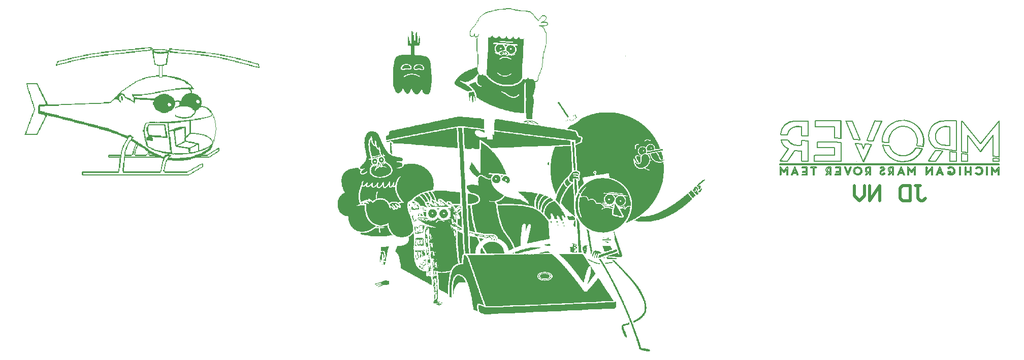
<source format=gbo>
G04*
G04 #@! TF.GenerationSoftware,Altium Limited,Altium Designer,23.11.1 (41)*
G04*
G04 Layer_Color=32896*
%FSLAX25Y25*%
%MOIN*%
G70*
G04*
G04 #@! TF.SameCoordinates,C18E11E6-2F2A-4DEC-BC48-3546B0B1B692*
G04*
G04*
G04 #@! TF.FilePolarity,Positive*
G04*
G01*
G75*
%ADD13C,0.00787*%
%ADD104C,0.00606*%
%ADD105C,0.00050*%
%ADD106C,0.02000*%
G36*
X455612Y432957D02*
X456228D01*
Y432752D01*
X456845D01*
Y432546D01*
X458077D01*
Y432341D01*
X459310D01*
Y432135D01*
X460337D01*
Y431930D01*
X461775D01*
Y431724D01*
X462597D01*
Y431519D01*
X463008D01*
Y431724D01*
X465268D01*
Y431519D01*
X466501D01*
Y431314D01*
X467323D01*
Y431108D01*
X468144D01*
Y430903D01*
X468555D01*
Y430697D01*
X468761D01*
Y430492D01*
X468966D01*
Y430286D01*
X469172D01*
Y430081D01*
X469377D01*
Y429875D01*
X469788D01*
Y429670D01*
X469993D01*
Y429464D01*
X470199D01*
Y429259D01*
Y429054D01*
X470404D01*
Y428848D01*
X470610D01*
Y428643D01*
X470815D01*
Y428437D01*
Y428232D01*
X471021D01*
Y428026D01*
X471226D01*
Y427821D01*
X471432D01*
Y427615D01*
X471637D01*
Y427410D01*
Y427205D01*
X471842D01*
Y426999D01*
X472048D01*
Y426794D01*
X472253D01*
Y426588D01*
X472459D01*
Y426383D01*
X472664D01*
Y426177D01*
X472870D01*
Y425972D01*
X473075D01*
Y425766D01*
X473281D01*
Y425561D01*
X473486D01*
Y425355D01*
X473692D01*
Y425561D01*
X473897D01*
Y425766D01*
X474102D01*
Y425972D01*
Y426177D01*
Y426383D01*
X474308D01*
Y426588D01*
X474513D01*
Y426794D01*
X474719D01*
Y426999D01*
Y427205D01*
X474924D01*
Y427410D01*
X475130D01*
Y427615D01*
X475335D01*
Y427821D01*
X475541D01*
Y428026D01*
X475746D01*
Y428232D01*
X475951D01*
Y428437D01*
X476773D01*
Y428643D01*
X477595D01*
Y428437D01*
X478006D01*
Y428232D01*
X478211D01*
Y428026D01*
X478417D01*
Y427821D01*
X478622D01*
Y427615D01*
X478828D01*
Y427410D01*
Y427205D01*
Y426999D01*
Y426794D01*
Y426588D01*
Y426383D01*
Y426177D01*
X478622D01*
Y425972D01*
Y425766D01*
X478417D01*
Y425561D01*
X478211D01*
Y425355D01*
X478006D01*
Y425150D01*
Y424945D01*
X477801D01*
Y424739D01*
X477390D01*
Y424534D01*
X477184D01*
Y424328D01*
X476773D01*
Y424123D01*
X479033D01*
Y423917D01*
X479444D01*
Y423712D01*
X479649D01*
Y423506D01*
Y423301D01*
X479855D01*
Y423096D01*
Y422890D01*
Y422685D01*
Y422479D01*
Y422274D01*
X479649D01*
Y422068D01*
X479444D01*
Y421863D01*
X479033D01*
Y421657D01*
X478417D01*
Y421452D01*
X477390D01*
Y421246D01*
X476362D01*
Y421041D01*
X476568D01*
Y420836D01*
X476773D01*
Y420630D01*
X476979D01*
Y420425D01*
X477184D01*
Y420219D01*
Y420014D01*
X477390D01*
Y419808D01*
X477595D01*
Y419603D01*
Y419397D01*
Y419192D01*
X477801D01*
Y418987D01*
Y418781D01*
Y418576D01*
X478006D01*
Y418370D01*
Y418165D01*
X478211D01*
Y417959D01*
Y417754D01*
X478417D01*
Y417548D01*
X478622D01*
Y417343D01*
Y417137D01*
X478828D01*
Y416932D01*
Y416727D01*
Y416521D01*
X479033D01*
Y416316D01*
Y416110D01*
Y415905D01*
Y415699D01*
Y415494D01*
Y415288D01*
Y415083D01*
Y414878D01*
Y414672D01*
Y414467D01*
Y414261D01*
Y414056D01*
Y413850D01*
Y413645D01*
Y413439D01*
Y413234D01*
Y413028D01*
Y412823D01*
Y412618D01*
Y412412D01*
Y412207D01*
Y412001D01*
Y411796D01*
Y411590D01*
Y411385D01*
Y411179D01*
Y410974D01*
X478828D01*
Y410769D01*
Y410563D01*
Y410358D01*
Y410152D01*
Y409947D01*
Y409741D01*
Y409536D01*
X478622D01*
Y409330D01*
Y409125D01*
Y408919D01*
Y408714D01*
Y408509D01*
Y408303D01*
X478417D01*
Y408098D01*
Y407892D01*
Y407687D01*
Y407481D01*
X478211D01*
Y407276D01*
Y407070D01*
Y406865D01*
Y406660D01*
X478006D01*
Y406454D01*
Y406249D01*
Y406043D01*
Y405838D01*
X477801D01*
Y405632D01*
Y405427D01*
Y405221D01*
X477595D01*
Y405016D01*
Y404810D01*
X477390D01*
Y404605D01*
Y404400D01*
Y404194D01*
Y403989D01*
X477184D01*
Y403783D01*
Y403578D01*
Y403372D01*
X476979D01*
Y403167D01*
Y402961D01*
Y402756D01*
Y402551D01*
Y402345D01*
Y402140D01*
Y401934D01*
Y401729D01*
Y401523D01*
Y401318D01*
Y401112D01*
X476773D01*
Y400907D01*
Y400702D01*
Y400496D01*
Y400291D01*
Y400085D01*
Y399880D01*
X476568D01*
Y399674D01*
Y399469D01*
Y399263D01*
Y399058D01*
Y398852D01*
Y398647D01*
Y398442D01*
Y398236D01*
Y398031D01*
Y397825D01*
Y397620D01*
Y397414D01*
Y397209D01*
Y397004D01*
X476362D01*
Y396798D01*
Y396593D01*
Y396387D01*
Y396182D01*
Y395976D01*
X476157D01*
Y395771D01*
Y395565D01*
Y395360D01*
Y395154D01*
Y394949D01*
Y394743D01*
Y394538D01*
Y394333D01*
X475951D01*
Y394127D01*
Y393922D01*
Y393716D01*
X475746D01*
Y393511D01*
Y393305D01*
Y393100D01*
X475541D01*
Y392895D01*
Y392689D01*
Y392484D01*
X475335D01*
Y392278D01*
Y392073D01*
Y391867D01*
X475130D01*
Y391662D01*
Y391456D01*
Y391251D01*
X474924D01*
Y391045D01*
X474719D01*
Y390840D01*
Y390634D01*
Y390429D01*
X474513D01*
Y390224D01*
Y390018D01*
Y389813D01*
X474308D01*
Y389607D01*
Y389402D01*
Y389196D01*
X474102D01*
Y388991D01*
Y388786D01*
X473897D01*
Y388580D01*
Y388375D01*
X473692D01*
Y388169D01*
Y387964D01*
Y387758D01*
X473486D01*
Y387553D01*
Y387347D01*
Y387142D01*
Y386936D01*
Y386731D01*
Y386526D01*
Y386320D01*
Y386115D01*
Y385909D01*
X473281D01*
Y385704D01*
X473075D01*
Y385498D01*
Y385293D01*
X472870D01*
Y385087D01*
X472459D01*
Y384882D01*
X472048D01*
Y384677D01*
X471226D01*
Y384471D01*
Y384266D01*
X471432D01*
Y384060D01*
Y383855D01*
Y383649D01*
Y383444D01*
X471637D01*
Y383238D01*
Y383033D01*
Y382827D01*
Y382622D01*
Y382417D01*
Y382211D01*
Y382006D01*
Y381800D01*
X471432D01*
Y381595D01*
Y381389D01*
Y381184D01*
Y380978D01*
Y380773D01*
Y380568D01*
X471226D01*
Y380362D01*
Y380157D01*
Y379951D01*
Y379746D01*
Y379540D01*
X471021D01*
Y379335D01*
Y379129D01*
Y378924D01*
Y378718D01*
X470815D01*
Y378513D01*
Y378308D01*
Y378102D01*
Y377897D01*
X470610D01*
Y377691D01*
Y377486D01*
Y377280D01*
X470404D01*
Y377075D01*
Y376869D01*
Y376664D01*
X470199D01*
Y376459D01*
Y376253D01*
X469993D01*
Y376048D01*
Y375842D01*
Y375637D01*
Y375431D01*
Y375226D01*
Y375020D01*
Y374815D01*
X470199D01*
Y374609D01*
Y374404D01*
Y374199D01*
Y373993D01*
Y373788D01*
Y373582D01*
X470404D01*
Y373377D01*
Y373171D01*
Y372966D01*
Y372760D01*
Y372555D01*
Y372350D01*
Y372144D01*
Y371939D01*
Y371733D01*
Y371528D01*
Y371322D01*
Y371117D01*
Y370911D01*
Y370706D01*
Y370500D01*
Y370295D01*
X470199D01*
Y370090D01*
Y369884D01*
Y369679D01*
Y369473D01*
Y369268D01*
Y369062D01*
Y368857D01*
Y368651D01*
Y368446D01*
Y368240D01*
Y368035D01*
Y367830D01*
X469993D01*
Y367624D01*
Y367419D01*
Y367213D01*
Y367008D01*
Y366802D01*
Y366597D01*
Y366391D01*
Y366186D01*
Y365981D01*
Y365775D01*
X469788D01*
Y365570D01*
Y365364D01*
Y365159D01*
Y364953D01*
Y364748D01*
Y364543D01*
Y364337D01*
X469583D01*
Y364132D01*
Y363926D01*
Y363721D01*
Y363515D01*
Y363310D01*
Y363104D01*
Y362899D01*
Y362693D01*
Y362488D01*
Y362282D01*
X469377D01*
Y362077D01*
Y361872D01*
Y361666D01*
Y361461D01*
Y361255D01*
Y361050D01*
Y360844D01*
Y360639D01*
Y360434D01*
X468966D01*
Y360228D01*
X465884D01*
Y360434D01*
Y360639D01*
Y360844D01*
Y361050D01*
X465679D01*
Y361255D01*
Y361461D01*
Y361666D01*
Y361872D01*
Y362077D01*
Y362282D01*
Y362488D01*
X465474D01*
Y362693D01*
Y362899D01*
Y363104D01*
Y363310D01*
Y363515D01*
Y363721D01*
Y363926D01*
Y364132D01*
X465268D01*
Y364337D01*
Y364543D01*
Y364748D01*
Y364953D01*
Y365159D01*
Y365364D01*
Y365570D01*
X465063D01*
Y365775D01*
Y365981D01*
Y366186D01*
Y366391D01*
Y366597D01*
Y366802D01*
Y367008D01*
Y367213D01*
Y367419D01*
Y367624D01*
Y367830D01*
Y368035D01*
Y368240D01*
Y368446D01*
Y368651D01*
Y368857D01*
Y369062D01*
Y369268D01*
Y369473D01*
Y369679D01*
Y369884D01*
Y370090D01*
Y370295D01*
Y370500D01*
Y370706D01*
Y370911D01*
Y371117D01*
X465268D01*
Y371322D01*
Y371528D01*
Y371733D01*
Y371939D01*
Y372144D01*
Y372350D01*
X465474D01*
Y372555D01*
Y372760D01*
Y372966D01*
Y373171D01*
Y373377D01*
Y373582D01*
Y373788D01*
Y373993D01*
Y374199D01*
Y374404D01*
X465268D01*
Y374609D01*
Y374815D01*
Y375020D01*
Y375226D01*
Y375431D01*
Y375637D01*
Y375842D01*
Y376048D01*
Y376253D01*
Y376459D01*
X465063D01*
Y376664D01*
Y376869D01*
Y377075D01*
Y377280D01*
Y377486D01*
Y377691D01*
Y377897D01*
Y378102D01*
Y378308D01*
Y378513D01*
Y378718D01*
Y378924D01*
Y379129D01*
Y379335D01*
Y379540D01*
Y379746D01*
Y379951D01*
Y380157D01*
Y380362D01*
Y380568D01*
Y380773D01*
Y380978D01*
Y381184D01*
Y381389D01*
Y381595D01*
Y381800D01*
Y382006D01*
Y382211D01*
X465268D01*
Y382417D01*
Y382622D01*
Y382827D01*
Y383033D01*
Y383238D01*
Y383444D01*
Y383649D01*
Y383855D01*
Y384060D01*
Y384266D01*
X464652D01*
Y384060D01*
Y383855D01*
Y383649D01*
X464446D01*
Y383444D01*
Y383238D01*
X464241D01*
Y383033D01*
Y382827D01*
Y382622D01*
Y382417D01*
Y382211D01*
Y382006D01*
Y381800D01*
X464035D01*
Y381595D01*
Y381389D01*
Y381184D01*
Y380978D01*
Y380773D01*
Y380568D01*
Y380362D01*
Y380157D01*
Y379951D01*
Y379746D01*
Y379540D01*
Y379335D01*
Y379129D01*
Y378924D01*
Y378718D01*
Y378513D01*
Y378308D01*
Y378102D01*
Y377897D01*
Y377691D01*
Y377486D01*
Y377280D01*
Y377075D01*
Y376869D01*
Y376664D01*
Y376459D01*
Y376253D01*
Y376048D01*
Y375842D01*
Y375637D01*
X464241D01*
Y375431D01*
Y375226D01*
Y375020D01*
Y374815D01*
Y374609D01*
Y374404D01*
Y374199D01*
Y373993D01*
Y373788D01*
Y373582D01*
Y373377D01*
Y373171D01*
Y372966D01*
Y372760D01*
Y372555D01*
Y372350D01*
Y372144D01*
Y371939D01*
X464035D01*
Y371733D01*
Y371528D01*
Y371322D01*
Y371117D01*
Y370911D01*
Y370706D01*
Y370500D01*
Y370295D01*
Y370090D01*
Y369884D01*
Y369679D01*
Y369473D01*
Y369268D01*
Y369062D01*
Y368857D01*
Y368651D01*
Y368446D01*
Y368240D01*
Y368035D01*
Y367830D01*
Y367624D01*
Y367419D01*
Y367213D01*
Y367008D01*
Y366802D01*
Y366597D01*
Y366391D01*
Y366186D01*
Y365981D01*
Y365775D01*
Y365570D01*
Y365364D01*
Y365159D01*
Y364953D01*
Y364748D01*
X464241D01*
Y364543D01*
Y364337D01*
X461159D01*
Y364543D01*
X458899D01*
Y364748D01*
X457461D01*
Y364953D01*
X456434D01*
Y365159D01*
X455612D01*
Y365364D01*
X454585D01*
Y365570D01*
X453763D01*
Y365775D01*
X452736D01*
Y365981D01*
X451914D01*
Y366186D01*
X451298D01*
Y366391D01*
X450887D01*
Y366597D01*
X450065D01*
Y366802D01*
X449448D01*
Y367008D01*
X448627D01*
Y367213D01*
X448216D01*
Y367419D01*
X447599D01*
Y367624D01*
X446983D01*
Y367830D01*
X446367D01*
Y368035D01*
X445750D01*
Y368240D01*
X445134D01*
Y368446D01*
X444518D01*
Y368651D01*
X444312D01*
Y368857D01*
X443696D01*
Y369062D01*
X443285D01*
Y369268D01*
X442669D01*
Y369473D01*
X442052D01*
Y369679D01*
X441641D01*
Y369884D01*
X441230D01*
Y370090D01*
X440820D01*
Y370295D01*
X440409D01*
Y370500D01*
X439998D01*
Y370706D01*
X439382D01*
Y370911D01*
X439176D01*
Y371117D01*
X438765D01*
Y371322D01*
X438354D01*
Y371528D01*
X437943D01*
Y371733D01*
X437532D01*
Y371939D01*
X437121D01*
Y372144D01*
X436711D01*
Y372350D01*
X436505D01*
Y372555D01*
X436094D01*
Y372760D01*
X435683D01*
Y372966D01*
X435478D01*
Y373171D01*
X435067D01*
Y373377D01*
X434656D01*
Y373582D01*
X434451D01*
Y373788D01*
X434245D01*
Y373993D01*
X433834D01*
Y374199D01*
X433629D01*
Y374404D01*
X433218D01*
Y374609D01*
X433012D01*
Y374815D01*
Y375020D01*
Y375226D01*
Y375431D01*
X432807D01*
Y375637D01*
Y375842D01*
Y376048D01*
Y376253D01*
Y376459D01*
X432602D01*
Y376664D01*
Y376869D01*
X432396D01*
Y377075D01*
Y377280D01*
Y377486D01*
X432191D01*
Y377691D01*
Y377897D01*
Y378102D01*
X431985D01*
Y378308D01*
Y378513D01*
X431780D01*
Y378718D01*
Y378924D01*
X431574D01*
Y379129D01*
X431369D01*
Y379335D01*
Y379540D01*
X431164D01*
Y379746D01*
X430958D01*
Y379951D01*
Y380157D01*
X430753D01*
Y380362D01*
X430547D01*
Y380568D01*
X430342D01*
Y380773D01*
X430136D01*
Y380978D01*
X429931D01*
Y381184D01*
X429725D01*
Y381389D01*
X429520D01*
Y381595D01*
X429314D01*
Y381800D01*
X429109D01*
Y382006D01*
X428903D01*
Y382211D01*
X428698D01*
Y382417D01*
X428287D01*
Y382622D01*
X428082D01*
Y382827D01*
X428287D01*
Y383033D01*
X428493D01*
Y383238D01*
X428903D01*
Y383444D01*
X429314D01*
Y383649D01*
X429725D01*
Y383855D01*
X430136D01*
Y384060D01*
X430547D01*
Y384266D01*
X431369D01*
Y384471D01*
X432602D01*
Y384266D01*
Y384060D01*
Y383855D01*
X432807D01*
Y383649D01*
X433012D01*
Y383444D01*
Y383238D01*
X433218D01*
Y383033D01*
X433423D01*
Y382827D01*
Y382622D01*
X433834D01*
Y382417D01*
X434040D01*
Y382211D01*
X434245D01*
Y382006D01*
X434656D01*
Y381800D01*
X435273D01*
Y381595D01*
X436094D01*
Y381800D01*
Y382006D01*
Y382211D01*
X435683D01*
Y382417D01*
X435067D01*
Y382622D01*
X434862D01*
Y382827D01*
X434656D01*
Y383033D01*
X434245D01*
Y383238D01*
Y383444D01*
X434040D01*
Y383649D01*
X433834D01*
Y383855D01*
X433629D01*
Y384060D01*
Y384266D01*
X433423D01*
Y384471D01*
Y384677D01*
Y384882D01*
Y385087D01*
Y385293D01*
Y385498D01*
Y385704D01*
Y385909D01*
Y386115D01*
Y386320D01*
Y386526D01*
Y386731D01*
Y386936D01*
Y387142D01*
Y387347D01*
X433629D01*
Y387553D01*
Y387758D01*
Y387964D01*
Y388169D01*
X433834D01*
Y388375D01*
Y388580D01*
Y388786D01*
X434040D01*
Y388991D01*
Y389196D01*
Y389402D01*
Y389607D01*
X434245D01*
Y389813D01*
X434040D01*
Y390018D01*
X433629D01*
Y389813D01*
X433423D01*
Y389607D01*
Y389402D01*
X433218D01*
Y389196D01*
X433012D01*
Y388991D01*
X432807D01*
Y388786D01*
Y388580D01*
X432396D01*
Y388375D01*
X432191D01*
Y388169D01*
X431985D01*
Y387964D01*
Y387758D01*
X431574D01*
Y387553D01*
X431369D01*
Y387347D01*
X431164D01*
Y387142D01*
X430958D01*
Y386936D01*
X430753D01*
Y386731D01*
X430547D01*
Y386526D01*
X430136D01*
Y386320D01*
X429931D01*
Y386115D01*
X429314D01*
Y385909D01*
X429109D01*
Y385704D01*
X428698D01*
Y385498D01*
X428287D01*
Y385293D01*
X427876D01*
Y385087D01*
X427055D01*
Y384882D01*
X426233D01*
Y384677D01*
X424794D01*
Y384882D01*
X424178D01*
Y385087D01*
X423767D01*
Y385293D01*
X422740D01*
Y385498D01*
X422124D01*
Y385293D01*
Y385087D01*
X422535D01*
Y384882D01*
X422740D01*
Y384677D01*
X423151D01*
Y384471D01*
X423562D01*
Y384266D01*
X423973D01*
Y384060D01*
X424384D01*
Y383855D01*
X424589D01*
Y383649D01*
X425000D01*
Y383444D01*
X425411D01*
Y383238D01*
X425822D01*
Y383033D01*
X426233D01*
Y382827D01*
X426438D01*
Y382622D01*
X426644D01*
Y382417D01*
X427055D01*
Y382211D01*
X427260D01*
Y382006D01*
X427671D01*
Y381800D01*
X427876D01*
Y381595D01*
X428082D01*
Y381389D01*
X428287D01*
Y381184D01*
X428493D01*
Y380978D01*
X428903D01*
Y380773D01*
Y380568D01*
X429314D01*
Y380362D01*
Y380157D01*
X429520D01*
Y379951D01*
X429725D01*
Y379746D01*
X429931D01*
Y379540D01*
X430136D01*
Y379335D01*
X430342D01*
Y379129D01*
Y378924D01*
X430136D01*
Y379129D01*
X429725D01*
Y378924D01*
X428287D01*
Y378718D01*
X427876D01*
Y378513D01*
X427055D01*
Y378718D01*
X426644D01*
Y378924D01*
X426027D01*
Y379129D01*
X425616D01*
Y379335D01*
X425206D01*
Y379540D01*
X425000D01*
Y379746D01*
X424384D01*
Y379951D01*
X423973D01*
Y380157D01*
X423562D01*
Y380362D01*
X423151D01*
Y380568D01*
X422740D01*
Y380773D01*
X422535D01*
Y380978D01*
X422124D01*
Y381184D01*
X421713D01*
Y381389D01*
X421302D01*
Y381595D01*
X420891D01*
Y381800D01*
X420686D01*
Y382006D01*
X420275D01*
Y382211D01*
X420069D01*
Y382417D01*
X419658D01*
Y382622D01*
X419247D01*
Y382827D01*
X419042D01*
Y383033D01*
X418836D01*
Y383238D01*
X418631D01*
Y383444D01*
Y383649D01*
X418426D01*
Y383855D01*
X418631D01*
Y384060D01*
X418426D01*
Y384266D01*
X418631D01*
Y384471D01*
Y384677D01*
Y384882D01*
X418836D01*
Y385087D01*
Y385293D01*
X419042D01*
Y385498D01*
X419247D01*
Y385704D01*
Y385909D01*
X419453D01*
Y386115D01*
X419658D01*
Y386320D01*
Y386526D01*
X419864D01*
Y386731D01*
X420069D01*
Y386936D01*
X420275D01*
Y387142D01*
X420480D01*
Y387347D01*
X420686D01*
Y387553D01*
X420891D01*
Y387758D01*
Y387964D01*
X421097D01*
Y388169D01*
X421302D01*
Y388375D01*
X421507D01*
Y388580D01*
X421713D01*
Y388786D01*
X421918D01*
Y388991D01*
X422124D01*
Y389196D01*
X422535D01*
Y389402D01*
X422740D01*
Y389607D01*
X422945D01*
Y389813D01*
X423151D01*
Y390018D01*
X423562D01*
Y390224D01*
X423767D01*
Y390429D01*
X424178D01*
Y390634D01*
X424384D01*
Y390840D01*
X424794D01*
Y391045D01*
X425000D01*
Y391251D01*
X425411D01*
Y391456D01*
X426027D01*
Y391662D01*
X426438D01*
Y391867D01*
X426849D01*
Y392073D01*
X427055D01*
Y392278D01*
X427465D01*
Y392484D01*
X428082D01*
Y392689D01*
X428698D01*
Y392895D01*
X429109D01*
Y393100D01*
X429725D01*
Y393305D01*
X430136D01*
Y393511D01*
X430753D01*
Y393716D01*
X431164D01*
Y393922D01*
X431780D01*
Y394127D01*
X432602D01*
Y394333D01*
X433218D01*
Y394538D01*
X433423D01*
Y394743D01*
Y394949D01*
Y395154D01*
Y395360D01*
Y395565D01*
Y395771D01*
Y395976D01*
Y396182D01*
X433629D01*
Y396387D01*
Y396593D01*
Y396798D01*
Y397004D01*
Y397209D01*
Y397414D01*
Y397620D01*
Y397825D01*
Y398031D01*
Y398236D01*
Y398442D01*
Y398647D01*
Y398852D01*
Y399058D01*
Y399263D01*
Y399469D01*
Y399674D01*
Y399880D01*
Y400085D01*
Y400291D01*
Y400496D01*
Y400702D01*
Y400907D01*
Y401112D01*
Y401318D01*
Y401523D01*
Y401729D01*
Y401934D01*
Y402140D01*
Y402345D01*
Y402551D01*
Y402756D01*
Y402961D01*
X433423D01*
Y403167D01*
Y403372D01*
Y403578D01*
Y403783D01*
X433218D01*
Y403989D01*
Y404194D01*
Y404400D01*
Y404605D01*
Y404810D01*
X433012D01*
Y405016D01*
Y405221D01*
Y405427D01*
Y405632D01*
Y405838D01*
Y406043D01*
Y406249D01*
Y406454D01*
Y406660D01*
Y406865D01*
Y407070D01*
Y407276D01*
Y407481D01*
Y407687D01*
Y407892D01*
Y408098D01*
Y408303D01*
Y408509D01*
Y408714D01*
Y408919D01*
Y409125D01*
Y409330D01*
Y409536D01*
Y409741D01*
Y409947D01*
Y410152D01*
Y410358D01*
Y410563D01*
Y410769D01*
Y410974D01*
Y411179D01*
Y411385D01*
Y411590D01*
Y411796D01*
Y412001D01*
Y412207D01*
Y412412D01*
Y412618D01*
Y412823D01*
Y413028D01*
Y413234D01*
X433218D01*
Y413439D01*
Y413645D01*
Y413850D01*
Y414056D01*
X433629D01*
Y413850D01*
Y413645D01*
Y413439D01*
Y413234D01*
X433423D01*
Y413028D01*
Y412823D01*
Y412618D01*
Y412412D01*
Y412207D01*
Y412001D01*
Y411796D01*
Y411590D01*
Y411385D01*
Y411179D01*
Y410974D01*
Y410769D01*
Y410563D01*
Y410358D01*
Y410152D01*
Y409947D01*
Y409741D01*
Y409536D01*
Y409330D01*
Y409125D01*
Y408919D01*
Y408714D01*
Y408509D01*
Y408303D01*
Y408098D01*
Y407892D01*
Y407687D01*
Y407481D01*
Y407276D01*
Y407070D01*
Y406865D01*
Y406660D01*
Y406454D01*
Y406249D01*
Y406043D01*
Y405838D01*
Y405632D01*
Y405427D01*
Y405221D01*
Y405016D01*
Y404810D01*
X433629D01*
Y404605D01*
Y404400D01*
Y404194D01*
Y403989D01*
Y403783D01*
Y403578D01*
X433834D01*
Y403372D01*
Y403167D01*
Y402961D01*
X434040D01*
Y402756D01*
Y402551D01*
Y402345D01*
Y402140D01*
Y401934D01*
Y401729D01*
Y401523D01*
Y401318D01*
Y401112D01*
Y400907D01*
Y400702D01*
Y400496D01*
Y400291D01*
Y400085D01*
Y399880D01*
Y399674D01*
Y399469D01*
Y399263D01*
Y399058D01*
Y398852D01*
Y398647D01*
Y398442D01*
Y398236D01*
Y398031D01*
Y397825D01*
Y397620D01*
Y397414D01*
Y397209D01*
Y397004D01*
Y396798D01*
Y396593D01*
Y396387D01*
Y396182D01*
X433834D01*
Y395976D01*
Y395771D01*
Y395565D01*
Y395360D01*
Y395154D01*
Y394949D01*
Y394743D01*
Y394538D01*
X433629D01*
Y394333D01*
Y394127D01*
Y393922D01*
Y393716D01*
Y393511D01*
Y393305D01*
Y393100D01*
Y392895D01*
Y392689D01*
Y392484D01*
Y392278D01*
Y392073D01*
X433834D01*
Y391867D01*
Y391662D01*
Y391456D01*
Y391251D01*
X434040D01*
Y391045D01*
Y390840D01*
Y390634D01*
X434245D01*
Y390429D01*
Y390224D01*
X434451D01*
Y390018D01*
Y389813D01*
X434656D01*
Y389607D01*
X434862D01*
Y389402D01*
X436505D01*
Y389607D01*
X436711D01*
Y389813D01*
Y390018D01*
X436916D01*
Y389813D01*
X437121D01*
Y389607D01*
Y389402D01*
X437327D01*
Y389196D01*
X437532D01*
Y388991D01*
X438765D01*
Y388786D01*
X438971D01*
Y388580D01*
X439176D01*
Y388375D01*
X439382D01*
Y388169D01*
X439587D01*
Y387964D01*
X439792D01*
Y387758D01*
Y387553D01*
X440203D01*
Y387347D01*
X440409D01*
Y387142D01*
X440614D01*
Y386936D01*
Y386731D01*
X441025D01*
Y386526D01*
X441230D01*
Y386320D01*
X441436D01*
Y386115D01*
X441641D01*
Y385909D01*
X441847D01*
Y385704D01*
X442258D01*
Y385498D01*
X442463D01*
Y385293D01*
X442874D01*
Y385087D01*
X443080D01*
Y384882D01*
X443285D01*
Y384677D01*
X443696D01*
Y384471D01*
X443901D01*
Y384266D01*
X444312D01*
Y384060D01*
X444723D01*
Y383855D01*
X445134D01*
Y383649D01*
X445339D01*
Y383444D01*
X445956D01*
Y383238D01*
X446367D01*
Y383033D01*
X447189D01*
Y382827D01*
X447599D01*
Y382622D01*
X448010D01*
Y382417D01*
X448832D01*
Y382211D01*
X449859D01*
Y382006D01*
X451708D01*
Y381800D01*
X453557D01*
Y382006D01*
X453968D01*
Y381800D01*
X454379D01*
Y382006D01*
X456434D01*
Y382211D01*
X457461D01*
Y382417D01*
X458077D01*
Y382622D01*
X458694D01*
Y382827D01*
X459310D01*
Y383033D01*
X459721D01*
Y383238D01*
X460132D01*
Y383444D01*
X460543D01*
Y383649D01*
X460748D01*
Y383855D01*
X461159D01*
Y384060D01*
X461365D01*
Y384266D01*
X461775D01*
Y384471D01*
X461981D01*
Y384677D01*
X462186D01*
Y384882D01*
X462392D01*
Y385087D01*
Y385293D01*
X462803D01*
Y385498D01*
Y385704D01*
X463008D01*
Y385909D01*
X463214D01*
Y386115D01*
X463419D01*
Y386320D01*
Y386526D01*
X463624D01*
Y386731D01*
X463830D01*
Y386526D01*
X464446D01*
Y386320D01*
X465268D01*
Y386526D01*
X465884D01*
Y386731D01*
X466090D01*
Y386936D01*
X466295D01*
Y387142D01*
Y387347D01*
X466501D01*
Y387553D01*
Y387758D01*
X466706D01*
Y387553D01*
X466912D01*
Y387347D01*
Y387142D01*
X467117D01*
Y386936D01*
X467323D01*
Y386731D01*
X467733D01*
Y386526D01*
X469172D01*
Y386731D01*
X469377D01*
Y386936D01*
X469583D01*
Y386731D01*
X469788D01*
Y386526D01*
X469993D01*
Y386320D01*
X470199D01*
Y386115D01*
X470404D01*
Y385909D01*
X470610D01*
Y385704D01*
Y385498D01*
X470815D01*
Y385293D01*
X472253D01*
Y385498D01*
X472664D01*
Y385704D01*
X472870D01*
Y385909D01*
Y386115D01*
X473075D01*
Y386320D01*
Y386526D01*
Y386731D01*
Y386936D01*
Y387142D01*
Y387347D01*
Y387553D01*
X473281D01*
Y387758D01*
Y387964D01*
Y388169D01*
Y388375D01*
X473486D01*
Y388580D01*
Y388786D01*
X473692D01*
Y388991D01*
Y389196D01*
X473897D01*
Y389402D01*
Y389607D01*
Y389813D01*
X474102D01*
Y390018D01*
Y390224D01*
Y390429D01*
X474308D01*
Y390634D01*
Y390840D01*
Y391045D01*
X474513D01*
Y391251D01*
X474719D01*
Y391456D01*
Y391662D01*
Y391867D01*
X474924D01*
Y392073D01*
Y392278D01*
Y392484D01*
X475130D01*
Y392689D01*
Y392895D01*
X475335D01*
Y393100D01*
Y393305D01*
Y393511D01*
X475541D01*
Y393716D01*
Y393922D01*
Y394127D01*
Y394333D01*
X475746D01*
Y394538D01*
Y394743D01*
Y394949D01*
Y395154D01*
Y395360D01*
Y395565D01*
Y395771D01*
Y395976D01*
X475951D01*
Y396182D01*
Y396387D01*
Y396593D01*
Y396798D01*
Y397004D01*
X476157D01*
Y397209D01*
Y397414D01*
Y397620D01*
Y397825D01*
Y398031D01*
Y398236D01*
Y398442D01*
Y398647D01*
Y398852D01*
Y399058D01*
Y399263D01*
Y399469D01*
Y399674D01*
X476362D01*
Y399880D01*
Y400085D01*
Y400291D01*
Y400496D01*
Y400702D01*
Y400907D01*
Y401112D01*
X476568D01*
Y401318D01*
Y401523D01*
Y401729D01*
Y401934D01*
Y402140D01*
Y402345D01*
Y402551D01*
Y402756D01*
Y402961D01*
Y403167D01*
X476773D01*
Y403372D01*
Y403578D01*
Y403783D01*
Y403989D01*
X476979D01*
Y404194D01*
Y404400D01*
Y404605D01*
Y404810D01*
X477184D01*
Y405016D01*
Y405221D01*
X477390D01*
Y405427D01*
Y405632D01*
Y405838D01*
X477595D01*
Y406043D01*
Y406249D01*
Y406454D01*
Y406660D01*
X477801D01*
Y406865D01*
Y407070D01*
Y407276D01*
X478006D01*
Y407481D01*
Y407687D01*
Y407892D01*
Y408098D01*
Y408303D01*
X478211D01*
Y408509D01*
Y408714D01*
Y408919D01*
Y409125D01*
Y409330D01*
X478417D01*
Y409536D01*
Y409741D01*
Y409947D01*
Y410152D01*
Y410358D01*
Y410563D01*
Y410769D01*
Y410974D01*
X478622D01*
Y411179D01*
Y411385D01*
Y411590D01*
Y411796D01*
Y412001D01*
Y412207D01*
Y412412D01*
Y412618D01*
Y412823D01*
Y413028D01*
Y413234D01*
Y413439D01*
Y413645D01*
Y413850D01*
Y414056D01*
Y414261D01*
Y414467D01*
Y414672D01*
Y414878D01*
Y415083D01*
Y415288D01*
Y415494D01*
Y415699D01*
Y415905D01*
Y416110D01*
Y416316D01*
X478417D01*
Y416521D01*
Y416727D01*
Y416932D01*
X478211D01*
Y417137D01*
Y417343D01*
X478006D01*
Y417548D01*
X477801D01*
Y417754D01*
Y417959D01*
X477595D01*
Y418165D01*
Y418370D01*
X477390D01*
Y418576D01*
Y418781D01*
Y418987D01*
X477184D01*
Y419192D01*
Y419397D01*
Y419603D01*
X476979D01*
Y419808D01*
X476773D01*
Y420014D01*
Y420219D01*
X476568D01*
Y420425D01*
X476362D01*
Y420630D01*
X476157D01*
Y420836D01*
X475951D01*
Y421041D01*
X475541D01*
Y421246D01*
X474308D01*
Y421452D01*
X473897D01*
Y421657D01*
Y421863D01*
X474102D01*
Y422068D01*
X474719D01*
Y421863D01*
X477595D01*
Y422068D01*
X478622D01*
Y422274D01*
X479239D01*
Y422479D01*
X479444D01*
Y422685D01*
Y422890D01*
Y423096D01*
X479239D01*
Y423301D01*
X479033D01*
Y423506D01*
X475541D01*
Y423301D01*
X475335D01*
Y423506D01*
X475130D01*
Y423712D01*
X475335D01*
Y423917D01*
X475541D01*
Y424123D01*
X475951D01*
Y424328D01*
X476362D01*
Y424534D01*
X476568D01*
Y424739D01*
X477184D01*
Y424945D01*
X477390D01*
Y425150D01*
X477595D01*
Y425355D01*
X477801D01*
Y425561D01*
X478006D01*
Y425766D01*
X478211D01*
Y425972D01*
Y426177D01*
X478417D01*
Y426383D01*
Y426588D01*
Y426794D01*
Y426999D01*
Y427205D01*
Y427410D01*
X478211D01*
Y427615D01*
X478006D01*
Y427821D01*
X477595D01*
Y428026D01*
X476568D01*
Y427821D01*
X475746D01*
Y427615D01*
X475541D01*
Y427410D01*
X475335D01*
Y427205D01*
X475130D01*
Y426999D01*
Y426794D01*
X474924D01*
Y426588D01*
X474719D01*
Y426383D01*
X474513D01*
Y426177D01*
Y425972D01*
X474308D01*
Y425766D01*
Y425561D01*
X474102D01*
Y425355D01*
X473897D01*
Y425150D01*
X473692D01*
Y424945D01*
Y424739D01*
X473486D01*
Y424534D01*
X473281D01*
Y424739D01*
X473075D01*
Y424945D01*
Y425150D01*
Y425355D01*
X472870D01*
Y425561D01*
X472664D01*
Y425766D01*
X472459D01*
Y425972D01*
X472253D01*
Y426177D01*
X472048D01*
Y426383D01*
X471842D01*
Y426588D01*
X471637D01*
Y426794D01*
X471432D01*
Y426999D01*
X471226D01*
Y427205D01*
X471021D01*
Y427410D01*
X470815D01*
Y427615D01*
Y427821D01*
X470610D01*
Y428026D01*
X470404D01*
Y428232D01*
Y428437D01*
X470199D01*
Y428643D01*
X469993D01*
Y428848D01*
X469788D01*
Y429054D01*
Y429259D01*
X469377D01*
Y429464D01*
X469172D01*
Y429670D01*
X468966D01*
Y429875D01*
X468761D01*
Y430081D01*
X468555D01*
Y430286D01*
X468144D01*
Y430492D01*
X467528D01*
Y430697D01*
X466501D01*
Y430903D01*
X465268D01*
Y431108D01*
X461981D01*
Y431314D01*
X460543D01*
Y431519D01*
X459515D01*
Y431724D01*
X458283D01*
Y431930D01*
X457050D01*
Y432135D01*
X456434D01*
Y432341D01*
X456023D01*
Y432546D01*
X452119D01*
Y432341D01*
X449859D01*
Y432135D01*
X447599D01*
Y431930D01*
X446161D01*
Y431724D01*
X445339D01*
Y431519D01*
X444312D01*
Y431314D01*
X443901D01*
Y431108D01*
X443080D01*
Y430903D01*
X442258D01*
Y430697D01*
X441847D01*
Y430492D01*
X440614D01*
Y430286D01*
X439792D01*
Y430081D01*
X439176D01*
Y429875D01*
X438765D01*
Y429670D01*
X438354D01*
Y429464D01*
X438149D01*
Y429259D01*
X437738D01*
Y429054D01*
X437532D01*
Y428848D01*
X437327D01*
Y428643D01*
X436916D01*
Y428437D01*
X436505D01*
Y428232D01*
X436300D01*
Y428026D01*
X436094D01*
Y427821D01*
X435889D01*
Y427615D01*
X435478D01*
Y427410D01*
X435273D01*
Y427205D01*
Y426999D01*
X435067D01*
Y426794D01*
X434862D01*
Y426588D01*
X434656D01*
Y426383D01*
Y426177D01*
X434451D01*
Y425972D01*
Y425766D01*
X434245D01*
Y425561D01*
Y425355D01*
X434040D01*
Y425150D01*
Y424945D01*
Y424739D01*
X433834D01*
Y424534D01*
X433629D01*
Y424328D01*
Y424123D01*
X433423D01*
Y423917D01*
X433218D01*
Y423712D01*
Y423506D01*
X433012D01*
Y423301D01*
Y423096D01*
X432807D01*
Y422890D01*
X432602D01*
Y422685D01*
X432396D01*
Y422479D01*
Y422274D01*
X432191D01*
Y422068D01*
X431985D01*
Y421863D01*
X431780D01*
Y421657D01*
X431574D01*
Y421452D01*
X431369D01*
Y421246D01*
Y421041D01*
X431164D01*
Y420836D01*
X430958D01*
Y420630D01*
X430753D01*
Y420425D01*
X430547D01*
Y420219D01*
X430342D01*
Y420014D01*
Y419808D01*
X430136D01*
Y419603D01*
X429931D01*
Y419397D01*
X429725D01*
Y419192D01*
Y418987D01*
X429520D01*
Y418781D01*
X429314D01*
Y418576D01*
Y418370D01*
X429109D01*
Y418165D01*
Y417959D01*
Y417754D01*
X428903D01*
Y417548D01*
Y417343D01*
Y417137D01*
Y416932D01*
Y416727D01*
Y416521D01*
Y416316D01*
Y416110D01*
Y415905D01*
Y415699D01*
Y415494D01*
X429109D01*
Y415288D01*
Y415083D01*
X429314D01*
Y414878D01*
X430547D01*
Y415083D01*
X430958D01*
Y415288D01*
X431164D01*
Y415494D01*
Y415699D01*
Y415905D01*
Y416110D01*
X431369D01*
Y416316D01*
Y416521D01*
X431780D01*
Y416316D01*
Y416110D01*
Y415905D01*
Y415699D01*
Y415494D01*
Y415288D01*
Y415083D01*
X431985D01*
Y414878D01*
X432191D01*
Y414672D01*
X433012D01*
Y414878D01*
X433834D01*
Y415083D01*
Y415288D01*
Y415494D01*
X434040D01*
Y415699D01*
Y415905D01*
Y416110D01*
X434451D01*
Y415905D01*
Y415699D01*
Y415494D01*
X434245D01*
Y415288D01*
Y415083D01*
Y414878D01*
X434040D01*
Y414672D01*
X433834D01*
Y414467D01*
X433423D01*
Y414261D01*
X432807D01*
Y414056D01*
X432191D01*
Y414261D01*
X431985D01*
Y414467D01*
X431780D01*
Y414672D01*
X431574D01*
Y414878D01*
X431164D01*
Y414672D01*
X430958D01*
Y414467D01*
X430342D01*
Y414261D01*
X429520D01*
Y414467D01*
X429109D01*
Y414672D01*
X428903D01*
Y414878D01*
Y415083D01*
X428698D01*
Y415288D01*
Y415494D01*
Y415699D01*
X428493D01*
Y415905D01*
Y416110D01*
Y416316D01*
Y416521D01*
Y416727D01*
Y416932D01*
Y417137D01*
Y417343D01*
Y417548D01*
Y417754D01*
X428698D01*
Y417959D01*
Y418165D01*
Y418370D01*
X428903D01*
Y418576D01*
Y418781D01*
X429109D01*
Y418987D01*
Y419192D01*
X429314D01*
Y419397D01*
X429520D01*
Y419603D01*
X429725D01*
Y419808D01*
X429931D01*
Y420014D01*
Y420219D01*
X430136D01*
Y420425D01*
X430342D01*
Y420630D01*
X430547D01*
Y420836D01*
X430753D01*
Y421041D01*
Y421246D01*
X431164D01*
Y421452D01*
Y421657D01*
X431369D01*
Y421863D01*
X431574D01*
Y422068D01*
X431780D01*
Y422274D01*
X431985D01*
Y422479D01*
X432191D01*
Y422685D01*
Y422890D01*
X432396D01*
Y423096D01*
X432602D01*
Y423301D01*
X432807D01*
Y423506D01*
Y423712D01*
X433012D01*
Y423917D01*
Y424123D01*
X433218D01*
Y424328D01*
X433423D01*
Y424534D01*
Y424739D01*
X433629D01*
Y424945D01*
Y425150D01*
X433834D01*
Y425355D01*
Y425561D01*
Y425766D01*
X434040D01*
Y425972D01*
Y426177D01*
X434245D01*
Y426383D01*
Y426588D01*
X434451D01*
Y426794D01*
X434656D01*
Y426999D01*
X434862D01*
Y427205D01*
Y427410D01*
X435067D01*
Y427615D01*
X435273D01*
Y427821D01*
X435478D01*
Y428026D01*
X435889D01*
Y428232D01*
X436094D01*
Y428437D01*
X436300D01*
Y428643D01*
X436505D01*
Y428848D01*
X436711D01*
Y429054D01*
X437121D01*
Y429259D01*
X437532D01*
Y429464D01*
X437738D01*
Y429670D01*
X437943D01*
Y429875D01*
X438149D01*
Y430081D01*
X438560D01*
Y430286D01*
X438971D01*
Y430492D01*
X439382D01*
Y430697D01*
X439998D01*
Y430903D01*
X440820D01*
Y431108D01*
X442052D01*
Y431314D01*
X442669D01*
Y431519D01*
X443490D01*
Y431724D01*
X444107D01*
Y431930D01*
X444723D01*
Y432135D01*
X445545D01*
Y432341D01*
X446572D01*
Y432546D01*
X448010D01*
Y432752D01*
X450065D01*
Y432957D01*
X452325D01*
Y433163D01*
X455612D01*
Y432957D01*
D02*
G37*
G36*
X391306Y418165D02*
Y417959D01*
X391101D01*
Y418165D01*
Y418370D01*
X391306D01*
Y418165D01*
D02*
G37*
G36*
X388430Y414878D02*
X388225D01*
Y415083D01*
X388430D01*
Y414878D01*
D02*
G37*
G36*
X464035Y413028D02*
X463830D01*
Y413234D01*
X464035D01*
Y413028D01*
D02*
G37*
G36*
X390690Y417959D02*
X391101D01*
Y417754D01*
Y417548D01*
X390895D01*
Y417343D01*
Y417137D01*
X391512D01*
Y416932D01*
Y416727D01*
Y416521D01*
X391306D01*
Y416316D01*
Y416110D01*
Y415905D01*
Y415699D01*
Y415494D01*
X391717D01*
Y415288D01*
Y415083D01*
Y414878D01*
Y414672D01*
Y414467D01*
Y414261D01*
Y414056D01*
Y413850D01*
Y413645D01*
Y413439D01*
Y413234D01*
Y413028D01*
X391923D01*
Y412823D01*
Y412618D01*
Y412412D01*
Y412207D01*
Y412001D01*
X392128D01*
Y411796D01*
X392539D01*
Y412001D01*
X392744D01*
Y412207D01*
Y412412D01*
Y412618D01*
Y412823D01*
Y413028D01*
Y413234D01*
Y413439D01*
Y413645D01*
Y413850D01*
Y414056D01*
Y414261D01*
Y414467D01*
Y414672D01*
Y414878D01*
Y415083D01*
Y415288D01*
Y415494D01*
Y415699D01*
Y415905D01*
Y416110D01*
X392950D01*
Y416316D01*
Y416521D01*
Y416727D01*
X393155D01*
Y416932D01*
Y417137D01*
X393566D01*
Y417343D01*
Y417548D01*
Y417754D01*
X393772D01*
Y417548D01*
X393977D01*
Y417343D01*
Y417137D01*
Y416932D01*
Y416727D01*
Y416521D01*
Y416316D01*
Y416110D01*
Y415905D01*
Y415699D01*
Y415494D01*
Y415288D01*
Y415083D01*
Y414878D01*
X394183D01*
Y414672D01*
Y414467D01*
Y414261D01*
Y414056D01*
Y413850D01*
Y413645D01*
Y413439D01*
Y413234D01*
Y413028D01*
Y412823D01*
Y412618D01*
Y412412D01*
Y412207D01*
Y412001D01*
Y411796D01*
Y411590D01*
Y411385D01*
Y411179D01*
Y410974D01*
Y410769D01*
X394388D01*
Y410563D01*
X394799D01*
Y410769D01*
Y410974D01*
Y411179D01*
Y411385D01*
X395004D01*
Y411590D01*
Y411796D01*
Y412001D01*
Y412207D01*
Y412412D01*
Y412618D01*
Y412823D01*
Y413028D01*
Y413234D01*
X395210D01*
Y413439D01*
Y413645D01*
Y413850D01*
Y414056D01*
Y414261D01*
Y414467D01*
Y414672D01*
Y414878D01*
Y415083D01*
X395415D01*
Y415288D01*
Y415494D01*
Y415699D01*
X395621D01*
Y415494D01*
Y415288D01*
Y415083D01*
Y414878D01*
Y414672D01*
Y414467D01*
Y414261D01*
Y414056D01*
Y413850D01*
Y413645D01*
Y413439D01*
X395826D01*
Y413234D01*
Y413028D01*
Y412823D01*
Y412618D01*
Y412412D01*
Y412207D01*
Y412001D01*
Y411796D01*
Y411590D01*
X395621D01*
Y411385D01*
Y411179D01*
X395826D01*
Y410974D01*
Y410769D01*
Y410563D01*
Y410358D01*
X395621D01*
Y410152D01*
Y409947D01*
Y409741D01*
Y409536D01*
Y409330D01*
Y409125D01*
X395415D01*
Y408919D01*
X395210D01*
Y408714D01*
X392539D01*
Y408509D01*
X392334D01*
Y408303D01*
Y408098D01*
Y407892D01*
Y407687D01*
Y407481D01*
Y407276D01*
Y407070D01*
Y406865D01*
Y406660D01*
Y406454D01*
Y406249D01*
Y406043D01*
Y405838D01*
Y405632D01*
Y405427D01*
Y405221D01*
Y405016D01*
Y404810D01*
Y404605D01*
Y404400D01*
Y404194D01*
Y403989D01*
Y403783D01*
Y403578D01*
Y403372D01*
Y403167D01*
Y402961D01*
Y402756D01*
Y402551D01*
X392539D01*
Y402345D01*
X394799D01*
Y402140D01*
X396853D01*
Y401934D01*
X398292D01*
Y401729D01*
X399319D01*
Y401523D01*
X399730D01*
Y401318D01*
X400141D01*
Y401112D01*
X400552D01*
Y400907D01*
X400757D01*
Y400702D01*
X400962D01*
Y400496D01*
X401168D01*
Y400291D01*
X401373D01*
Y400085D01*
X401579D01*
Y399880D01*
X401784D01*
Y399674D01*
Y399469D01*
X401990D01*
Y399263D01*
X402195D01*
Y399058D01*
Y398852D01*
Y398647D01*
X402401D01*
Y398442D01*
Y398236D01*
Y398031D01*
X402606D01*
Y397825D01*
Y397620D01*
Y397414D01*
Y397209D01*
X402811D01*
Y397004D01*
Y396798D01*
Y396593D01*
Y396387D01*
Y396182D01*
Y395976D01*
X403017D01*
Y395771D01*
Y395565D01*
Y395360D01*
Y395154D01*
Y394949D01*
Y394743D01*
Y394538D01*
Y394333D01*
Y394127D01*
Y393922D01*
Y393716D01*
Y393511D01*
X403222D01*
Y393305D01*
Y393100D01*
Y392895D01*
Y392689D01*
Y392484D01*
Y392278D01*
Y392073D01*
Y391867D01*
Y391662D01*
Y391456D01*
Y391251D01*
Y391045D01*
Y390840D01*
Y390634D01*
Y390429D01*
Y390224D01*
Y390018D01*
Y389813D01*
Y389607D01*
X403428D01*
Y389402D01*
Y389196D01*
Y388991D01*
Y388786D01*
Y388580D01*
Y388375D01*
Y388169D01*
Y387964D01*
Y387758D01*
Y387553D01*
Y387347D01*
Y387142D01*
Y386936D01*
Y386731D01*
Y386526D01*
Y386320D01*
Y386115D01*
Y385909D01*
Y385704D01*
Y385498D01*
Y385293D01*
Y385087D01*
Y384882D01*
Y384677D01*
Y384471D01*
Y384266D01*
Y384060D01*
Y383855D01*
X403222D01*
Y383649D01*
Y383444D01*
Y383238D01*
Y383033D01*
Y382827D01*
Y382622D01*
Y382417D01*
Y382211D01*
Y382006D01*
Y381800D01*
Y381595D01*
Y381389D01*
X403017D01*
Y381184D01*
Y380978D01*
Y380773D01*
Y380568D01*
Y380362D01*
Y380157D01*
Y379951D01*
X402811D01*
Y379746D01*
Y379540D01*
Y379335D01*
X402606D01*
Y379129D01*
Y378924D01*
Y378718D01*
Y378513D01*
X402401D01*
Y378308D01*
Y378102D01*
Y377897D01*
X402195D01*
Y377691D01*
Y377486D01*
X401990D01*
Y377280D01*
Y377075D01*
X401784D01*
Y376869D01*
X401373D01*
Y376664D01*
X400757D01*
Y376459D01*
X399730D01*
Y376664D01*
X399113D01*
Y376869D01*
X398703D01*
Y377075D01*
X398497D01*
Y377280D01*
X398292D01*
Y377486D01*
X398086D01*
Y377691D01*
X397881D01*
Y377897D01*
Y378102D01*
X397675D01*
Y378308D01*
Y378513D01*
Y378718D01*
X397470D01*
Y378924D01*
Y379129D01*
X397264D01*
Y379335D01*
Y379540D01*
Y379746D01*
X396853D01*
Y379540D01*
X396648D01*
Y379335D01*
X396443D01*
Y379129D01*
Y378924D01*
X396237D01*
Y378718D01*
X396032D01*
Y378513D01*
Y378308D01*
X395826D01*
Y378102D01*
X395621D01*
Y377897D01*
Y377691D01*
X395415D01*
Y377486D01*
X395210D01*
Y377280D01*
X395004D01*
Y377075D01*
X394799D01*
Y376869D01*
X394388D01*
Y376664D01*
X392950D01*
Y376869D01*
X392539D01*
Y377075D01*
X392334D01*
Y377280D01*
X392128D01*
Y377486D01*
X391923D01*
Y377691D01*
X391717D01*
Y377897D01*
X391512D01*
Y378102D01*
X391306D01*
Y378308D01*
Y378513D01*
X391101D01*
Y378718D01*
Y378924D01*
X390895D01*
Y379129D01*
X390690D01*
Y379335D01*
Y379540D01*
X390484D01*
Y379746D01*
Y379951D01*
Y380157D01*
X390074D01*
Y379951D01*
X389868D01*
Y379746D01*
Y379540D01*
X389663D01*
Y379335D01*
Y379129D01*
Y378924D01*
X389457D01*
Y378718D01*
X389252D01*
Y378513D01*
Y378308D01*
X389046D01*
Y378102D01*
Y377897D01*
X388841D01*
Y377691D01*
X388635D01*
Y377486D01*
X388430D01*
Y377280D01*
X388225D01*
Y377075D01*
X387814D01*
Y376869D01*
X387403D01*
Y377075D01*
X386992D01*
Y377280D01*
X386786D01*
Y377486D01*
X386581D01*
Y377691D01*
X386375D01*
Y377897D01*
X386170D01*
Y378102D01*
X385965D01*
Y378308D01*
Y378513D01*
X385759D01*
Y378718D01*
X385554D01*
Y378924D01*
Y379129D01*
X385348D01*
Y379335D01*
X385143D01*
Y379540D01*
Y379746D01*
Y379951D01*
X384937D01*
Y380157D01*
X384321D01*
Y379951D01*
Y379746D01*
X384116D01*
Y379540D01*
Y379335D01*
X383910D01*
Y379129D01*
Y378924D01*
X383705D01*
Y378718D01*
X383499D01*
Y378513D01*
X383294D01*
Y378308D01*
X383088D01*
Y378102D01*
X382883D01*
Y377897D01*
X382677D01*
Y377691D01*
X382472D01*
Y377486D01*
X382061D01*
Y377280D01*
X381034D01*
Y377486D01*
X380623D01*
Y377691D01*
X380417D01*
Y377897D01*
X380212D01*
Y378102D01*
X380007D01*
Y378308D01*
X379801D01*
Y378513D01*
Y378718D01*
X379596D01*
Y378924D01*
Y379129D01*
X379390D01*
Y379335D01*
Y379540D01*
X379185D01*
Y379746D01*
Y379951D01*
Y380157D01*
X378979D01*
Y380362D01*
Y380568D01*
Y380773D01*
X378774D01*
Y380978D01*
Y381184D01*
X378568D01*
Y381389D01*
Y381595D01*
Y381800D01*
Y382006D01*
X378363D01*
Y382211D01*
Y382417D01*
Y382622D01*
Y382827D01*
Y383033D01*
Y383238D01*
Y383444D01*
Y383649D01*
Y383855D01*
Y384060D01*
Y384266D01*
Y384471D01*
Y384677D01*
Y384882D01*
Y385087D01*
Y385293D01*
Y385498D01*
Y385704D01*
Y385909D01*
Y386115D01*
Y386320D01*
Y386526D01*
Y386731D01*
Y386936D01*
Y387142D01*
Y387347D01*
Y387553D01*
Y387758D01*
Y387964D01*
Y388169D01*
Y388375D01*
Y388580D01*
Y388786D01*
Y388991D01*
Y389196D01*
Y389402D01*
Y389607D01*
Y389813D01*
Y390018D01*
Y390224D01*
Y390429D01*
Y390634D01*
Y390840D01*
Y391045D01*
Y391251D01*
Y391456D01*
Y391662D01*
Y391867D01*
Y392073D01*
Y392278D01*
Y392484D01*
Y392689D01*
Y392895D01*
Y393100D01*
Y393305D01*
Y393511D01*
Y393716D01*
Y393922D01*
Y394127D01*
Y394333D01*
Y394538D01*
Y394743D01*
X378568D01*
Y394949D01*
Y395154D01*
Y395360D01*
Y395565D01*
Y395771D01*
Y395976D01*
Y396182D01*
X378774D01*
Y396387D01*
Y396593D01*
Y396798D01*
Y397004D01*
Y397209D01*
Y397414D01*
Y397620D01*
X378979D01*
Y397825D01*
Y398031D01*
Y398236D01*
Y398442D01*
Y398647D01*
X379185D01*
Y398852D01*
Y399058D01*
Y399263D01*
Y399469D01*
X379390D01*
Y399674D01*
Y399880D01*
X379596D01*
Y400085D01*
Y400291D01*
X379801D01*
Y400496D01*
X380007D01*
Y400702D01*
Y400907D01*
X380212D01*
Y401112D01*
X380417D01*
Y401318D01*
X380623D01*
Y401523D01*
X381034D01*
Y401729D01*
X381445D01*
Y401934D01*
X381856D01*
Y402140D01*
X382677D01*
Y402345D01*
X383499D01*
Y402551D01*
X384526D01*
Y402756D01*
X389252D01*
Y402551D01*
X389663D01*
Y402756D01*
X389868D01*
Y402961D01*
Y403167D01*
Y403372D01*
Y403578D01*
Y403783D01*
Y403989D01*
Y404194D01*
Y404400D01*
Y404605D01*
Y404810D01*
Y405016D01*
Y405221D01*
Y405427D01*
Y405632D01*
Y405838D01*
Y406043D01*
Y406249D01*
Y406454D01*
Y406660D01*
Y406865D01*
Y407070D01*
Y407276D01*
Y407481D01*
Y407687D01*
Y407892D01*
Y408098D01*
Y408303D01*
X389663D01*
Y408509D01*
X389457D01*
Y408714D01*
X387814D01*
Y408919D01*
Y409125D01*
Y409330D01*
Y409536D01*
Y409741D01*
Y409947D01*
Y410152D01*
Y410358D01*
Y410563D01*
Y410769D01*
Y410974D01*
Y411179D01*
Y411385D01*
Y411590D01*
Y411796D01*
Y412001D01*
Y412207D01*
Y412412D01*
Y412618D01*
Y412823D01*
Y413028D01*
Y413234D01*
Y413439D01*
Y413645D01*
Y413850D01*
Y414056D01*
Y414261D01*
Y414467D01*
Y414672D01*
Y414878D01*
X388225D01*
Y414672D01*
Y414467D01*
X388019D01*
Y414261D01*
X388635D01*
Y414056D01*
Y413850D01*
Y413645D01*
Y413439D01*
Y413234D01*
Y413028D01*
X388841D01*
Y412823D01*
Y412618D01*
X388635D01*
Y412412D01*
Y412207D01*
Y412001D01*
Y411796D01*
X389046D01*
Y411590D01*
Y411385D01*
Y411179D01*
Y410974D01*
X389252D01*
Y410769D01*
Y410563D01*
Y410358D01*
Y410152D01*
X389457D01*
Y409947D01*
X390074D01*
Y410152D01*
Y410358D01*
Y410563D01*
Y410769D01*
Y410974D01*
Y411179D01*
Y411385D01*
Y411590D01*
Y411796D01*
Y412001D01*
Y412207D01*
Y412412D01*
Y412618D01*
Y412823D01*
Y413028D01*
Y413234D01*
Y413439D01*
Y413645D01*
Y413850D01*
Y414056D01*
Y414261D01*
Y414467D01*
Y414672D01*
Y414878D01*
Y415083D01*
Y415288D01*
Y415494D01*
Y415699D01*
Y415905D01*
Y416110D01*
Y416316D01*
Y416521D01*
Y416727D01*
Y416932D01*
Y417137D01*
X390279D01*
Y417343D01*
Y417548D01*
Y417754D01*
Y417959D01*
Y418165D01*
X390690D01*
Y417959D01*
D02*
G37*
G36*
X530601Y401934D02*
X530806D01*
Y401729D01*
Y401523D01*
X530396D01*
Y401729D01*
Y401934D01*
Y402140D01*
X530601D01*
Y401934D01*
D02*
G37*
G36*
X219892Y407197D02*
X219499D01*
Y406804D01*
X220678D01*
Y406411D01*
X228536D01*
Y406018D01*
X229714D01*
Y405625D01*
X231286D01*
Y406018D01*
Y406411D01*
Y406804D01*
X233250D01*
Y406411D01*
X237572D01*
Y406018D01*
X241108D01*
Y405625D01*
X245037D01*
Y405232D01*
X248573D01*
Y404840D01*
X252109D01*
Y404447D01*
X255252D01*
Y404054D01*
X258395D01*
Y403661D01*
X261538D01*
Y403268D01*
X263896D01*
Y402875D01*
X265860D01*
Y402482D01*
X267824D01*
Y402089D01*
X269789D01*
Y401696D01*
X271753D01*
Y401304D01*
X273325D01*
Y400911D01*
X274896D01*
Y400518D01*
X276468D01*
Y400125D01*
X278039D01*
Y399732D01*
X279611D01*
Y399339D01*
X280790D01*
Y398946D01*
X282361D01*
Y398553D01*
X283933D01*
Y398160D01*
X285111D01*
Y397768D01*
X286683D01*
Y397375D01*
X287862D01*
Y396982D01*
X289433D01*
Y396589D01*
X290219D01*
Y396196D01*
Y395803D01*
Y395410D01*
Y395017D01*
X290612D01*
Y394624D01*
Y394232D01*
Y393839D01*
X289433D01*
Y394232D01*
X287862D01*
Y394624D01*
X286290D01*
Y395017D01*
X284718D01*
Y395410D01*
X283540D01*
Y395803D01*
X281968D01*
Y396196D01*
X280397D01*
Y396589D01*
X279218D01*
Y396982D01*
X277647D01*
Y397375D01*
X276075D01*
Y397768D01*
X274503D01*
Y398160D01*
X272932D01*
Y398553D01*
X271360D01*
Y398946D01*
X269789D01*
Y399339D01*
X268217D01*
Y399732D01*
X266253D01*
Y400125D01*
X264681D01*
Y400518D01*
X262717D01*
Y400911D01*
X260360D01*
Y401304D01*
X258002D01*
Y401696D01*
X255252D01*
Y402089D01*
X251716D01*
Y402482D01*
X247787D01*
Y402875D01*
X243858D01*
Y403268D01*
X239143D01*
Y403661D01*
X234429D01*
Y404054D01*
X231679D01*
Y404447D01*
X230893D01*
Y404054D01*
Y403661D01*
Y403268D01*
Y402875D01*
Y402482D01*
X230500D01*
Y402089D01*
Y401696D01*
Y401304D01*
Y400911D01*
Y400518D01*
Y400125D01*
X230107D01*
Y399732D01*
Y399339D01*
Y398946D01*
Y398553D01*
Y398160D01*
Y397768D01*
X229714D01*
Y397375D01*
Y396982D01*
Y396589D01*
Y396196D01*
Y395803D01*
X227750D01*
Y395410D01*
X226964D01*
Y395017D01*
Y394624D01*
Y394232D01*
Y393839D01*
Y393446D01*
Y393053D01*
Y392660D01*
Y392267D01*
Y391874D01*
Y391481D01*
Y391089D01*
Y390696D01*
Y390303D01*
Y389910D01*
Y389517D01*
Y389124D01*
X229714D01*
Y388731D01*
X232857D01*
Y388338D01*
X234822D01*
Y387945D01*
X236393D01*
Y387552D01*
X237572D01*
Y387160D01*
X238751D01*
Y386767D01*
X239536D01*
Y386374D01*
X240715D01*
Y385981D01*
X241501D01*
Y385588D01*
X242287D01*
Y385195D01*
X242680D01*
Y384802D01*
X243465D01*
Y384409D01*
X243858D01*
Y384016D01*
X244251D01*
Y383624D01*
X244644D01*
Y383231D01*
X245037D01*
Y382838D01*
X245430D01*
Y382445D01*
X245823D01*
Y382052D01*
X246216D01*
Y381659D01*
X246608D01*
Y381266D01*
X247001D01*
Y380873D01*
Y380481D01*
X247394D01*
Y380088D01*
X245430D01*
Y379695D01*
X245823D01*
Y379302D01*
Y378909D01*
X246216D01*
Y378516D01*
Y378123D01*
Y377730D01*
Y377337D01*
X247394D01*
Y376944D01*
X248573D01*
Y376552D01*
X249359D01*
Y376159D01*
X250144D01*
Y375766D01*
X250537D01*
Y375373D01*
X250930D01*
Y374980D01*
X251323D01*
Y374587D01*
X251716D01*
Y374194D01*
Y373801D01*
X252109D01*
Y373409D01*
Y373016D01*
Y372623D01*
X252502D01*
Y372230D01*
Y371837D01*
Y371444D01*
Y371051D01*
Y370658D01*
Y370265D01*
Y369872D01*
X252109D01*
Y369480D01*
Y369087D01*
X253680D01*
Y368694D01*
X254859D01*
Y368301D01*
X255645D01*
Y367908D01*
X256431D01*
Y367515D01*
X256823D01*
Y367122D01*
X257609D01*
Y366729D01*
X258002D01*
Y366336D01*
X258395D01*
Y365944D01*
X258788D01*
Y365551D01*
Y365158D01*
X259181D01*
Y364765D01*
Y364372D01*
X259574D01*
Y363979D01*
X259967D01*
Y363586D01*
Y363193D01*
X260360D01*
Y362801D01*
Y362408D01*
Y362015D01*
X260752D01*
Y361622D01*
Y361229D01*
Y360836D01*
X261145D01*
Y360443D01*
Y360050D01*
Y359657D01*
X261538D01*
Y359264D01*
Y358872D01*
Y358479D01*
Y358086D01*
Y357693D01*
X261931D01*
Y357300D01*
Y356907D01*
Y356514D01*
Y356121D01*
Y355729D01*
Y355336D01*
Y354943D01*
X262324D01*
Y354550D01*
Y354157D01*
Y353764D01*
Y353371D01*
Y352978D01*
X261931D01*
Y353371D01*
Y353764D01*
Y354157D01*
Y354550D01*
Y354943D01*
X261538D01*
Y355336D01*
Y355729D01*
Y356121D01*
Y356514D01*
Y356907D01*
Y357300D01*
Y357693D01*
X261145D01*
Y358086D01*
Y358479D01*
Y358872D01*
Y359264D01*
Y359657D01*
X260752D01*
Y360050D01*
Y360443D01*
Y360836D01*
X260360D01*
Y361229D01*
Y361622D01*
Y362015D01*
X259967D01*
Y362408D01*
Y362801D01*
Y363193D01*
X259574D01*
Y362801D01*
X259181D01*
Y362408D01*
X258788D01*
Y362015D01*
X258002D01*
Y361622D01*
X256823D01*
Y361229D01*
X255645D01*
Y360836D01*
X254073D01*
Y360443D01*
X252109D01*
Y360050D01*
X249751D01*
Y359657D01*
X247001D01*
Y359264D01*
X245430D01*
Y358872D01*
Y358479D01*
Y358086D01*
Y357693D01*
Y357300D01*
Y356907D01*
Y356514D01*
Y356121D01*
Y355729D01*
Y355336D01*
Y354943D01*
Y354550D01*
Y354157D01*
Y353764D01*
Y353371D01*
Y352978D01*
Y352585D01*
Y352193D01*
Y351800D01*
Y351407D01*
X248573D01*
Y351014D01*
X250930D01*
Y350621D01*
X252502D01*
Y350228D01*
X254073D01*
Y349835D01*
X255252D01*
Y349442D01*
X256038D01*
Y349049D01*
X256823D01*
Y348657D01*
X257216D01*
Y348264D01*
X258002D01*
Y347871D01*
X258395D01*
Y347478D01*
X258788D01*
Y347085D01*
X259181D01*
Y346692D01*
X259574D01*
Y346299D01*
Y345906D01*
X259967D01*
Y345514D01*
X260360D01*
Y345121D01*
Y344728D01*
Y344335D01*
X259967D01*
Y343942D01*
Y343549D01*
Y343156D01*
X259574D01*
Y342763D01*
Y342370D01*
Y341978D01*
X259181D01*
Y341585D01*
Y341192D01*
X258788D01*
Y340799D01*
X258395D01*
Y340406D01*
Y340013D01*
X258002D01*
Y339620D01*
X257609D01*
Y339227D01*
X256823D01*
Y338834D01*
X256431D01*
Y338441D01*
X255645D01*
Y338049D01*
X255252D01*
Y337656D01*
X254466D01*
Y337263D01*
X253680D01*
Y336870D01*
X256431D01*
Y337263D01*
X257216D01*
Y337656D01*
X257609D01*
Y338049D01*
X258395D01*
Y338441D01*
X259181D01*
Y338834D01*
X259574D01*
Y339227D01*
X260360D01*
Y339620D01*
X260752D01*
Y340013D01*
X261538D01*
Y340406D01*
X262324D01*
Y340799D01*
X262717D01*
Y341192D01*
X263503D01*
Y341585D01*
X263896D01*
Y341192D01*
X264288D01*
Y340799D01*
Y340406D01*
Y340013D01*
Y339620D01*
Y339227D01*
X263896D01*
Y338834D01*
X263110D01*
Y338441D01*
X262717D01*
Y338049D01*
X261931D01*
Y337656D01*
X261538D01*
Y337263D01*
X260752D01*
Y336870D01*
X259967D01*
Y336477D01*
X259574D01*
Y336084D01*
X258788D01*
Y335691D01*
X258395D01*
Y335298D01*
X257609D01*
Y334906D01*
X248180D01*
Y334513D01*
X247001D01*
Y334120D01*
X245430D01*
Y333727D01*
X243465D01*
Y333334D01*
X240715D01*
Y332941D01*
X233250D01*
Y333334D01*
X229714D01*
Y332941D01*
Y332548D01*
Y332155D01*
X229321D01*
Y331762D01*
Y331369D01*
Y330977D01*
X228928D01*
Y330584D01*
Y330191D01*
Y329798D01*
Y329405D01*
X228536D01*
Y329012D01*
Y328619D01*
Y328226D01*
Y327834D01*
Y327441D01*
X228143D01*
Y327048D01*
Y326655D01*
Y326262D01*
Y325869D01*
X243465D01*
Y326262D01*
X244251D01*
Y326655D01*
X245037D01*
Y327048D01*
X245823D01*
Y327441D01*
X246608D01*
Y327834D01*
X247001D01*
Y328226D01*
X247787D01*
Y328619D01*
X248573D01*
Y329012D01*
X249359D01*
Y329405D01*
X249751D01*
Y329798D01*
X250537D01*
Y330191D01*
X251323D01*
Y330584D01*
X252109D01*
Y330977D01*
X252895D01*
Y331369D01*
X253288D01*
Y330977D01*
X253680D01*
Y330584D01*
Y330191D01*
Y329798D01*
Y329405D01*
Y329012D01*
X253288D01*
Y328619D01*
X252895D01*
Y328226D01*
X252109D01*
Y327834D01*
X251323D01*
Y327441D01*
X250930D01*
Y327048D01*
X250144D01*
Y326655D01*
X249359D01*
Y326262D01*
X248573D01*
Y325869D01*
X248180D01*
Y325476D01*
X247394D01*
Y325083D01*
X246608D01*
Y324690D01*
X246216D01*
Y324297D01*
X245430D01*
Y323905D01*
X244644D01*
Y323512D01*
X244251D01*
Y323119D01*
X174317D01*
Y323512D01*
X173924D01*
Y323905D01*
Y324297D01*
Y324690D01*
Y325083D01*
Y325476D01*
X174317D01*
Y325869D01*
X197890D01*
Y326262D01*
Y326655D01*
Y327048D01*
Y327441D01*
X198283D01*
Y327834D01*
Y328226D01*
Y328619D01*
Y329012D01*
Y329405D01*
Y329798D01*
Y330191D01*
Y330584D01*
Y330977D01*
X198676D01*
Y331369D01*
Y331762D01*
Y332155D01*
Y332548D01*
Y332941D01*
Y333334D01*
Y333727D01*
Y334120D01*
Y334513D01*
X199069D01*
Y334906D01*
X191604D01*
Y335298D01*
X191211D01*
Y335691D01*
Y336084D01*
Y336477D01*
X191604D01*
Y336870D01*
X199462D01*
Y337263D01*
Y337656D01*
Y338049D01*
Y338441D01*
Y338834D01*
X199855D01*
Y339227D01*
Y339620D01*
Y340013D01*
X200248D01*
Y340406D01*
Y340799D01*
Y341192D01*
X200641D01*
Y341585D01*
Y341978D01*
Y342370D01*
X201033D01*
Y342763D01*
Y343156D01*
X201426D01*
Y343549D01*
Y343942D01*
X201819D01*
Y344335D01*
Y344728D01*
X202212D01*
Y345121D01*
X202605D01*
Y345514D01*
Y345906D01*
X202998D01*
Y346299D01*
Y346692D01*
X203391D01*
Y347085D01*
Y347478D01*
X202998D01*
Y347871D01*
X202212D01*
Y348264D01*
X201426D01*
Y348657D01*
X200641D01*
Y349049D01*
X199462D01*
Y349442D01*
X198676D01*
Y349835D01*
X197497D01*
Y350228D01*
X196712D01*
Y350621D01*
X195533D01*
Y351014D01*
X194354D01*
Y351407D01*
X193176D01*
Y351800D01*
X191997D01*
Y352193D01*
X190425D01*
Y352585D01*
X189247D01*
Y352978D01*
X188068D01*
Y353371D01*
X186497D01*
Y353764D01*
X185318D01*
Y354157D01*
X183746D01*
Y354550D01*
X182175D01*
Y354943D01*
X180996D01*
Y355336D01*
X179425D01*
Y355729D01*
X177853D01*
Y356121D01*
X176674D01*
Y356514D01*
X175103D01*
Y356907D01*
X173531D01*
Y357300D01*
X171960D01*
Y357693D01*
X170388D01*
Y358086D01*
X168817D01*
Y358479D01*
X167638D01*
Y358872D01*
X166066D01*
Y359264D01*
X164495D01*
Y359657D01*
X162923D01*
Y360050D01*
X161352D01*
Y360443D01*
X159780D01*
Y360836D01*
X158601D01*
Y361229D01*
X157030D01*
Y361622D01*
X155458D01*
Y362015D01*
X153494D01*
Y362408D01*
X151922D01*
Y362801D01*
X151137D01*
Y362408D01*
X150744D01*
Y362015D01*
Y361622D01*
X150351D01*
Y361229D01*
Y360836D01*
X149958D01*
Y360443D01*
Y360050D01*
X149565D01*
Y359657D01*
Y359264D01*
X149172D01*
Y358872D01*
Y358479D01*
X148779D01*
Y358086D01*
Y357693D01*
X148386D01*
Y357300D01*
Y356907D01*
X147994D01*
Y356514D01*
Y356121D01*
X147601D01*
Y355729D01*
Y355336D01*
X147208D01*
Y354943D01*
Y354550D01*
X146815D01*
Y354157D01*
Y353764D01*
X146422D01*
Y353371D01*
Y352978D01*
X146029D01*
Y352585D01*
Y352193D01*
X145636D01*
Y351800D01*
Y351407D01*
X145243D01*
Y351014D01*
Y350621D01*
X144850D01*
Y350228D01*
Y349835D01*
X136207D01*
Y350228D01*
X136600D01*
Y350621D01*
Y351014D01*
X136993D01*
Y351407D01*
Y351800D01*
Y352193D01*
X137385D01*
Y352585D01*
Y352978D01*
Y353371D01*
X137778D01*
Y353764D01*
Y354157D01*
X138171D01*
Y354550D01*
Y354943D01*
Y355336D01*
X138564D01*
Y355729D01*
Y356121D01*
Y356514D01*
X138957D01*
Y356907D01*
Y357300D01*
X139350D01*
Y357693D01*
Y358086D01*
Y358479D01*
X139743D01*
Y358872D01*
Y359264D01*
Y359657D01*
X140136D01*
Y360050D01*
Y360443D01*
Y360836D01*
X140529D01*
Y361229D01*
Y361622D01*
X140922D01*
Y362015D01*
Y362408D01*
Y362801D01*
X141314D01*
Y363193D01*
Y363586D01*
Y363979D01*
X141707D01*
Y364372D01*
Y364765D01*
X142100D01*
Y365158D01*
Y365551D01*
Y365944D01*
X142493D01*
Y366336D01*
Y366729D01*
Y367122D01*
Y367515D01*
X142100D01*
Y367908D01*
Y368301D01*
Y368694D01*
X141707D01*
Y369087D01*
Y369480D01*
Y369872D01*
Y370265D01*
X141314D01*
Y370658D01*
Y371051D01*
Y371444D01*
X140922D01*
Y371837D01*
Y372230D01*
Y372623D01*
X140529D01*
Y373016D01*
Y373409D01*
Y373801D01*
X140136D01*
Y374194D01*
Y374587D01*
Y374980D01*
X139743D01*
Y375373D01*
Y375766D01*
Y376159D01*
Y376552D01*
X139350D01*
Y376944D01*
Y377337D01*
Y377730D01*
X138957D01*
Y378123D01*
Y378516D01*
Y378909D01*
X138564D01*
Y379302D01*
Y379695D01*
Y380088D01*
X138171D01*
Y380481D01*
Y380873D01*
Y381266D01*
X137778D01*
Y381659D01*
Y382052D01*
Y382445D01*
Y382838D01*
X137385D01*
Y383231D01*
Y383624D01*
Y384016D01*
X144850D01*
Y383624D01*
Y383231D01*
X145243D01*
Y382838D01*
Y382445D01*
X145636D01*
Y382052D01*
Y381659D01*
X146029D01*
Y381266D01*
Y380873D01*
X146422D01*
Y380481D01*
Y380088D01*
X146815D01*
Y379695D01*
Y379302D01*
X147208D01*
Y378909D01*
Y378516D01*
X147601D01*
Y378123D01*
Y377730D01*
X147994D01*
Y377337D01*
Y376944D01*
X148386D01*
Y376552D01*
Y376159D01*
X148779D01*
Y375766D01*
Y375373D01*
X149172D01*
Y374980D01*
Y374587D01*
X149565D01*
Y374194D01*
Y373801D01*
X149958D01*
Y373409D01*
Y373016D01*
X150351D01*
Y372623D01*
Y372230D01*
X150744D01*
Y371837D01*
Y371444D01*
X151137D01*
Y371051D01*
Y370658D01*
X151530D01*
Y370265D01*
Y369872D01*
X160173D01*
Y370265D01*
X169210D01*
Y370658D01*
X178639D01*
Y371051D01*
X188068D01*
Y371444D01*
X192783D01*
Y371837D01*
X193176D01*
Y372230D01*
X193569D01*
Y372623D01*
X193961D01*
Y373016D01*
X194354D01*
Y373409D01*
X194747D01*
Y373801D01*
X195140D01*
Y374194D01*
X195533D01*
Y374587D01*
X195926D01*
Y374980D01*
X196319D01*
Y375373D01*
X196712D01*
Y375766D01*
X197105D01*
Y376159D01*
X197497D01*
Y376552D01*
X197890D01*
Y376944D01*
X198283D01*
Y377337D01*
X198676D01*
Y377730D01*
X199069D01*
Y378123D01*
X199462D01*
Y378516D01*
X199855D01*
Y378909D01*
X200248D01*
Y379302D01*
X201033D01*
Y379695D01*
X201426D01*
Y380088D01*
X202212D01*
Y380481D01*
X202605D01*
Y380873D01*
X203391D01*
Y381266D01*
X203784D01*
Y381659D01*
X204569D01*
Y382052D01*
X204962D01*
Y382445D01*
X205748D01*
Y382838D01*
X206141D01*
Y383231D01*
X206927D01*
Y383624D01*
X207320D01*
Y384016D01*
X208105D01*
Y384409D01*
X208498D01*
Y384802D01*
X209284D01*
Y385195D01*
X210070D01*
Y385588D01*
X210856D01*
Y385981D01*
X211641D01*
Y386374D01*
X212820D01*
Y386767D01*
X213606D01*
Y387160D01*
X214785D01*
Y387552D01*
X215963D01*
Y387945D01*
X217535D01*
Y388338D01*
X219499D01*
Y388731D01*
X222642D01*
Y389124D01*
X224607D01*
Y389517D01*
Y389910D01*
Y390303D01*
Y390696D01*
Y391089D01*
Y391481D01*
Y391874D01*
Y392267D01*
Y392660D01*
Y393053D01*
Y393446D01*
Y393839D01*
Y394232D01*
Y394624D01*
Y395017D01*
Y395410D01*
X223035D01*
Y395803D01*
X221464D01*
Y396196D01*
Y396589D01*
Y396982D01*
Y397375D01*
Y397768D01*
X221071D01*
Y398160D01*
Y398553D01*
Y398946D01*
Y399339D01*
Y399732D01*
Y400125D01*
X220678D01*
Y400518D01*
Y400911D01*
Y401304D01*
Y401696D01*
Y402089D01*
Y402482D01*
Y402875D01*
X220285D01*
Y403268D01*
Y403661D01*
Y404054D01*
Y404447D01*
Y404840D01*
Y405232D01*
X219892D01*
Y405625D01*
X218713D01*
Y405232D01*
X216749D01*
Y404840D01*
X212820D01*
Y404447D01*
X208891D01*
Y404054D01*
X205355D01*
Y403661D01*
X201819D01*
Y403268D01*
X198283D01*
Y402875D01*
X194747D01*
Y402482D01*
X191211D01*
Y402089D01*
X188068D01*
Y401696D01*
X185318D01*
Y401304D01*
X182568D01*
Y400911D01*
X180210D01*
Y400518D01*
X177853D01*
Y400125D01*
X175889D01*
Y399732D01*
X173531D01*
Y399339D01*
X171567D01*
Y398946D01*
X169995D01*
Y398553D01*
X168424D01*
Y398160D01*
X166852D01*
Y397768D01*
X165281D01*
Y397375D01*
X163709D01*
Y396982D01*
X162530D01*
Y396589D01*
X160959D01*
Y396196D01*
X159387D01*
Y395803D01*
X157816D01*
Y395410D01*
X157030D01*
Y395803D01*
Y396196D01*
Y396589D01*
X157423D01*
Y396982D01*
Y397375D01*
Y397768D01*
Y398160D01*
X158209D01*
Y398553D01*
X159780D01*
Y398946D01*
X161352D01*
Y399339D01*
X162923D01*
Y399732D01*
X164495D01*
Y400125D01*
X166066D01*
Y400518D01*
X167638D01*
Y400911D01*
X169210D01*
Y401304D01*
X171174D01*
Y401696D01*
X172746D01*
Y402089D01*
X174710D01*
Y402482D01*
X176674D01*
Y402875D01*
X179032D01*
Y403268D01*
X180996D01*
Y403661D01*
X183746D01*
Y404054D01*
X186497D01*
Y404447D01*
X189247D01*
Y404840D01*
X192783D01*
Y405232D01*
X196319D01*
Y405625D01*
X200248D01*
Y406018D01*
X204569D01*
Y406411D01*
X208891D01*
Y406804D01*
X212820D01*
Y407197D01*
X217535D01*
Y407590D01*
X219892D01*
Y407197D01*
D02*
G37*
G36*
X443490Y415083D02*
Y414878D01*
X443696D01*
Y414672D01*
Y414467D01*
X443901D01*
Y414261D01*
X444107D01*
Y414056D01*
X444518D01*
Y413850D01*
X444723D01*
Y413645D01*
X445134D01*
Y413439D01*
X445956D01*
Y413645D01*
X446367D01*
Y413850D01*
X446778D01*
Y414056D01*
X446983D01*
Y414261D01*
X447189D01*
Y414467D01*
X447394D01*
Y414672D01*
X447599D01*
Y414878D01*
X447805D01*
Y415083D01*
X448010D01*
Y414878D01*
Y414672D01*
X448216D01*
Y414467D01*
Y414261D01*
X448421D01*
Y414056D01*
X448627D01*
Y413850D01*
X448832D01*
Y413645D01*
X449038D01*
Y413439D01*
X449243D01*
Y413234D01*
X451092D01*
Y413439D01*
X451503D01*
Y413645D01*
X451708D01*
Y413850D01*
X451914D01*
Y414056D01*
X452119D01*
Y414261D01*
X452325D01*
Y414467D01*
Y414672D01*
X452530D01*
Y414878D01*
X452736D01*
Y414672D01*
Y414467D01*
X452941D01*
Y414261D01*
Y414056D01*
X453147D01*
Y413850D01*
Y413645D01*
X453352D01*
Y413439D01*
X453557D01*
Y413234D01*
X453968D01*
Y413028D01*
X454379D01*
Y412823D01*
X455201D01*
Y413028D01*
X455612D01*
Y413234D01*
X456023D01*
Y413439D01*
X456228D01*
Y413645D01*
X456434D01*
Y413850D01*
Y414056D01*
X456639D01*
Y414261D01*
X456845D01*
Y414467D01*
X457050D01*
Y414261D01*
Y414056D01*
X457256D01*
Y413850D01*
X457461D01*
Y413645D01*
Y413439D01*
X457666D01*
Y413234D01*
X458077D01*
Y413028D01*
X459515D01*
Y413234D01*
X459926D01*
Y413439D01*
X460132D01*
Y413645D01*
X460337D01*
Y413850D01*
X460543D01*
Y414056D01*
Y414261D01*
X460748D01*
Y414467D01*
X460954D01*
Y414261D01*
Y414056D01*
X461159D01*
Y413850D01*
Y413645D01*
X461365D01*
Y413439D01*
Y413234D01*
X461570D01*
Y413028D01*
X461775D01*
Y412823D01*
X463419D01*
Y413028D01*
X463830D01*
Y412823D01*
Y412618D01*
Y412412D01*
Y412207D01*
Y412001D01*
Y411796D01*
Y411590D01*
Y411385D01*
Y411179D01*
Y410974D01*
Y410769D01*
Y410563D01*
Y410358D01*
Y410152D01*
Y409947D01*
Y409741D01*
Y409536D01*
Y409330D01*
Y409125D01*
Y408919D01*
Y408714D01*
Y408509D01*
X463624D01*
Y408303D01*
Y408098D01*
Y407892D01*
Y407687D01*
Y407481D01*
Y407276D01*
Y407070D01*
Y406865D01*
Y406660D01*
Y406454D01*
Y406249D01*
Y406043D01*
Y405838D01*
Y405632D01*
Y405427D01*
Y405221D01*
Y405016D01*
Y404810D01*
Y404605D01*
Y404400D01*
Y404194D01*
X463419D01*
Y403989D01*
Y403783D01*
Y403578D01*
Y403372D01*
Y403167D01*
Y402961D01*
Y402756D01*
Y402551D01*
Y402345D01*
Y402140D01*
Y401934D01*
Y401729D01*
Y401523D01*
Y401318D01*
Y401112D01*
Y400907D01*
Y400702D01*
Y400496D01*
Y400291D01*
X463214D01*
Y400085D01*
Y399880D01*
Y399674D01*
Y399469D01*
Y399263D01*
Y399058D01*
Y398852D01*
Y398647D01*
Y398442D01*
Y398236D01*
Y398031D01*
Y397825D01*
Y397620D01*
Y397414D01*
Y397209D01*
Y397004D01*
X463008D01*
Y396798D01*
Y396593D01*
Y396387D01*
Y396182D01*
Y395976D01*
Y395771D01*
Y395565D01*
Y395360D01*
Y395154D01*
Y394949D01*
Y394743D01*
Y394538D01*
Y394333D01*
X462803D01*
Y394127D01*
Y393922D01*
Y393716D01*
Y393511D01*
Y393305D01*
Y393100D01*
Y392895D01*
Y392689D01*
Y392484D01*
Y392278D01*
Y392073D01*
Y391867D01*
Y391662D01*
Y391456D01*
Y391251D01*
Y391045D01*
Y390840D01*
Y390634D01*
Y390429D01*
Y390224D01*
Y390018D01*
Y389813D01*
Y389607D01*
Y389402D01*
Y389196D01*
Y388991D01*
Y388786D01*
Y388580D01*
X463008D01*
Y388375D01*
Y388169D01*
Y387964D01*
Y387758D01*
Y387553D01*
X462803D01*
Y387347D01*
Y387142D01*
X462597D01*
Y386936D01*
Y386731D01*
X462392D01*
Y386526D01*
X462186D01*
Y386320D01*
Y386115D01*
X461981D01*
Y385909D01*
X461775D01*
Y385704D01*
X461570D01*
Y385498D01*
X461365D01*
Y385293D01*
X461159D01*
Y385087D01*
X460954D01*
Y384882D01*
X460748D01*
Y384677D01*
X460337D01*
Y384471D01*
X460132D01*
Y384266D01*
X459721D01*
Y384060D01*
X459310D01*
Y383855D01*
X458694D01*
Y383649D01*
X458283D01*
Y383444D01*
X457461D01*
Y383238D01*
X457050D01*
Y383033D01*
X456023D01*
Y382827D01*
X450476D01*
Y383033D01*
X449448D01*
Y383238D01*
X448627D01*
Y383444D01*
X448216D01*
Y383649D01*
X447394D01*
Y383855D01*
X446983D01*
Y384060D01*
X446367D01*
Y384266D01*
X445956D01*
Y384471D01*
X445545D01*
Y384677D01*
X445339D01*
Y384882D01*
X444723D01*
Y385087D01*
X444518D01*
Y385293D01*
X444107D01*
Y385498D01*
X443901D01*
Y385704D01*
X443696D01*
Y385909D01*
X443285D01*
Y386115D01*
X443080D01*
Y386320D01*
X442669D01*
Y386526D01*
X442463D01*
Y386731D01*
X442258D01*
Y386936D01*
X442052D01*
Y387142D01*
X441847D01*
Y387347D01*
X441641D01*
Y387553D01*
X441436D01*
Y387758D01*
X441025D01*
Y387964D01*
Y388169D01*
X440820D01*
Y388375D01*
X440614D01*
Y388580D01*
X440409D01*
Y388786D01*
X440203D01*
Y388991D01*
X439998D01*
Y389196D01*
X439792D01*
Y389402D01*
X439587D01*
Y389607D01*
Y389813D01*
X439382D01*
Y390018D01*
Y390224D01*
Y390429D01*
X439587D01*
Y390634D01*
Y390840D01*
Y391045D01*
Y391251D01*
Y391456D01*
Y391662D01*
Y391867D01*
Y392073D01*
Y392278D01*
Y392484D01*
Y392689D01*
Y392895D01*
Y393100D01*
X439792D01*
Y393305D01*
Y393511D01*
Y393716D01*
Y393922D01*
Y394127D01*
Y394333D01*
Y394538D01*
Y394743D01*
Y394949D01*
Y395154D01*
Y395360D01*
Y395565D01*
Y395771D01*
Y395976D01*
Y396182D01*
Y396387D01*
Y396593D01*
Y396798D01*
Y397004D01*
Y397209D01*
X439998D01*
Y397414D01*
Y397620D01*
Y397825D01*
Y398031D01*
Y398236D01*
Y398442D01*
Y398647D01*
Y398852D01*
Y399058D01*
Y399263D01*
Y399469D01*
Y399674D01*
Y399880D01*
X440203D01*
Y400085D01*
Y400291D01*
Y400496D01*
Y400702D01*
Y400907D01*
Y401112D01*
Y401318D01*
Y401523D01*
Y401729D01*
Y401934D01*
Y402140D01*
Y402345D01*
Y402551D01*
Y402756D01*
Y402961D01*
Y403167D01*
Y403372D01*
Y403578D01*
Y403783D01*
Y403989D01*
Y404194D01*
Y404400D01*
X440409D01*
Y404605D01*
Y404810D01*
Y405016D01*
Y405221D01*
X440203D01*
Y405427D01*
X440409D01*
Y405632D01*
Y405838D01*
Y406043D01*
Y406249D01*
Y406454D01*
Y406660D01*
Y406865D01*
Y407070D01*
Y407276D01*
Y407481D01*
Y407687D01*
Y407892D01*
Y408098D01*
Y408303D01*
Y408509D01*
Y408714D01*
Y408919D01*
Y409125D01*
Y409330D01*
Y409536D01*
Y409741D01*
Y409947D01*
Y410152D01*
X440614D01*
Y410358D01*
Y410563D01*
Y410769D01*
Y410974D01*
Y411179D01*
Y411385D01*
Y411590D01*
Y411796D01*
Y412001D01*
Y412207D01*
Y412412D01*
Y412618D01*
Y412823D01*
Y413028D01*
Y413234D01*
Y413439D01*
Y413645D01*
Y413850D01*
X441641D01*
Y414056D01*
X442052D01*
Y414261D01*
X442258D01*
Y414467D01*
X442669D01*
Y414672D01*
X442874D01*
Y414878D01*
Y415083D01*
X443080D01*
Y415288D01*
X443490D01*
Y415083D01*
D02*
G37*
G36*
X431164Y378102D02*
Y377897D01*
Y377691D01*
X431369D01*
Y377486D01*
Y377280D01*
Y377075D01*
X431574D01*
Y376869D01*
Y376664D01*
Y376459D01*
Y376253D01*
X431780D01*
Y376048D01*
Y375842D01*
Y375637D01*
X431985D01*
Y375431D01*
Y375226D01*
Y375020D01*
Y374815D01*
X432191D01*
Y374609D01*
Y374404D01*
Y374199D01*
Y373993D01*
Y373788D01*
Y373582D01*
Y373377D01*
Y373171D01*
Y372966D01*
Y372760D01*
Y372555D01*
Y372350D01*
X431985D01*
Y372555D01*
Y372760D01*
Y372966D01*
Y373171D01*
Y373377D01*
X431780D01*
Y373582D01*
Y373788D01*
Y373993D01*
Y374199D01*
X431574D01*
Y374404D01*
Y374609D01*
X431369D01*
Y374815D01*
Y375020D01*
Y375226D01*
X430753D01*
Y375020D01*
Y374815D01*
Y374609D01*
Y374404D01*
Y374199D01*
Y373993D01*
Y373788D01*
Y373582D01*
Y373377D01*
Y373171D01*
Y372966D01*
Y372760D01*
Y372555D01*
Y372350D01*
Y372144D01*
Y371939D01*
Y371733D01*
Y371528D01*
X430547D01*
Y371322D01*
X430342D01*
Y371528D01*
Y371733D01*
X430136D01*
Y371939D01*
Y372144D01*
Y372350D01*
Y372555D01*
Y372760D01*
X429931D01*
Y372966D01*
Y373171D01*
Y373377D01*
Y373582D01*
Y373788D01*
Y373993D01*
Y374199D01*
Y374404D01*
Y374609D01*
Y374815D01*
X429725D01*
Y375020D01*
Y375226D01*
Y375431D01*
Y375637D01*
X429109D01*
Y375431D01*
Y375226D01*
X428903D01*
Y375020D01*
Y374815D01*
Y374609D01*
Y374404D01*
Y374199D01*
X428698D01*
Y373993D01*
Y373788D01*
Y373582D01*
Y373377D01*
Y373171D01*
Y372966D01*
X428493D01*
Y372760D01*
Y372555D01*
Y372350D01*
X428287D01*
Y372555D01*
Y372760D01*
Y372966D01*
Y373171D01*
Y373377D01*
Y373582D01*
X428082D01*
Y373788D01*
Y373993D01*
Y374199D01*
Y374404D01*
Y374609D01*
Y374815D01*
X427876D01*
Y375020D01*
Y375226D01*
Y375431D01*
Y375637D01*
Y375842D01*
Y376048D01*
Y376253D01*
Y376459D01*
Y376664D01*
Y376869D01*
Y377075D01*
Y377280D01*
Y377486D01*
Y377691D01*
X428082D01*
Y377897D01*
X428493D01*
Y378102D01*
X429931D01*
Y378308D01*
X431164D01*
Y378102D01*
D02*
G37*
G36*
X498345Y362899D02*
Y362693D01*
X497935D01*
Y362488D01*
X498140D01*
Y362282D01*
X498345D01*
Y362077D01*
X498551D01*
Y361872D01*
Y361666D01*
X498756D01*
Y361461D01*
Y361255D01*
X498551D01*
Y361050D01*
X498345D01*
Y361255D01*
Y361461D01*
X498140D01*
Y361666D01*
X497935D01*
Y361872D01*
X497729D01*
Y362077D01*
X497935D01*
Y362282D01*
X497729D01*
Y362488D01*
X496907D01*
Y362282D01*
X496291D01*
Y362488D01*
X496702D01*
Y362693D01*
X497318D01*
Y362899D01*
X497524D01*
Y363104D01*
X497729D01*
Y362899D01*
X498140D01*
Y363104D01*
X498345D01*
Y362899D01*
D02*
G37*
G36*
X487046Y371528D02*
Y371322D01*
X487251D01*
Y371117D01*
X487457D01*
Y370911D01*
X487662D01*
Y370706D01*
Y370500D01*
X487867D01*
Y370295D01*
X488073D01*
Y370090D01*
Y369884D01*
X488278D01*
Y369679D01*
X488484D01*
Y369473D01*
X488689D01*
Y369268D01*
Y369062D01*
X488895D01*
Y368857D01*
Y368651D01*
X489100D01*
Y368446D01*
Y368240D01*
X489306D01*
Y368035D01*
X489511D01*
Y367830D01*
Y367624D01*
X489922D01*
Y367419D01*
Y367213D01*
X490128D01*
Y367008D01*
Y366802D01*
Y366597D01*
X490538D01*
Y366391D01*
Y366186D01*
X490744D01*
Y365981D01*
Y365775D01*
X490949D01*
Y365570D01*
X491155D01*
Y365364D01*
Y365159D01*
X491360D01*
Y364953D01*
X491566D01*
Y364748D01*
Y364543D01*
X491771D01*
Y364337D01*
Y364132D01*
X491976D01*
Y363926D01*
X492182D01*
Y363721D01*
X492387D01*
Y363515D01*
X492593D01*
Y363310D01*
Y363104D01*
X492798D01*
Y362899D01*
Y362693D01*
Y362488D01*
X493209D01*
Y362282D01*
Y362077D01*
X493415D01*
Y361872D01*
Y361666D01*
X493209D01*
Y361461D01*
X493004D01*
Y361255D01*
X492593D01*
Y361461D01*
X492387D01*
Y361666D01*
Y361872D01*
X492182D01*
Y362077D01*
Y362282D01*
X491976D01*
Y362488D01*
X491771D01*
Y362693D01*
Y362899D01*
X491566D01*
Y363104D01*
X491155D01*
Y363310D01*
X491360D01*
Y363515D01*
X491155D01*
Y363721D01*
X490949D01*
Y363926D01*
Y364132D01*
X490744D01*
Y364337D01*
X490538D01*
Y364543D01*
X490333D01*
Y364748D01*
Y364953D01*
X490128D01*
Y365159D01*
X489922D01*
Y365364D01*
Y365570D01*
X489717D01*
Y365775D01*
Y365981D01*
Y366186D01*
X489511D01*
Y366391D01*
X489306D01*
Y366597D01*
X489100D01*
Y366802D01*
X488895D01*
Y367008D01*
Y367213D01*
X488689D01*
Y367419D01*
Y367624D01*
X488484D01*
Y367830D01*
X488278D01*
Y368035D01*
X488073D01*
Y368240D01*
Y368446D01*
X487867D01*
Y368651D01*
Y368857D01*
X487662D01*
Y369062D01*
X487457D01*
Y369268D01*
X487251D01*
Y369473D01*
Y369679D01*
X487046D01*
Y369884D01*
Y370090D01*
X486840D01*
Y370295D01*
X486635D01*
Y370500D01*
X486429D01*
Y370706D01*
X486224D01*
Y370911D01*
Y371117D01*
X486429D01*
Y371322D01*
X486635D01*
Y371528D01*
X486840D01*
Y371733D01*
X487046D01*
Y371528D01*
D02*
G37*
G36*
X497935Y360639D02*
X497729D01*
Y360434D01*
X497524D01*
Y360639D01*
Y360844D01*
X497935D01*
Y360639D01*
D02*
G37*
G36*
X497113Y359817D02*
X496702D01*
Y360023D01*
X497113D01*
Y359817D01*
D02*
G37*
G36*
X496702Y359612D02*
X496291D01*
Y359817D01*
X496702D01*
Y359612D01*
D02*
G37*
G36*
X496291Y359406D02*
X495880D01*
Y359612D01*
X496291D01*
Y359406D01*
D02*
G37*
G36*
X493004Y359612D02*
Y359406D01*
X492593D01*
Y359612D01*
Y359817D01*
X493004D01*
Y359612D01*
D02*
G37*
G36*
X494237Y360228D02*
Y360023D01*
Y359817D01*
X494442D01*
Y359612D01*
Y359406D01*
Y359201D01*
X494237D01*
Y359406D01*
Y359612D01*
Y359817D01*
X494031D01*
Y360023D01*
Y360228D01*
Y360434D01*
X494237D01*
Y360228D01*
D02*
G37*
G36*
X495675Y359201D02*
Y358995D01*
X495264D01*
Y359201D01*
X495469D01*
Y359406D01*
X495675D01*
Y359201D01*
D02*
G37*
G36*
X491976Y359406D02*
Y359201D01*
Y358995D01*
Y358790D01*
X491771D01*
Y358995D01*
X491566D01*
Y359201D01*
Y359406D01*
X491771D01*
Y359612D01*
X491976D01*
Y359406D01*
D02*
G37*
G36*
X466912Y357968D02*
X467323D01*
Y357763D01*
X466090D01*
Y357968D01*
X466295D01*
Y358173D01*
X466912D01*
Y357968D01*
D02*
G37*
G36*
X469172Y359201D02*
X469788D01*
Y358995D01*
X470404D01*
Y358790D01*
X471021D01*
Y358584D01*
X471432D01*
Y358379D01*
X471842D01*
Y358173D01*
X472048D01*
Y357968D01*
X472664D01*
Y357763D01*
X473075D01*
Y357557D01*
X473281D01*
Y357352D01*
X473486D01*
Y357146D01*
Y356941D01*
X472664D01*
Y357146D01*
X472253D01*
Y357352D01*
X472048D01*
Y357557D01*
X471842D01*
Y357763D01*
X471637D01*
Y357968D01*
X471226D01*
Y358173D01*
X470815D01*
Y358379D01*
X470404D01*
Y358584D01*
X469583D01*
Y358790D01*
X468555D01*
Y358584D01*
X468966D01*
Y358379D01*
X469172D01*
Y358173D01*
X469583D01*
Y357968D01*
X469993D01*
Y357763D01*
X470404D01*
Y357557D01*
X470815D01*
Y357352D01*
X470199D01*
Y357557D01*
X469583D01*
Y357763D01*
X469172D01*
Y357968D01*
X468761D01*
Y358173D01*
X468350D01*
Y358379D01*
X467733D01*
Y358584D01*
X467117D01*
Y358790D01*
X466295D01*
Y358584D01*
X465474D01*
Y358379D01*
X463830D01*
Y358584D01*
X464241D01*
Y358790D01*
X464446D01*
Y358995D01*
X464857D01*
Y359201D01*
X465679D01*
Y359406D01*
X469172D01*
Y359201D01*
D02*
G37*
G36*
X421302Y361872D02*
X423973D01*
Y361666D01*
X426027D01*
Y361461D01*
X428287D01*
Y361255D01*
X430753D01*
Y361050D01*
X433012D01*
Y360844D01*
X435889D01*
Y360639D01*
X436300D01*
Y360434D01*
X437121D01*
Y360228D01*
X437943D01*
Y360023D01*
Y359817D01*
Y359612D01*
Y359406D01*
Y359201D01*
Y358995D01*
Y358790D01*
Y358584D01*
Y358379D01*
Y358173D01*
Y357968D01*
Y357763D01*
Y357557D01*
Y357352D01*
Y357146D01*
Y356941D01*
Y356735D01*
Y356530D01*
Y356325D01*
Y356119D01*
Y355914D01*
Y355708D01*
Y355503D01*
Y355297D01*
Y355092D01*
Y354886D01*
Y354681D01*
Y354475D01*
Y354270D01*
Y354064D01*
X438149D01*
Y353859D01*
X437327D01*
Y354064D01*
X435683D01*
Y354270D01*
X433834D01*
Y354475D01*
X432396D01*
Y354681D01*
X430958D01*
Y354886D01*
X428903D01*
Y355092D01*
X427260D01*
Y355297D01*
X425411D01*
Y355503D01*
X420480D01*
Y355297D01*
X418631D01*
Y355092D01*
X417398D01*
Y354886D01*
X416166D01*
Y354681D01*
X415138D01*
Y354475D01*
X414317D01*
Y354270D01*
X413289D01*
Y354064D01*
X412057D01*
Y353859D01*
X410824D01*
Y353654D01*
X409797D01*
Y353448D01*
X408564D01*
Y353243D01*
X407742D01*
Y353037D01*
X406715D01*
Y352832D01*
X405277D01*
Y352626D01*
X404250D01*
Y352421D01*
X403222D01*
Y352216D01*
X402195D01*
Y352010D01*
X401373D01*
Y351805D01*
X400346D01*
Y351599D01*
X399113D01*
Y351394D01*
X397881D01*
Y351188D01*
X396648D01*
Y350983D01*
X395826D01*
Y350777D01*
X394799D01*
Y350572D01*
X393772D01*
Y350366D01*
X392539D01*
Y350161D01*
X391306D01*
Y349956D01*
X390279D01*
Y349750D01*
X389457D01*
Y349545D01*
X388430D01*
Y349339D01*
X387403D01*
Y349134D01*
X386170D01*
Y348928D01*
X384937D01*
Y348723D01*
X384116D01*
Y348517D01*
X383294D01*
Y348312D01*
X382061D01*
Y348107D01*
X381034D01*
Y347901D01*
X379801D01*
Y347696D01*
X378774D01*
Y347490D01*
X377747D01*
Y347285D01*
X376925D01*
Y347079D01*
X375898D01*
Y346874D01*
X375076D01*
Y346668D01*
X374048D01*
Y346463D01*
X373638D01*
Y346668D01*
Y346874D01*
Y347079D01*
Y347285D01*
Y347490D01*
Y347696D01*
Y347901D01*
Y348107D01*
Y348312D01*
Y348517D01*
Y348723D01*
Y348928D01*
Y349134D01*
Y349339D01*
X374254D01*
Y349545D01*
X374665D01*
Y349750D01*
X375076D01*
Y349956D01*
X375281D01*
Y350161D01*
X375487D01*
Y350366D01*
Y350572D01*
X375692D01*
Y350777D01*
Y350983D01*
Y351188D01*
Y351394D01*
X375487D01*
Y351599D01*
X375692D01*
Y351805D01*
Y352010D01*
X375898D01*
Y352216D01*
X376103D01*
Y352421D01*
X376308D01*
Y352626D01*
X377336D01*
Y352832D01*
X378363D01*
Y353037D01*
X379596D01*
Y353243D01*
X380623D01*
Y353448D01*
X381239D01*
Y353654D01*
X382061D01*
Y353859D01*
X383088D01*
Y354064D01*
X384116D01*
Y354270D01*
X385143D01*
Y354475D01*
X386170D01*
Y354681D01*
X386786D01*
Y354886D01*
X387814D01*
Y355092D01*
X389046D01*
Y355297D01*
X390074D01*
Y355503D01*
X391101D01*
Y355708D01*
X391923D01*
Y355914D01*
X392539D01*
Y356119D01*
X393566D01*
Y356325D01*
X395004D01*
Y356530D01*
X396032D01*
Y356735D01*
X396853D01*
Y356941D01*
X397675D01*
Y357146D01*
X398703D01*
Y357352D01*
X399730D01*
Y357557D01*
X400757D01*
Y357763D01*
X401784D01*
Y357968D01*
X402811D01*
Y358173D01*
X403633D01*
Y358379D01*
X404250D01*
Y358584D01*
X405482D01*
Y358790D01*
X406304D01*
Y358995D01*
X407537D01*
Y359201D01*
X408564D01*
Y359406D01*
X409180D01*
Y359612D01*
X410208D01*
Y359817D01*
X411235D01*
Y360023D01*
X412468D01*
Y360228D01*
X413289D01*
Y360434D01*
X414317D01*
Y360639D01*
X414933D01*
Y360844D01*
X415960D01*
Y361050D01*
X417193D01*
Y361255D01*
X418220D01*
Y361461D01*
X419247D01*
Y361666D01*
X420069D01*
Y361872D01*
X421097D01*
Y362077D01*
X421302D01*
Y361872D01*
D02*
G37*
G36*
X425822Y354475D02*
X427671D01*
Y354270D01*
X429314D01*
Y354064D01*
X431164D01*
Y353859D01*
X432807D01*
Y353654D01*
X434451D01*
Y353448D01*
X435478D01*
Y353243D01*
X437532D01*
Y353037D01*
X438149D01*
Y352832D01*
Y352626D01*
Y352421D01*
Y352216D01*
Y352010D01*
Y351805D01*
Y351599D01*
Y351394D01*
X437943D01*
Y351599D01*
X437327D01*
Y351805D01*
X436916D01*
Y352010D01*
X436505D01*
Y352216D01*
X436094D01*
Y352421D01*
X435683D01*
Y352626D01*
X435273D01*
Y352832D01*
X434451D01*
Y353037D01*
X433218D01*
Y352832D01*
X432602D01*
Y352626D01*
X432191D01*
Y352421D01*
X431985D01*
Y352216D01*
Y352010D01*
X431780D01*
Y351805D01*
Y351599D01*
Y351394D01*
Y351188D01*
X431985D01*
Y350983D01*
Y350777D01*
Y350572D01*
X432191D01*
Y350366D01*
Y350161D01*
X432396D01*
Y349956D01*
X432602D01*
Y349750D01*
X432807D01*
Y349545D01*
X433012D01*
Y349339D01*
X433218D01*
Y349134D01*
X433629D01*
Y348928D01*
X434040D01*
Y348723D01*
X434245D01*
Y348517D01*
X434862D01*
Y348312D01*
X438765D01*
Y348517D01*
X439792D01*
Y348312D01*
Y348107D01*
Y347901D01*
Y347696D01*
Y347490D01*
Y347285D01*
Y347079D01*
X440203D01*
Y346874D01*
X443285D01*
Y347079D01*
X443490D01*
Y347285D01*
Y347490D01*
Y347696D01*
Y347901D01*
Y348107D01*
Y348312D01*
Y348517D01*
Y348723D01*
Y348928D01*
Y349134D01*
Y349339D01*
Y349545D01*
Y349750D01*
X443285D01*
Y349956D01*
X443490D01*
Y350161D01*
X443901D01*
Y349956D01*
X444518D01*
Y350161D01*
Y350366D01*
Y350572D01*
Y350777D01*
Y350983D01*
Y351188D01*
Y351394D01*
Y351599D01*
Y351805D01*
Y352010D01*
Y352216D01*
X445750D01*
Y352010D01*
X447189D01*
Y351805D01*
X449243D01*
Y351599D01*
X450887D01*
Y351394D01*
X452530D01*
Y351188D01*
X453968D01*
Y350983D01*
X455407D01*
Y350777D01*
X457050D01*
Y350572D01*
X458899D01*
Y350366D01*
X460543D01*
Y350161D01*
X462392D01*
Y349956D01*
X463830D01*
Y349750D01*
X465268D01*
Y349545D01*
X466912D01*
Y349339D01*
X468555D01*
Y349134D01*
X470610D01*
Y348928D01*
X472048D01*
Y348723D01*
X473692D01*
Y348517D01*
X474924D01*
Y348312D01*
X476773D01*
Y348107D01*
X478417D01*
Y347901D01*
X480471D01*
Y347696D01*
X482115D01*
Y347490D01*
X483553D01*
Y347285D01*
X485197D01*
Y347079D01*
X487046D01*
Y346874D01*
X488689D01*
Y346668D01*
X490333D01*
Y346463D01*
X492387D01*
Y346257D01*
X494031D01*
Y346052D01*
X494647D01*
Y345847D01*
X494442D01*
Y345641D01*
X494647D01*
Y345436D01*
Y345230D01*
Y345025D01*
Y344819D01*
Y344614D01*
Y344408D01*
Y344203D01*
Y343998D01*
Y343792D01*
Y343587D01*
Y343381D01*
X491976D01*
Y343176D01*
X487046D01*
Y342970D01*
X482115D01*
Y342765D01*
X477595D01*
Y342559D01*
X473075D01*
Y342354D01*
X467323D01*
Y342148D01*
X462392D01*
Y341943D01*
X457461D01*
Y341738D01*
X452119D01*
Y341532D01*
X446778D01*
Y341327D01*
X442874D01*
Y341121D01*
X442669D01*
Y341327D01*
X442258D01*
Y341532D01*
X442052D01*
Y341738D01*
X441847D01*
Y341943D01*
X441641D01*
Y342148D01*
X441436D01*
Y342354D01*
X441230D01*
Y342559D01*
X441025D01*
Y342765D01*
X440820D01*
Y342970D01*
X440614D01*
Y343176D01*
X440203D01*
Y343381D01*
X439998D01*
Y343587D01*
X439587D01*
Y343792D01*
X439382D01*
Y343998D01*
X439176D01*
Y344203D01*
X438971D01*
Y344408D01*
X438560D01*
Y344614D01*
X438354D01*
Y344819D01*
X437943D01*
Y345025D01*
X437738D01*
Y345230D01*
X437532D01*
Y345436D01*
X437121D01*
Y345641D01*
X436711D01*
Y345847D01*
X436505D01*
Y346052D01*
X436094D01*
Y346257D01*
X435889D01*
Y346463D01*
X435478D01*
Y346668D01*
X435067D01*
Y346463D01*
X434862D01*
Y346257D01*
Y346052D01*
Y345847D01*
Y345641D01*
Y345436D01*
Y345230D01*
Y345025D01*
Y344819D01*
Y344614D01*
Y344408D01*
Y344203D01*
Y343998D01*
Y343792D01*
Y343587D01*
Y343381D01*
Y343176D01*
Y342970D01*
Y342765D01*
Y342559D01*
Y342354D01*
Y342148D01*
Y341943D01*
Y341738D01*
Y341532D01*
Y341327D01*
Y341121D01*
Y340916D01*
X434451D01*
Y340710D01*
X431574D01*
Y340916D01*
X430958D01*
Y341121D01*
X429931D01*
Y340916D01*
X429520D01*
Y340710D01*
X426644D01*
Y340916D01*
X425206D01*
Y341121D01*
Y341327D01*
Y341532D01*
Y341738D01*
Y341943D01*
Y342148D01*
Y342354D01*
Y342559D01*
Y342765D01*
Y342970D01*
Y343176D01*
Y343381D01*
X425000D01*
Y343587D01*
Y343792D01*
Y343998D01*
Y344203D01*
Y344408D01*
Y344614D01*
Y344819D01*
Y345025D01*
Y345230D01*
Y345436D01*
Y345641D01*
Y345847D01*
Y346052D01*
Y346257D01*
Y346463D01*
Y346668D01*
Y346874D01*
Y347079D01*
X424794D01*
Y347285D01*
Y347490D01*
Y347696D01*
Y347901D01*
Y348107D01*
Y348312D01*
Y348517D01*
Y348723D01*
Y348928D01*
Y349134D01*
Y349339D01*
Y349545D01*
Y349750D01*
Y349956D01*
Y350161D01*
Y350366D01*
Y350572D01*
X424589D01*
Y350777D01*
Y350983D01*
Y351188D01*
Y351394D01*
Y351599D01*
Y351805D01*
Y352010D01*
Y352216D01*
Y352421D01*
Y352626D01*
Y352832D01*
Y353037D01*
X424384D01*
Y353243D01*
Y353448D01*
Y353654D01*
Y353859D01*
Y354064D01*
Y354270D01*
Y354475D01*
Y354681D01*
X425822D01*
Y354475D01*
D02*
G37*
G36*
X261931Y352585D02*
Y352193D01*
Y351800D01*
Y351407D01*
Y351014D01*
Y350621D01*
X261538D01*
Y351014D01*
Y351407D01*
Y351800D01*
Y352193D01*
Y352585D01*
Y352978D01*
X261931D01*
Y352585D01*
D02*
G37*
G36*
X261538Y350228D02*
Y349835D01*
Y349442D01*
Y349049D01*
X261145D01*
Y349442D01*
Y349835D01*
Y350228D01*
Y350621D01*
X261538D01*
Y350228D01*
D02*
G37*
G36*
X261145Y348657D02*
Y348264D01*
Y347871D01*
Y347478D01*
Y347085D01*
X260752D01*
Y347478D01*
Y347871D01*
Y348264D01*
Y348657D01*
Y349049D01*
X261145D01*
Y348657D01*
D02*
G37*
G36*
X260752Y346692D02*
Y346299D01*
Y345906D01*
Y345514D01*
X260360D01*
Y345906D01*
Y346299D01*
Y346692D01*
Y347085D01*
X260752D01*
Y346692D01*
D02*
G37*
G36*
X447805Y360023D02*
X449038D01*
Y359817D01*
X450270D01*
Y359612D01*
X451503D01*
Y359406D01*
X452530D01*
Y359201D01*
X453763D01*
Y358995D01*
X455407D01*
Y358790D01*
X456639D01*
Y358584D01*
X458077D01*
Y358379D01*
X459105D01*
Y358173D01*
X460337D01*
Y357968D01*
X461570D01*
Y357763D01*
X463008D01*
Y357557D01*
X464446D01*
Y357352D01*
X465884D01*
Y357146D01*
X466912D01*
Y356941D01*
X468144D01*
Y356735D01*
X469377D01*
Y356530D01*
X471021D01*
Y356325D01*
X472664D01*
Y356119D01*
X474102D01*
Y355914D01*
X475130D01*
Y355708D01*
X476362D01*
Y355503D01*
X477595D01*
Y355297D01*
X479239D01*
Y355092D01*
X480471D01*
Y354886D01*
X481910D01*
Y354681D01*
X482937D01*
Y354475D01*
X484375D01*
Y354270D01*
X485608D01*
Y354064D01*
X487046D01*
Y353859D01*
X488278D01*
Y353654D01*
X489717D01*
Y353448D01*
X490744D01*
Y353243D01*
X491976D01*
Y353037D01*
X493209D01*
Y352832D01*
X494442D01*
Y352626D01*
X495675D01*
Y352421D01*
X496907D01*
Y352216D01*
X497524D01*
Y352010D01*
X497935D01*
Y351805D01*
X498140D01*
Y351599D01*
Y351394D01*
X498345D01*
Y351188D01*
Y350983D01*
X498551D01*
Y350777D01*
Y350572D01*
Y350366D01*
X498756D01*
Y350161D01*
Y349956D01*
Y349750D01*
X498962D01*
Y349545D01*
Y349339D01*
X499167D01*
Y349134D01*
Y348928D01*
X499373D01*
Y348723D01*
X499784D01*
Y348517D01*
X499989D01*
Y348312D01*
X501016D01*
Y348107D01*
X501427D01*
Y347901D01*
Y347696D01*
Y347490D01*
Y347285D01*
Y347079D01*
Y346874D01*
Y346668D01*
Y346463D01*
X501222D01*
Y346257D01*
Y346052D01*
Y345847D01*
Y345641D01*
X501016D01*
Y345436D01*
X500811D01*
Y345230D01*
X500400D01*
Y345025D01*
X500195D01*
Y344819D01*
X499578D01*
Y344614D01*
X499167D01*
Y344408D01*
X498756D01*
Y344203D01*
X498140D01*
Y343998D01*
X497935D01*
Y344203D01*
Y344408D01*
Y344614D01*
Y344819D01*
Y345025D01*
Y345230D01*
Y345436D01*
X497729D01*
Y345641D01*
Y345847D01*
X497935D01*
Y346052D01*
Y346257D01*
X497729D01*
Y346463D01*
X496702D01*
Y346668D01*
X495058D01*
Y346874D01*
X493209D01*
Y347079D01*
X491566D01*
Y347285D01*
X490128D01*
Y347490D01*
X488689D01*
Y347696D01*
X486840D01*
Y347901D01*
X484991D01*
Y348107D01*
X483142D01*
Y348312D01*
X481293D01*
Y348517D01*
X480060D01*
Y348723D01*
X478006D01*
Y348928D01*
X476362D01*
Y349134D01*
X474513D01*
Y349339D01*
X472870D01*
Y349545D01*
X471226D01*
Y349750D01*
X469993D01*
Y349956D01*
X468350D01*
Y350161D01*
X466295D01*
Y350366D01*
X464652D01*
Y350572D01*
X462803D01*
Y350777D01*
X461365D01*
Y350983D01*
X460132D01*
Y351188D01*
X458488D01*
Y351394D01*
X456845D01*
Y351599D01*
X454996D01*
Y351805D01*
X453352D01*
Y352010D01*
X451708D01*
Y352216D01*
X450065D01*
Y352421D01*
X448627D01*
Y352626D01*
X446983D01*
Y352832D01*
X445545D01*
Y353037D01*
X444518D01*
Y353243D01*
Y353448D01*
Y353654D01*
Y353859D01*
Y354064D01*
Y354270D01*
Y354475D01*
Y354681D01*
Y354886D01*
Y355092D01*
Y355297D01*
Y355503D01*
Y355708D01*
Y355914D01*
Y356119D01*
Y356325D01*
Y356530D01*
Y356735D01*
Y356941D01*
Y357146D01*
Y357352D01*
Y357557D01*
Y357763D01*
Y357968D01*
X444723D01*
Y358173D01*
Y358379D01*
Y358584D01*
Y358790D01*
Y358995D01*
Y359201D01*
Y359406D01*
X444929D01*
Y359612D01*
Y359817D01*
X445134D01*
Y360023D01*
X445545D01*
Y360228D01*
X447805D01*
Y360023D01*
D02*
G37*
G36*
X419658Y354475D02*
X419864D01*
Y354270D01*
Y354064D01*
Y353859D01*
Y353654D01*
Y353448D01*
Y353243D01*
Y353037D01*
Y352832D01*
X420069D01*
Y352626D01*
Y352421D01*
Y352216D01*
Y352010D01*
Y351805D01*
Y351599D01*
Y351394D01*
Y351188D01*
Y350983D01*
Y350777D01*
Y350572D01*
Y350366D01*
Y350161D01*
Y349956D01*
Y349750D01*
Y349545D01*
Y349339D01*
Y349134D01*
Y348928D01*
Y348723D01*
Y348517D01*
X420275D01*
Y348312D01*
Y348107D01*
Y347901D01*
Y347696D01*
Y347490D01*
Y347285D01*
Y347079D01*
Y346874D01*
Y346668D01*
Y346463D01*
Y346257D01*
Y346052D01*
Y345847D01*
Y345641D01*
Y345436D01*
Y345230D01*
Y345025D01*
Y344819D01*
X420480D01*
Y344614D01*
Y344408D01*
Y344203D01*
Y343998D01*
Y343792D01*
Y343587D01*
Y343381D01*
Y343176D01*
Y342970D01*
Y342765D01*
Y342559D01*
Y342354D01*
Y342148D01*
Y341943D01*
Y341738D01*
Y341532D01*
X420686D01*
Y341327D01*
X418631D01*
Y341532D01*
X415960D01*
Y341738D01*
X413289D01*
Y341943D01*
X410208D01*
Y342148D01*
X408359D01*
Y342354D01*
X405482D01*
Y342559D01*
X403839D01*
Y342765D01*
X400757D01*
Y342970D01*
X398086D01*
Y343176D01*
X395210D01*
Y343381D01*
X392744D01*
Y343587D01*
X390279D01*
Y343792D01*
X388019D01*
Y343998D01*
X385348D01*
Y344203D01*
X381856D01*
Y344408D01*
X378363D01*
Y344614D01*
X378157D01*
Y344819D01*
Y345025D01*
Y345230D01*
X377952D01*
Y345436D01*
X377541D01*
Y345641D01*
X376719D01*
Y345847D01*
X376308D01*
Y345641D01*
X375487D01*
Y345436D01*
X375076D01*
Y345230D01*
X374048D01*
Y345436D01*
X373843D01*
Y345641D01*
Y345847D01*
X374870D01*
Y346052D01*
X375692D01*
Y346257D01*
X376719D01*
Y346463D01*
X377541D01*
Y346668D01*
X378774D01*
Y346874D01*
X380007D01*
Y347079D01*
X381239D01*
Y347285D01*
X382266D01*
Y347490D01*
X383088D01*
Y347696D01*
X384116D01*
Y347901D01*
X385348D01*
Y348107D01*
X386375D01*
Y348312D01*
X387403D01*
Y348517D01*
X388430D01*
Y348723D01*
X389252D01*
Y348928D01*
X390279D01*
Y349134D01*
X391512D01*
Y349339D01*
X392539D01*
Y349545D01*
X393566D01*
Y349750D01*
X394594D01*
Y349956D01*
X395621D01*
Y350161D01*
X396648D01*
Y350366D01*
X397881D01*
Y350572D01*
X399113D01*
Y350777D01*
X400141D01*
Y350983D01*
X401168D01*
Y351188D01*
X401990D01*
Y351394D01*
X403017D01*
Y351599D01*
X404250D01*
Y351805D01*
X405482D01*
Y352010D01*
X406715D01*
Y352216D01*
X407331D01*
Y352421D01*
X408359D01*
Y352626D01*
X409591D01*
Y352832D01*
X410618D01*
Y353037D01*
X412057D01*
Y353243D01*
X412879D01*
Y353448D01*
X413906D01*
Y353654D01*
X415138D01*
Y353859D01*
X416166D01*
Y354064D01*
X417398D01*
Y354270D01*
X418426D01*
Y354475D01*
X419453D01*
Y354681D01*
X419658D01*
Y354475D01*
D02*
G37*
G36*
X522588Y364543D02*
X524232D01*
Y364337D01*
X525259D01*
Y364132D01*
X526081D01*
Y363926D01*
X527108D01*
Y363721D01*
X528136D01*
Y363515D01*
X528752D01*
Y363310D01*
X529574D01*
Y363104D01*
X529985D01*
Y362899D01*
X530601D01*
Y362693D01*
X531423D01*
Y362488D01*
X531834D01*
Y362282D01*
X532450D01*
Y362077D01*
X533066D01*
Y361872D01*
X533477D01*
Y361666D01*
X533888D01*
Y361461D01*
X534299D01*
Y361255D01*
X534915D01*
Y361050D01*
X535326D01*
Y360844D01*
X535737D01*
Y360639D01*
X535943D01*
Y360434D01*
X536354D01*
Y360228D01*
X536764D01*
Y360023D01*
X537175D01*
Y359817D01*
X537586D01*
Y359612D01*
X537792D01*
Y359406D01*
X537997D01*
Y359201D01*
X538614D01*
Y358995D01*
X539024D01*
Y358790D01*
X539435D01*
Y358584D01*
X539641D01*
Y358379D01*
X539846D01*
Y358173D01*
X540257D01*
Y357968D01*
X540463D01*
Y357763D01*
X540668D01*
Y357557D01*
X541079D01*
Y357352D01*
X541284D01*
Y357146D01*
X541490D01*
Y356941D01*
X541901D01*
Y356735D01*
X542106D01*
Y356530D01*
X542312D01*
Y356325D01*
X542517D01*
Y356119D01*
X542928D01*
Y355914D01*
X543133D01*
Y355708D01*
X543339D01*
Y355503D01*
X543544D01*
Y355297D01*
X543750D01*
Y355092D01*
X543955D01*
Y354886D01*
X544161D01*
Y354681D01*
X544366D01*
Y354475D01*
X544572D01*
Y354270D01*
X544777D01*
Y354064D01*
X544982D01*
Y353859D01*
X545188D01*
Y353654D01*
X545393D01*
Y353448D01*
X545599D01*
Y353243D01*
X545804D01*
Y353037D01*
X546010D01*
Y352832D01*
X546215D01*
Y352626D01*
X546421D01*
Y352421D01*
X546626D01*
Y352216D01*
X546832D01*
Y352010D01*
Y351805D01*
X547037D01*
Y351599D01*
X547242D01*
Y351394D01*
X547448D01*
Y351188D01*
X547653D01*
Y350983D01*
X547859D01*
Y350777D01*
Y350572D01*
X548064D01*
Y350366D01*
X548270D01*
Y350161D01*
X548475D01*
Y349956D01*
X548681D01*
Y349750D01*
Y349545D01*
X548886D01*
Y349339D01*
X549091D01*
Y349134D01*
Y348928D01*
X549297D01*
Y348723D01*
X549502D01*
Y348517D01*
Y348312D01*
X549708D01*
Y348107D01*
X549913D01*
Y347901D01*
X550119D01*
Y347696D01*
Y347490D01*
X550324D01*
Y347285D01*
Y347079D01*
X550530D01*
Y346874D01*
Y346668D01*
X550735D01*
Y346463D01*
X550941D01*
Y346257D01*
Y346052D01*
X551146D01*
Y345847D01*
X551351D01*
Y345641D01*
Y345436D01*
X551557D01*
Y345230D01*
Y345025D01*
Y344819D01*
X551762D01*
Y344614D01*
Y344408D01*
X551968D01*
Y344203D01*
Y343998D01*
X552173D01*
Y343792D01*
Y343587D01*
X552379D01*
Y343381D01*
Y343176D01*
X552584D01*
Y342970D01*
Y342765D01*
X552789D01*
Y342559D01*
Y342354D01*
Y342148D01*
X552995D01*
Y341943D01*
Y341738D01*
X553200D01*
Y341532D01*
Y341327D01*
X553406D01*
Y341121D01*
Y340916D01*
X552789D01*
Y340710D01*
X551762D01*
Y340505D01*
X550324D01*
Y340299D01*
X550119D01*
Y340505D01*
X549913D01*
Y340710D01*
Y340916D01*
X550119D01*
Y341121D01*
Y341327D01*
X549913D01*
Y341532D01*
Y341738D01*
Y341943D01*
Y342148D01*
X549708D01*
Y342354D01*
Y342559D01*
X549502D01*
Y342765D01*
Y342970D01*
X549297D01*
Y343176D01*
X549091D01*
Y343381D01*
X548681D01*
Y343587D01*
X548475D01*
Y343792D01*
X548064D01*
Y343998D01*
X546421D01*
Y343792D01*
X545804D01*
Y343587D01*
X545599D01*
Y343381D01*
X545188D01*
Y343176D01*
X544982D01*
Y342970D01*
X544777D01*
Y342765D01*
X544572D01*
Y342559D01*
Y342354D01*
Y342148D01*
X544366D01*
Y341943D01*
Y341738D01*
Y341532D01*
X543955D01*
Y341738D01*
X543750D01*
Y341943D01*
X543339D01*
Y342148D01*
X542723D01*
Y342354D01*
X541079D01*
Y342148D01*
X540463D01*
Y341943D01*
X540052D01*
Y341738D01*
X539846D01*
Y341532D01*
X539641D01*
Y341327D01*
X539435D01*
Y341121D01*
Y340916D01*
X539230D01*
Y340710D01*
X539024D01*
Y340505D01*
Y340299D01*
Y340094D01*
X538819D01*
Y339889D01*
Y339683D01*
Y339478D01*
Y339272D01*
Y339067D01*
Y338861D01*
Y338656D01*
X539024D01*
Y338450D01*
Y338245D01*
Y338039D01*
X539230D01*
Y337834D01*
Y337629D01*
X539435D01*
Y337423D01*
Y337218D01*
X539641D01*
Y337012D01*
X539846D01*
Y336807D01*
X540257D01*
Y336601D01*
X540463D01*
Y336396D01*
X540873D01*
Y336190D01*
Y335985D01*
X540257D01*
Y336190D01*
X539846D01*
Y336396D01*
X539024D01*
Y336601D01*
X537792D01*
Y336396D01*
X537381D01*
Y336190D01*
X537175D01*
Y335985D01*
Y335780D01*
Y335574D01*
X536970D01*
Y335369D01*
Y335163D01*
Y334958D01*
X537175D01*
Y334752D01*
Y334547D01*
Y334341D01*
Y334136D01*
X537381D01*
Y333930D01*
X537586D01*
Y333725D01*
Y333520D01*
X537792D01*
Y333314D01*
Y333109D01*
X537997D01*
Y332903D01*
Y332698D01*
X538203D01*
Y332492D01*
Y332287D01*
X538614D01*
Y332081D01*
X538819D01*
Y331876D01*
X539024D01*
Y331670D01*
X539230D01*
Y331465D01*
Y331260D01*
X538614D01*
Y331465D01*
X538203D01*
Y331670D01*
X537997D01*
Y331876D01*
X537792D01*
Y332081D01*
X537586D01*
Y332287D01*
X537381D01*
Y332492D01*
Y332698D01*
X537175D01*
Y332903D01*
Y333109D01*
X536970D01*
Y333314D01*
X536764D01*
Y333520D01*
Y333725D01*
X536559D01*
Y333930D01*
Y334136D01*
X535943D01*
Y333930D01*
Y333725D01*
Y333520D01*
Y333314D01*
Y333109D01*
Y332903D01*
Y332698D01*
Y332492D01*
X536148D01*
Y332287D01*
Y332081D01*
Y331876D01*
Y331670D01*
Y331465D01*
Y331260D01*
X536354D01*
Y331054D01*
Y330849D01*
X536559D01*
Y330643D01*
Y330438D01*
Y330232D01*
X536764D01*
Y330027D01*
Y329821D01*
X536970D01*
Y329616D01*
Y329411D01*
X537175D01*
Y329205D01*
X537381D01*
Y329000D01*
X537586D01*
Y328794D01*
X537792D01*
Y328589D01*
X537997D01*
Y328383D01*
X538614D01*
Y328178D01*
X538819D01*
Y327972D01*
X539230D01*
Y327767D01*
X542312D01*
Y327972D01*
X543133D01*
Y327767D01*
X543544D01*
Y327561D01*
X543955D01*
Y327356D01*
X544366D01*
Y327151D01*
X544777D01*
Y326945D01*
X545188D01*
Y326740D01*
X546010D01*
Y326534D01*
X546832D01*
Y326740D01*
X546626D01*
Y326945D01*
X546215D01*
Y327151D01*
X545599D01*
Y327356D01*
X545188D01*
Y327561D01*
X544777D01*
Y327767D01*
X544366D01*
Y327972D01*
X543955D01*
Y328178D01*
X543750D01*
Y328383D01*
Y328589D01*
X544161D01*
Y328794D01*
X544366D01*
Y329000D01*
X544777D01*
Y329205D01*
X544982D01*
Y329411D01*
X545188D01*
Y329616D01*
X545393D01*
Y329821D01*
X545599D01*
Y330027D01*
Y330232D01*
X545804D01*
Y330438D01*
X546010D01*
Y330643D01*
Y330849D01*
X546215D01*
Y331054D01*
X546421D01*
Y331260D01*
Y331465D01*
Y331670D01*
X546626D01*
Y331876D01*
Y332081D01*
Y332287D01*
X546832D01*
Y332492D01*
Y332698D01*
Y332903D01*
X547037D01*
Y333109D01*
X547242D01*
Y332903D01*
X547859D01*
Y333109D01*
X548064D01*
Y333314D01*
X547037D01*
Y333520D01*
X546832D01*
Y333725D01*
Y333930D01*
Y334136D01*
Y334341D01*
Y334547D01*
Y334752D01*
Y334958D01*
Y335163D01*
Y335369D01*
X546626D01*
Y335574D01*
Y335780D01*
Y335985D01*
X546421D01*
Y336190D01*
X546215D01*
Y336396D01*
Y336601D01*
X546010D01*
Y336807D01*
X545804D01*
Y337012D01*
X545599D01*
Y337218D01*
X546010D01*
Y337423D01*
X546626D01*
Y337218D01*
Y337012D01*
X546832D01*
Y336807D01*
Y336601D01*
Y336396D01*
X547037D01*
Y336190D01*
Y335985D01*
Y335780D01*
X547242D01*
Y335574D01*
Y335369D01*
X547448D01*
Y335163D01*
Y334958D01*
X547653D01*
Y334752D01*
X547859D01*
Y334547D01*
Y334341D01*
X548064D01*
Y334136D01*
Y333930D01*
X548270D01*
Y333725D01*
X548475D01*
Y333520D01*
X548681D01*
Y333314D01*
X548886D01*
Y333109D01*
X549091D01*
Y332903D01*
X549502D01*
Y332698D01*
X549708D01*
Y332492D01*
X549913D01*
Y332287D01*
X550530D01*
Y332081D01*
X550941D01*
Y331876D01*
X551762D01*
Y331670D01*
X554228D01*
Y331876D01*
X555050D01*
Y332081D01*
X555255D01*
Y332287D01*
X555666D01*
Y332081D01*
Y331876D01*
Y331670D01*
Y331465D01*
Y331260D01*
Y331054D01*
Y330849D01*
Y330643D01*
Y330438D01*
X555871D01*
Y330232D01*
Y330027D01*
Y329821D01*
Y329616D01*
Y329411D01*
Y329205D01*
Y329000D01*
Y328794D01*
Y328589D01*
Y328383D01*
Y328178D01*
Y327972D01*
Y327767D01*
Y327561D01*
Y327356D01*
Y327151D01*
Y326945D01*
Y326740D01*
Y326534D01*
Y326329D01*
Y326123D01*
Y325918D01*
Y325712D01*
Y325507D01*
Y325302D01*
Y325096D01*
Y324891D01*
Y324685D01*
Y324480D01*
X555666D01*
Y324274D01*
Y324069D01*
Y323864D01*
Y323658D01*
Y323453D01*
Y323247D01*
Y323042D01*
Y322836D01*
Y322631D01*
X555460D01*
Y322425D01*
Y322220D01*
Y322014D01*
Y321809D01*
Y321603D01*
Y321398D01*
Y321193D01*
X555255D01*
Y320987D01*
Y320782D01*
Y320576D01*
Y320371D01*
Y320165D01*
X555050D01*
Y319960D01*
Y319755D01*
Y319549D01*
Y319344D01*
Y319138D01*
Y318933D01*
X554844D01*
Y318727D01*
Y318522D01*
Y318316D01*
Y318111D01*
Y317905D01*
X554639D01*
Y317700D01*
Y317495D01*
Y317289D01*
X554433D01*
Y317084D01*
Y316878D01*
X554228D01*
Y316673D01*
Y316467D01*
Y316262D01*
Y316056D01*
X554022D01*
Y315851D01*
Y315646D01*
Y315440D01*
X553817D01*
Y315235D01*
Y315029D01*
Y314824D01*
X553611D01*
Y314618D01*
Y314413D01*
Y314207D01*
X553406D01*
Y314002D01*
Y313796D01*
X553200D01*
Y313591D01*
Y313386D01*
X552995D01*
Y313180D01*
Y312975D01*
X552789D01*
Y312769D01*
Y312564D01*
Y312358D01*
X552584D01*
Y312153D01*
Y311947D01*
X552379D01*
Y311742D01*
Y311537D01*
X552173D01*
Y311331D01*
Y311126D01*
X551968D01*
Y310920D01*
Y310715D01*
X551762D01*
Y310509D01*
Y310304D01*
X551557D01*
Y310098D01*
Y309893D01*
X551351D01*
Y309687D01*
Y309482D01*
X551146D01*
Y309277D01*
Y309071D01*
X550941D01*
Y308866D01*
Y308660D01*
X550735D01*
Y308455D01*
X550530D01*
Y308249D01*
Y308044D01*
X550324D01*
Y307838D01*
Y307633D01*
X550119D01*
Y307428D01*
X549913D01*
Y307222D01*
Y307017D01*
X549708D01*
Y306811D01*
X549502D01*
Y306606D01*
Y306400D01*
X549297D01*
Y306195D01*
Y305989D01*
X549091D01*
Y305784D01*
X548886D01*
Y305578D01*
Y305373D01*
X548681D01*
Y305168D01*
X548475D01*
Y304962D01*
X548270D01*
Y304757D01*
Y304551D01*
X548064D01*
Y304346D01*
X547859D01*
Y304140D01*
X547653D01*
Y303935D01*
Y303729D01*
X547448D01*
Y303524D01*
X547242D01*
Y303319D01*
X547037D01*
Y303113D01*
X546832D01*
Y302908D01*
X546626D01*
Y302702D01*
Y302497D01*
X546421D01*
Y302291D01*
X546215D01*
Y302086D01*
X545804D01*
Y301880D01*
Y301675D01*
X545599D01*
Y301469D01*
X545393D01*
Y301264D01*
X545188D01*
Y301059D01*
X544982D01*
Y300853D01*
X544777D01*
Y300648D01*
X544572D01*
Y300442D01*
X544366D01*
Y300237D01*
X544161D01*
Y300031D01*
X543955D01*
Y299826D01*
X543544D01*
Y299620D01*
X543339D01*
Y299415D01*
X543133D01*
Y299209D01*
X542928D01*
Y299004D01*
X542723D01*
Y298799D01*
X542517D01*
Y298593D01*
X542106D01*
Y298388D01*
X541901D01*
Y298182D01*
X541695D01*
Y297977D01*
X541490D01*
Y297771D01*
X541284D01*
Y297566D01*
X540873D01*
Y297360D01*
X540668D01*
Y297155D01*
X540257D01*
Y296950D01*
X540052D01*
Y296744D01*
X539846D01*
Y296539D01*
X539435D01*
Y296333D01*
X539230D01*
Y296128D01*
X538819D01*
Y295922D01*
X538203D01*
Y295717D01*
X537997D01*
Y295511D01*
X537792D01*
Y295306D01*
X537381D01*
Y295100D01*
X536970D01*
Y294895D01*
X536764D01*
Y294690D01*
X536354D01*
Y294484D01*
X535943D01*
Y294279D01*
X535532D01*
Y294073D01*
X535121D01*
Y293868D01*
X534710D01*
Y293662D01*
X534299D01*
Y293457D01*
X533888D01*
Y293251D01*
X533477D01*
Y293046D01*
X533066D01*
Y292841D01*
X532655D01*
Y292635D01*
X532039D01*
Y292430D01*
X531423D01*
Y292224D01*
X531012D01*
Y292430D01*
Y292635D01*
X531217D01*
Y292841D01*
X531423D01*
Y293046D01*
Y293251D01*
X531628D01*
Y293457D01*
X531834D01*
Y293662D01*
X532039D01*
Y293868D01*
Y294073D01*
X532245D01*
Y294279D01*
Y294484D01*
X532450D01*
Y294690D01*
Y294895D01*
X532655D01*
Y295100D01*
Y295306D01*
X532861D01*
Y295511D01*
Y295717D01*
X533066D01*
Y295922D01*
X533272D01*
Y296128D01*
Y296333D01*
Y296539D01*
X533477D01*
Y296744D01*
Y296950D01*
Y297155D01*
X533683D01*
Y297360D01*
Y297566D01*
X533888D01*
Y297771D01*
Y297977D01*
Y298182D01*
X534094D01*
Y298388D01*
Y298593D01*
Y298799D01*
X534299D01*
Y299004D01*
Y299209D01*
Y299415D01*
Y299620D01*
X534505D01*
Y299826D01*
Y300031D01*
Y300237D01*
Y300442D01*
Y300648D01*
Y300853D01*
X534710D01*
Y301059D01*
Y301264D01*
Y301469D01*
Y301675D01*
Y301880D01*
Y302086D01*
Y302291D01*
Y302497D01*
Y302702D01*
Y302908D01*
Y303113D01*
Y303319D01*
X534915D01*
Y303524D01*
Y303729D01*
Y303935D01*
Y304140D01*
Y304346D01*
Y304551D01*
Y304757D01*
Y304962D01*
Y305168D01*
Y305373D01*
Y305578D01*
X534710D01*
Y305784D01*
Y305989D01*
Y306195D01*
Y306400D01*
Y306606D01*
Y306811D01*
Y307017D01*
Y307222D01*
Y307428D01*
X534505D01*
Y307633D01*
Y307838D01*
Y308044D01*
Y308249D01*
Y308455D01*
X534299D01*
Y308660D01*
Y308866D01*
Y309071D01*
Y309277D01*
X534094D01*
Y309482D01*
Y309687D01*
X533888D01*
Y309893D01*
Y310098D01*
Y310304D01*
X533683D01*
Y310509D01*
Y310715D01*
Y310920D01*
X533477D01*
Y311126D01*
Y311331D01*
X533272D01*
Y311537D01*
Y311742D01*
Y311947D01*
X533066D01*
Y312153D01*
X532861D01*
Y312358D01*
Y312564D01*
X532655D01*
Y312769D01*
Y312975D01*
X532450D01*
Y313180D01*
Y313386D01*
X532245D01*
Y313591D01*
X532039D01*
Y313796D01*
Y314002D01*
X531834D01*
Y314207D01*
X531628D01*
Y314413D01*
Y314618D01*
X531423D01*
Y314824D01*
X531217D01*
Y315029D01*
X531012D01*
Y315235D01*
Y315440D01*
X530806D01*
Y315646D01*
X530601D01*
Y315851D01*
X530396D01*
Y316056D01*
X530190D01*
Y316262D01*
X529985D01*
Y316467D01*
X529779D01*
Y316673D01*
X529574D01*
Y316878D01*
X529368D01*
Y317084D01*
X529163D01*
Y317289D01*
X528957D01*
Y317495D01*
X528752D01*
Y317700D01*
X528341D01*
Y317905D01*
X528136D01*
Y318111D01*
X527930D01*
Y318316D01*
X527519D01*
Y318522D01*
X527314D01*
Y318727D01*
X527108D01*
Y318933D01*
X526697D01*
Y319138D01*
X526287D01*
Y319344D01*
X525876D01*
Y319549D01*
X525670D01*
Y319755D01*
X525259D01*
Y319960D01*
X524848D01*
Y320165D01*
X524438D01*
Y320371D01*
X524027D01*
Y320576D01*
X523410D01*
Y320782D01*
X522999D01*
Y320987D01*
X522588D01*
Y321193D01*
X521972D01*
Y321398D01*
X521150D01*
Y321603D01*
X520329D01*
Y321809D01*
X520123D01*
Y322014D01*
Y322220D01*
Y322425D01*
Y322631D01*
Y322836D01*
X519918D01*
Y323042D01*
Y323247D01*
Y323453D01*
Y323658D01*
Y323864D01*
Y324069D01*
Y324274D01*
Y324480D01*
X519712D01*
Y324685D01*
X518685D01*
Y324480D01*
X517863D01*
Y324274D01*
X516631D01*
Y324069D01*
X515192D01*
Y323864D01*
X513754D01*
Y323658D01*
X512316D01*
Y323453D01*
X511494D01*
Y323658D01*
X511289D01*
Y323864D01*
Y324069D01*
Y324274D01*
Y324480D01*
Y324685D01*
X511494D01*
Y324891D01*
Y325096D01*
X511700D01*
Y325302D01*
Y325507D01*
X511494D01*
Y325712D01*
Y325918D01*
X511289D01*
Y326123D01*
X510056D01*
Y325918D01*
X509851D01*
Y325712D01*
X509645D01*
Y325507D01*
Y325302D01*
Y325096D01*
Y324891D01*
Y324685D01*
X509851D01*
Y324480D01*
X510056D01*
Y324274D01*
X510467D01*
Y324069D01*
Y323864D01*
X510672D01*
Y323658D01*
Y323453D01*
Y323247D01*
X509851D01*
Y323042D01*
X508823D01*
Y322836D01*
X507385D01*
Y322631D01*
X505947D01*
Y322425D01*
X504509D01*
Y322220D01*
X503482D01*
Y322014D01*
X502454D01*
Y321809D01*
Y321603D01*
Y321398D01*
Y321193D01*
X502660D01*
Y320987D01*
Y320782D01*
Y320576D01*
Y320371D01*
Y320165D01*
X502865D01*
Y319960D01*
Y319755D01*
Y319549D01*
Y319344D01*
X503071D01*
Y319138D01*
Y318933D01*
Y318727D01*
Y318522D01*
Y318316D01*
Y318111D01*
X503276D01*
Y317905D01*
Y317700D01*
X503071D01*
Y317495D01*
X502865D01*
Y317289D01*
X502660D01*
Y317084D01*
X502454D01*
Y316878D01*
X502249D01*
Y316673D01*
X502043D01*
Y316467D01*
X501838D01*
Y316262D01*
X501633D01*
Y316056D01*
X501427D01*
Y315851D01*
X501222D01*
Y315646D01*
X501016D01*
Y315440D01*
Y315235D01*
X500811D01*
Y315029D01*
X500605D01*
Y314824D01*
X500400D01*
Y314618D01*
Y314413D01*
X500195D01*
Y314207D01*
X499989D01*
Y314002D01*
X499784D01*
Y314207D01*
Y314413D01*
Y314618D01*
Y314824D01*
Y315029D01*
Y315235D01*
Y315440D01*
Y315646D01*
Y315851D01*
Y316056D01*
Y316262D01*
Y316467D01*
Y316673D01*
X499578D01*
Y316878D01*
Y317084D01*
Y317289D01*
Y317495D01*
Y317700D01*
Y317905D01*
Y318111D01*
Y318316D01*
Y318522D01*
Y318727D01*
Y318933D01*
Y319138D01*
Y319344D01*
Y319549D01*
X499784D01*
Y319755D01*
X500195D01*
Y319960D01*
X500400D01*
Y320165D01*
Y320371D01*
X500605D01*
Y320576D01*
Y320782D01*
X500811D01*
Y320987D01*
Y321193D01*
Y321398D01*
X500605D01*
Y321603D01*
Y321809D01*
Y322014D01*
X500400D01*
Y322220D01*
Y322425D01*
X500605D01*
Y322631D01*
Y322836D01*
Y323042D01*
Y323247D01*
Y323453D01*
Y323658D01*
X500811D01*
Y323864D01*
X501016D01*
Y324069D01*
Y324274D01*
Y324480D01*
Y324685D01*
Y324891D01*
Y325096D01*
X500811D01*
Y325302D01*
Y325507D01*
X500605D01*
Y325712D01*
X500400D01*
Y325918D01*
X499989D01*
Y326123D01*
X499784D01*
Y326329D01*
X499167D01*
Y326534D01*
X498962D01*
Y326740D01*
Y326945D01*
Y327151D01*
Y327356D01*
Y327561D01*
Y327767D01*
Y327972D01*
Y328178D01*
X498756D01*
Y328383D01*
Y328589D01*
Y328794D01*
Y329000D01*
Y329205D01*
Y329411D01*
Y329616D01*
Y329821D01*
Y330027D01*
Y330232D01*
Y330438D01*
Y330643D01*
Y330849D01*
Y331054D01*
Y331260D01*
Y331465D01*
X498551D01*
Y331670D01*
Y331876D01*
Y332081D01*
Y332287D01*
Y332492D01*
Y332698D01*
Y332903D01*
Y333109D01*
Y333314D01*
Y333520D01*
Y333725D01*
Y333930D01*
Y334136D01*
Y334341D01*
Y334547D01*
Y334752D01*
Y334958D01*
Y335163D01*
Y335369D01*
Y335574D01*
Y335780D01*
X498345D01*
Y335985D01*
Y336190D01*
Y336396D01*
Y336601D01*
Y336807D01*
Y337012D01*
Y337218D01*
Y337423D01*
Y337629D01*
Y337834D01*
Y338039D01*
Y338245D01*
Y338450D01*
X498140D01*
Y338656D01*
Y338861D01*
Y339067D01*
Y339272D01*
Y339478D01*
Y339683D01*
Y339889D01*
Y340094D01*
Y340299D01*
Y340505D01*
Y340710D01*
Y340916D01*
Y341121D01*
Y341327D01*
Y341532D01*
X497935D01*
Y341738D01*
Y341943D01*
Y342148D01*
Y342354D01*
Y342559D01*
Y342765D01*
Y342970D01*
Y343176D01*
X498140D01*
Y343381D01*
X498551D01*
Y343587D01*
X499167D01*
Y343792D01*
X499373D01*
Y343998D01*
X499989D01*
Y344203D01*
X500400D01*
Y344408D01*
X501016D01*
Y344614D01*
X501427D01*
Y344819D01*
X501838D01*
Y345025D01*
X502043D01*
Y345230D01*
Y345436D01*
Y345641D01*
Y345847D01*
X502249D01*
Y346052D01*
Y346257D01*
Y346463D01*
Y346668D01*
Y346874D01*
Y347079D01*
X502454D01*
Y347285D01*
Y347490D01*
Y347696D01*
Y347901D01*
Y348107D01*
X502249D01*
Y348312D01*
Y348517D01*
X502043D01*
Y348723D01*
X501838D01*
Y348928D01*
X501016D01*
Y349134D01*
X500195D01*
Y349339D01*
X499989D01*
Y349545D01*
Y349750D01*
X499784D01*
Y349956D01*
Y350161D01*
X499578D01*
Y350366D01*
Y350572D01*
Y350777D01*
Y350983D01*
X499373D01*
Y351188D01*
Y351394D01*
X499167D01*
Y351599D01*
Y351805D01*
X498962D01*
Y352010D01*
X498756D01*
Y352216D01*
Y352421D01*
X498551D01*
Y352626D01*
X498345D01*
Y352832D01*
X497524D01*
Y353037D01*
X496496D01*
Y353243D01*
X495469D01*
Y353448D01*
X494442D01*
Y353654D01*
X493004D01*
Y353859D01*
X492387D01*
Y354064D01*
X492593D01*
Y354270D01*
X492798D01*
Y354475D01*
X493004D01*
Y354681D01*
X493209D01*
Y354886D01*
X493415D01*
Y355092D01*
X493620D01*
Y355297D01*
X493826D01*
Y355503D01*
X494031D01*
Y355708D01*
X494237D01*
Y355914D01*
X494442D01*
Y356119D01*
X495058D01*
Y356325D01*
X495675D01*
Y356530D01*
X496086D01*
Y356735D01*
X496496D01*
Y356941D01*
X496907D01*
Y357146D01*
X497318D01*
Y357352D01*
X497524D01*
Y357557D01*
X497935D01*
Y357763D01*
X498345D01*
Y357968D01*
X498551D01*
Y358173D01*
X498756D01*
Y358379D01*
X499167D01*
Y358584D01*
X499373D01*
Y358790D01*
X499784D01*
Y358995D01*
X499989D01*
Y359201D01*
X500195D01*
Y359406D01*
X500400D01*
Y359612D01*
X500605D01*
Y359817D01*
X500811D01*
Y360023D01*
X501016D01*
Y360228D01*
X501222D01*
Y360434D01*
X501427D01*
Y360639D01*
X501838D01*
Y360844D01*
X502249D01*
Y361050D01*
X502660D01*
Y361255D01*
X503276D01*
Y361461D01*
X503687D01*
Y361666D01*
X504098D01*
Y361872D01*
X504509D01*
Y362077D01*
X504920D01*
Y362282D01*
X505536D01*
Y362488D01*
X506152D01*
Y362693D01*
X506769D01*
Y362899D01*
X507385D01*
Y363104D01*
X507796D01*
Y363310D01*
X508618D01*
Y363515D01*
X509440D01*
Y363721D01*
X510261D01*
Y363926D01*
X511289D01*
Y364132D01*
X512111D01*
Y364337D01*
X513138D01*
Y364543D01*
X514781D01*
Y364748D01*
X522588D01*
Y364543D01*
D02*
G37*
G36*
X547448Y343381D02*
X548270D01*
Y343176D01*
X548681D01*
Y342970D01*
X548886D01*
Y342765D01*
Y342559D01*
X549091D01*
Y342354D01*
X549297D01*
Y342148D01*
Y341943D01*
Y341738D01*
X549502D01*
Y341532D01*
Y341327D01*
Y341121D01*
Y340916D01*
Y340710D01*
Y340505D01*
Y340299D01*
X549297D01*
Y340094D01*
X548475D01*
Y339889D01*
X547448D01*
Y339683D01*
X546421D01*
Y339478D01*
X545188D01*
Y339683D01*
X544982D01*
Y339889D01*
Y340094D01*
X544777D01*
Y340299D01*
Y340505D01*
Y340710D01*
X544572D01*
Y340916D01*
Y341121D01*
Y341327D01*
X544777D01*
Y341532D01*
Y341738D01*
Y341943D01*
Y342148D01*
X544982D01*
Y342354D01*
X545188D01*
Y342559D01*
X545393D01*
Y342765D01*
X545599D01*
Y342970D01*
X545804D01*
Y343176D01*
X546215D01*
Y343381D01*
X546832D01*
Y343587D01*
X547448D01*
Y343381D01*
D02*
G37*
G36*
X555050Y340299D02*
X555255D01*
Y340094D01*
Y339889D01*
X555050D01*
Y339683D01*
X554639D01*
Y339478D01*
X553406D01*
Y339272D01*
X552173D01*
Y339067D01*
X551146D01*
Y338861D01*
X550324D01*
Y338656D01*
X549297D01*
Y338450D01*
X548064D01*
Y338245D01*
X546832D01*
Y338039D01*
X546010D01*
Y337834D01*
X545188D01*
Y337629D01*
X544777D01*
Y337834D01*
X544572D01*
Y338039D01*
Y338245D01*
X544777D01*
Y338450D01*
Y338656D01*
X544982D01*
Y338861D01*
X546215D01*
Y339067D01*
X547037D01*
Y339272D01*
X548064D01*
Y339478D01*
X549297D01*
Y339683D01*
X550324D01*
Y339889D01*
X551557D01*
Y340094D01*
X552584D01*
Y340299D01*
X553406D01*
Y340505D01*
X555050D01*
Y340299D01*
D02*
G37*
G36*
X376719Y344614D02*
X377130D01*
Y344408D01*
X376925D01*
Y344203D01*
X377130D01*
Y343998D01*
Y343792D01*
Y343587D01*
Y343381D01*
X376925D01*
Y343176D01*
Y342970D01*
Y342765D01*
X377336D01*
Y342559D01*
Y342354D01*
Y342148D01*
Y341943D01*
Y341738D01*
Y341532D01*
Y341327D01*
Y341121D01*
Y340916D01*
Y340710D01*
Y340505D01*
Y340299D01*
Y340094D01*
Y339889D01*
Y339683D01*
Y339478D01*
X377541D01*
Y339272D01*
Y339067D01*
Y338861D01*
Y338656D01*
Y338450D01*
Y338245D01*
Y338039D01*
Y337834D01*
Y337629D01*
Y337423D01*
X376925D01*
Y337629D01*
X376719D01*
Y337834D01*
X376514D01*
Y338039D01*
X376308D01*
Y338245D01*
Y338450D01*
X376719D01*
Y338656D01*
X376308D01*
Y338861D01*
Y339067D01*
Y339272D01*
Y339478D01*
Y339683D01*
Y339889D01*
Y340094D01*
Y340299D01*
Y340505D01*
Y340710D01*
Y340916D01*
X376103D01*
Y341121D01*
X376308D01*
Y341327D01*
Y341532D01*
Y341738D01*
Y341943D01*
X376103D01*
Y342148D01*
Y342354D01*
Y342559D01*
Y342765D01*
X376308D01*
Y342970D01*
X376103D01*
Y343176D01*
Y343381D01*
Y343587D01*
X376308D01*
Y343792D01*
Y343998D01*
Y344203D01*
Y344408D01*
X376103D01*
Y344614D01*
Y344819D01*
X376719D01*
Y344614D01*
D02*
G37*
G36*
X542517Y341738D02*
X543133D01*
Y341532D01*
X543544D01*
Y341327D01*
X543750D01*
Y341121D01*
X543955D01*
Y340916D01*
Y340710D01*
X544161D01*
Y340505D01*
Y340299D01*
X544366D01*
Y340094D01*
Y339889D01*
Y339683D01*
Y339478D01*
Y339272D01*
Y339067D01*
Y338861D01*
Y338656D01*
Y338450D01*
Y338245D01*
X544161D01*
Y338039D01*
X543955D01*
Y337834D01*
X543133D01*
Y337629D01*
X542517D01*
Y337423D01*
X542106D01*
Y337218D01*
X541901D01*
Y337012D01*
X541490D01*
Y336807D01*
X541079D01*
Y337012D01*
X540668D01*
Y337218D01*
X540257D01*
Y337423D01*
X540052D01*
Y337629D01*
X539846D01*
Y337834D01*
X539641D01*
Y338039D01*
Y338245D01*
X539435D01*
Y338450D01*
Y338656D01*
Y338861D01*
Y339067D01*
X539230D01*
Y339272D01*
Y339478D01*
X539435D01*
Y339683D01*
Y339889D01*
Y340094D01*
Y340299D01*
Y340505D01*
X539641D01*
Y340710D01*
X539846D01*
Y340916D01*
Y341121D01*
X540257D01*
Y341327D01*
Y341532D01*
X540668D01*
Y341738D01*
X541079D01*
Y341943D01*
X542517D01*
Y341738D01*
D02*
G37*
G36*
X554228Y338656D02*
Y338450D01*
Y338245D01*
X554433D01*
Y338039D01*
Y337834D01*
Y337629D01*
X554639D01*
Y337423D01*
Y337218D01*
Y337012D01*
Y336807D01*
X554844D01*
Y336601D01*
Y336396D01*
Y336190D01*
X555050D01*
Y335985D01*
Y335780D01*
Y335574D01*
Y335369D01*
Y335163D01*
X555255D01*
Y334958D01*
Y334752D01*
Y334547D01*
Y334341D01*
Y334136D01*
Y333930D01*
Y333725D01*
X554022D01*
Y333930D01*
X553817D01*
Y334136D01*
X553611D01*
Y334341D01*
X553406D01*
Y334547D01*
Y334752D01*
Y334958D01*
X553200D01*
Y335163D01*
X552995D01*
Y335369D01*
Y335574D01*
Y335780D01*
X552789D01*
Y335985D01*
Y336190D01*
Y336396D01*
X552584D01*
Y336601D01*
Y336807D01*
X552379D01*
Y337012D01*
Y337218D01*
X552173D01*
Y337423D01*
Y337629D01*
X551968D01*
Y337834D01*
X551762D01*
Y338039D01*
X551557D01*
Y338245D01*
X551351D01*
Y338450D01*
X552379D01*
Y338656D01*
X553406D01*
Y338861D01*
X554228D01*
Y338656D01*
D02*
G37*
G36*
X550735Y338039D02*
X550941D01*
Y337834D01*
X551146D01*
Y337629D01*
X551351D01*
Y337423D01*
X551557D01*
Y337218D01*
Y337012D01*
X551762D01*
Y336807D01*
Y336601D01*
X551968D01*
Y336396D01*
X552173D01*
Y336190D01*
Y335985D01*
Y335780D01*
X552379D01*
Y335574D01*
Y335369D01*
X552584D01*
Y335163D01*
Y334958D01*
Y334752D01*
X552789D01*
Y334547D01*
Y334341D01*
X552995D01*
Y334136D01*
Y333930D01*
X553200D01*
Y333725D01*
X553406D01*
Y333520D01*
X553611D01*
Y333314D01*
X554022D01*
Y333109D01*
X555255D01*
Y333314D01*
X555666D01*
Y333520D01*
X556077D01*
Y333314D01*
X555871D01*
Y333109D01*
X555460D01*
Y332903D01*
X555255D01*
Y332698D01*
X555050D01*
Y332492D01*
X554433D01*
Y332287D01*
X551762D01*
Y332492D01*
X550941D01*
Y332698D01*
X550324D01*
Y332903D01*
X550119D01*
Y333109D01*
X549913D01*
Y333314D01*
X549502D01*
Y333520D01*
X549297D01*
Y333725D01*
X549091D01*
Y333930D01*
X548886D01*
Y334136D01*
X548681D01*
Y334341D01*
Y334547D01*
X548475D01*
Y334752D01*
X548270D01*
Y334958D01*
Y335163D01*
X548064D01*
Y335369D01*
X547859D01*
Y335574D01*
Y335780D01*
Y335985D01*
X547653D01*
Y336190D01*
Y336396D01*
X547448D01*
Y336601D01*
Y336807D01*
Y337012D01*
X547242D01*
Y337218D01*
Y337423D01*
Y337629D01*
X547859D01*
Y337834D01*
X549091D01*
Y338039D01*
X549913D01*
Y338245D01*
X550735D01*
Y338039D01*
D02*
G37*
G36*
X539435Y335780D02*
X540052D01*
Y335574D01*
X540463D01*
Y335369D01*
X540668D01*
Y335163D01*
Y334958D01*
Y334752D01*
Y334547D01*
Y334341D01*
Y334136D01*
Y333930D01*
X540463D01*
Y333725D01*
Y333520D01*
Y333314D01*
Y333109D01*
Y332903D01*
Y332698D01*
Y332492D01*
Y332287D01*
Y332081D01*
X540257D01*
Y331876D01*
Y331670D01*
X539641D01*
Y331876D01*
X539435D01*
Y332081D01*
X539230D01*
Y332287D01*
Y332492D01*
X539024D01*
Y332698D01*
X538819D01*
Y332903D01*
Y333109D01*
X538614D01*
Y333314D01*
X538408D01*
Y333520D01*
Y333725D01*
X538203D01*
Y333930D01*
Y334136D01*
Y334341D01*
X537997D01*
Y334547D01*
Y334752D01*
Y334958D01*
X537792D01*
Y335163D01*
Y335369D01*
Y335574D01*
Y335780D01*
X537997D01*
Y335985D01*
X539435D01*
Y335780D01*
D02*
G37*
G36*
X544161Y337012D02*
X544777D01*
Y336807D01*
X545188D01*
Y336601D01*
X545393D01*
Y336396D01*
X545599D01*
Y336190D01*
Y335985D01*
X545804D01*
Y335780D01*
X546010D01*
Y335574D01*
Y335369D01*
X546215D01*
Y335163D01*
Y334958D01*
Y334752D01*
Y334547D01*
X546421D01*
Y334341D01*
Y334136D01*
Y333930D01*
Y333725D01*
Y333520D01*
Y333314D01*
Y333109D01*
X546215D01*
Y332903D01*
Y332698D01*
Y332492D01*
Y332287D01*
Y332081D01*
X546010D01*
Y331876D01*
Y331670D01*
X545804D01*
Y331465D01*
Y331260D01*
X545599D01*
Y331054D01*
Y330849D01*
X545393D01*
Y330643D01*
Y330438D01*
X545188D01*
Y330232D01*
X544777D01*
Y330027D01*
Y329821D01*
X544572D01*
Y329616D01*
X544161D01*
Y329411D01*
X543955D01*
Y329205D01*
X543544D01*
Y329000D01*
X543339D01*
Y328794D01*
X542928D01*
Y328589D01*
X542312D01*
Y328383D01*
X539435D01*
Y328589D01*
X539024D01*
Y328794D01*
X538614D01*
Y329000D01*
X538408D01*
Y329205D01*
X538203D01*
Y329411D01*
X537997D01*
Y329616D01*
X537792D01*
Y329821D01*
X537586D01*
Y330027D01*
Y330232D01*
X537381D01*
Y330438D01*
Y330643D01*
X537175D01*
Y330849D01*
Y331054D01*
X536970D01*
Y331260D01*
Y331465D01*
Y331670D01*
X536764D01*
Y331876D01*
Y332081D01*
X536970D01*
Y331876D01*
Y331670D01*
X537175D01*
Y331465D01*
X537381D01*
Y331260D01*
X537792D01*
Y331054D01*
X537997D01*
Y330849D01*
X539024D01*
Y330643D01*
X539435D01*
Y330849D01*
X540052D01*
Y331054D01*
X540463D01*
Y331260D01*
X540668D01*
Y331465D01*
Y331670D01*
X540873D01*
Y331876D01*
Y332081D01*
Y332287D01*
X541079D01*
Y332492D01*
Y332698D01*
Y332903D01*
Y333109D01*
Y333314D01*
Y333520D01*
Y333725D01*
Y333930D01*
Y334136D01*
Y334341D01*
Y334547D01*
Y334752D01*
X541284D01*
Y334958D01*
Y335163D01*
Y335369D01*
Y335574D01*
X541490D01*
Y335780D01*
Y335985D01*
X541695D01*
Y336190D01*
Y336396D01*
X541901D01*
Y336601D01*
X542106D01*
Y336807D01*
X542517D01*
Y337012D01*
X542928D01*
Y337218D01*
X544161D01*
Y337012D01*
D02*
G37*
G36*
X480677Y332081D02*
Y331876D01*
Y331670D01*
X480471D01*
Y331465D01*
Y331260D01*
Y331054D01*
Y330849D01*
Y330643D01*
Y330438D01*
Y330232D01*
Y330027D01*
X480060D01*
Y330232D01*
X479649D01*
Y330438D01*
Y330643D01*
Y330849D01*
Y331054D01*
X479444D01*
Y331260D01*
X479649D01*
Y331465D01*
Y331670D01*
X479855D01*
Y331876D01*
X480060D01*
Y332081D01*
X480471D01*
Y332287D01*
X480677D01*
Y332081D01*
D02*
G37*
G36*
X496702Y345230D02*
Y345025D01*
Y344819D01*
Y344614D01*
Y344408D01*
Y344203D01*
Y343998D01*
X496907D01*
Y343792D01*
Y343587D01*
Y343381D01*
Y343176D01*
Y342970D01*
Y342765D01*
Y342559D01*
Y342354D01*
Y342148D01*
Y341943D01*
Y341738D01*
X497113D01*
Y341532D01*
Y341327D01*
Y341121D01*
Y340916D01*
Y340710D01*
Y340505D01*
Y340299D01*
Y340094D01*
Y339889D01*
Y339683D01*
Y339478D01*
Y339272D01*
Y339067D01*
Y338861D01*
Y338656D01*
Y338450D01*
X497318D01*
Y338245D01*
Y338039D01*
Y337834D01*
Y337629D01*
Y337423D01*
Y337218D01*
Y337012D01*
Y336807D01*
Y336601D01*
Y336396D01*
Y336190D01*
Y335985D01*
Y335780D01*
Y335574D01*
X497524D01*
Y335369D01*
Y335163D01*
Y334958D01*
Y334752D01*
Y334547D01*
Y334341D01*
Y334136D01*
Y333930D01*
Y333725D01*
Y333520D01*
Y333314D01*
Y333109D01*
Y332903D01*
Y332698D01*
Y332492D01*
Y332287D01*
Y332081D01*
Y331876D01*
Y331670D01*
Y331465D01*
Y331260D01*
X497729D01*
Y331054D01*
Y330849D01*
Y330643D01*
Y330438D01*
Y330232D01*
Y330027D01*
Y329821D01*
Y329616D01*
Y329411D01*
Y329205D01*
Y329000D01*
Y328794D01*
Y328589D01*
Y328383D01*
X497935D01*
Y328178D01*
Y327972D01*
Y327767D01*
Y327561D01*
Y327356D01*
Y327151D01*
Y326945D01*
Y326740D01*
X497113D01*
Y326534D01*
X496702D01*
Y326740D01*
Y326945D01*
Y327151D01*
Y327356D01*
Y327561D01*
Y327767D01*
Y327972D01*
Y328178D01*
Y328383D01*
X496496D01*
Y328589D01*
Y328794D01*
Y329000D01*
Y329205D01*
Y329411D01*
Y329616D01*
Y329821D01*
Y330027D01*
Y330232D01*
Y330438D01*
Y330643D01*
Y330849D01*
Y331054D01*
Y331260D01*
X496291D01*
Y331465D01*
Y331670D01*
Y331876D01*
Y332081D01*
Y332287D01*
Y332492D01*
Y332698D01*
Y332903D01*
Y333109D01*
Y333314D01*
Y333520D01*
Y333725D01*
Y333930D01*
Y334136D01*
Y334341D01*
Y334547D01*
Y334752D01*
Y334958D01*
Y335163D01*
Y335369D01*
Y335574D01*
Y335780D01*
X496086D01*
Y335985D01*
Y336190D01*
Y336396D01*
Y336601D01*
Y336807D01*
Y337012D01*
Y337218D01*
Y337423D01*
Y337629D01*
Y337834D01*
Y338039D01*
Y338245D01*
Y338450D01*
Y338656D01*
X495880D01*
Y338861D01*
Y339067D01*
Y339272D01*
Y339478D01*
Y339683D01*
Y339889D01*
Y340094D01*
Y340299D01*
Y340505D01*
Y340710D01*
Y340916D01*
Y341121D01*
Y341327D01*
Y341532D01*
Y341738D01*
Y341943D01*
Y342148D01*
Y342354D01*
Y342559D01*
Y342765D01*
Y342970D01*
Y343176D01*
X495675D01*
Y343381D01*
Y343587D01*
Y343792D01*
Y343998D01*
Y344203D01*
Y344408D01*
Y344614D01*
Y344819D01*
Y345025D01*
Y345230D01*
Y345436D01*
X496702D01*
Y345230D01*
D02*
G37*
G36*
X510672Y325507D02*
X510878D01*
Y325302D01*
Y325096D01*
Y324891D01*
X510261D01*
Y325096D01*
Y325302D01*
Y325507D01*
X510467D01*
Y325712D01*
X510672D01*
Y325507D01*
D02*
G37*
G36*
X436300Y344819D02*
X436505D01*
Y344614D01*
X436916D01*
Y344408D01*
X437121D01*
Y344203D01*
X437327D01*
Y343998D01*
X437738D01*
Y343792D01*
Y343587D01*
X438149D01*
Y343381D01*
X438765D01*
Y343176D01*
X438971D01*
Y342970D01*
X439176D01*
Y342765D01*
X439587D01*
Y342559D01*
X439792D01*
Y342354D01*
X439998D01*
Y342148D01*
X440203D01*
Y341943D01*
X440409D01*
Y341738D01*
X440614D01*
Y341532D01*
X441025D01*
Y341327D01*
X441230D01*
Y341121D01*
Y340916D01*
X441641D01*
Y340710D01*
Y340505D01*
X442052D01*
Y340299D01*
X442258D01*
Y340094D01*
X442463D01*
Y339889D01*
Y339683D01*
X442874D01*
Y339478D01*
X443080D01*
Y339272D01*
X443285D01*
Y339067D01*
Y338861D01*
Y338656D01*
X443901D01*
Y338450D01*
X444312D01*
Y338245D01*
Y338039D01*
X444518D01*
Y337834D01*
X444723D01*
Y337629D01*
Y337423D01*
X444929D01*
Y337218D01*
X445134D01*
Y337012D01*
X445339D01*
Y336807D01*
X445545D01*
Y336601D01*
Y336396D01*
X445750D01*
Y336190D01*
X445956D01*
Y335985D01*
X446161D01*
Y335780D01*
X446367D01*
Y335574D01*
Y335369D01*
X446572D01*
Y335163D01*
X446778D01*
Y334958D01*
X446983D01*
Y334752D01*
Y334547D01*
X447189D01*
Y334341D01*
Y334136D01*
X447394D01*
Y333930D01*
X447599D01*
Y333725D01*
Y333520D01*
X447805D01*
Y333314D01*
X448010D01*
Y333109D01*
X448216D01*
Y332903D01*
Y332698D01*
Y332492D01*
X448421D01*
Y332287D01*
Y332081D01*
X448627D01*
Y331876D01*
X448832D01*
Y331670D01*
X449038D01*
Y331465D01*
Y331260D01*
X449243D01*
Y331054D01*
Y330849D01*
X449448D01*
Y330643D01*
Y330438D01*
X449654D01*
Y330232D01*
Y330027D01*
X449859D01*
Y329821D01*
X450065D01*
Y329616D01*
Y329411D01*
Y329205D01*
X450270D01*
Y329000D01*
X450476D01*
Y328794D01*
Y328589D01*
X450681D01*
Y328383D01*
Y328178D01*
Y327972D01*
X450887D01*
Y327767D01*
Y327561D01*
X451092D01*
Y327356D01*
X451298D01*
Y327151D01*
Y326945D01*
X451503D01*
Y326740D01*
Y326534D01*
Y326329D01*
X451708D01*
Y326123D01*
Y325918D01*
X451914D01*
Y325712D01*
Y325507D01*
Y325302D01*
Y325096D01*
X452119D01*
Y324891D01*
Y324685D01*
X452325D01*
Y324480D01*
Y324274D01*
X452530D01*
Y324069D01*
Y323864D01*
X451092D01*
Y324069D01*
X450065D01*
Y324274D01*
X447805D01*
Y324480D01*
X445750D01*
Y324685D01*
X442669D01*
Y324891D01*
X441230D01*
Y324685D01*
X441025D01*
Y324480D01*
Y324274D01*
Y324069D01*
X442052D01*
Y323864D01*
X443285D01*
Y323658D01*
X443490D01*
Y323453D01*
Y323247D01*
X443285D01*
Y323042D01*
X443080D01*
Y322836D01*
X442874D01*
Y322631D01*
Y322425D01*
X442669D01*
Y322220D01*
X442463D01*
Y322014D01*
Y321809D01*
Y321603D01*
Y321398D01*
X442052D01*
Y321193D01*
X441025D01*
Y321398D01*
X440203D01*
Y321603D01*
X439998D01*
Y321809D01*
X439382D01*
Y322014D01*
X438971D01*
Y322220D01*
X438560D01*
Y322425D01*
X438149D01*
Y322631D01*
X437943D01*
Y322836D01*
X437738D01*
Y323042D01*
X437121D01*
Y323247D01*
X436916D01*
Y323453D01*
X434862D01*
Y323247D01*
X434451D01*
Y323042D01*
X434245D01*
Y322836D01*
X433834D01*
Y322631D01*
Y322425D01*
X433629D01*
Y322220D01*
X433423D01*
Y322425D01*
X433012D01*
Y322631D01*
X432602D01*
Y322836D01*
X432396D01*
Y323042D01*
X432191D01*
Y323247D01*
X431780D01*
Y323453D01*
X431574D01*
Y323658D01*
X431164D01*
Y323864D01*
Y324069D01*
X430958D01*
Y324274D01*
X430753D01*
Y324480D01*
X430547D01*
Y324685D01*
X430342D01*
Y324891D01*
X430136D01*
Y325096D01*
X429931D01*
Y325302D01*
X429725D01*
Y325507D01*
Y325712D01*
X429520D01*
Y325918D01*
X429314D01*
Y326123D01*
X429725D01*
Y326329D01*
X429109D01*
Y326534D01*
X428903D01*
Y326740D01*
Y326945D01*
X428698D01*
Y327151D01*
Y327356D01*
X428493D01*
Y327561D01*
Y327767D01*
X428287D01*
Y327972D01*
Y328178D01*
Y328383D01*
X428493D01*
Y328589D01*
Y328794D01*
X428698D01*
Y329000D01*
Y329205D01*
Y329411D01*
Y329616D01*
X428903D01*
Y329821D01*
Y330027D01*
X429109D01*
Y330232D01*
Y330438D01*
X429314D01*
Y330643D01*
Y330849D01*
Y331054D01*
X429520D01*
Y331260D01*
Y331465D01*
Y331670D01*
Y331876D01*
Y332081D01*
X429725D01*
Y331876D01*
X429931D01*
Y331670D01*
X430136D01*
Y331465D01*
Y331260D01*
X430342D01*
Y331054D01*
Y330849D01*
X430547D01*
Y330643D01*
X430753D01*
Y330438D01*
X430958D01*
Y330232D01*
X431164D01*
Y330027D01*
Y329821D01*
X431369D01*
Y329616D01*
X431574D01*
Y329411D01*
Y329205D01*
X431780D01*
Y329000D01*
X431985D01*
Y328794D01*
X432191D01*
Y328589D01*
Y328383D01*
X432396D01*
Y328178D01*
X432602D01*
Y327972D01*
Y327767D01*
X432807D01*
Y327561D01*
X433012D01*
Y327356D01*
X433218D01*
Y327151D01*
Y326945D01*
X433423D01*
Y326740D01*
X433629D01*
Y326534D01*
Y326329D01*
X433834D01*
Y326123D01*
X434040D01*
Y325918D01*
Y325712D01*
X434245D01*
Y325507D01*
X434451D01*
Y325302D01*
X434656D01*
Y325096D01*
X434862D01*
Y324891D01*
X435478D01*
Y325096D01*
Y325302D01*
Y325507D01*
Y325712D01*
Y325918D01*
Y326123D01*
Y326329D01*
Y326534D01*
Y326740D01*
Y326945D01*
Y327151D01*
Y327356D01*
Y327561D01*
Y327767D01*
Y327972D01*
Y328178D01*
Y328383D01*
Y328589D01*
Y328794D01*
Y329000D01*
Y329205D01*
Y329411D01*
Y329616D01*
Y329821D01*
Y330027D01*
Y330232D01*
Y330438D01*
X435683D01*
Y330643D01*
Y330849D01*
Y331054D01*
Y331260D01*
Y331465D01*
Y331670D01*
Y331876D01*
Y332081D01*
Y332287D01*
Y332492D01*
Y332698D01*
Y332903D01*
Y333109D01*
Y333314D01*
Y333520D01*
Y333725D01*
Y333930D01*
Y334136D01*
Y334341D01*
Y334547D01*
Y334752D01*
Y334958D01*
Y335163D01*
Y335369D01*
Y335574D01*
Y335780D01*
Y335985D01*
Y336190D01*
Y336396D01*
Y336601D01*
Y336807D01*
Y337012D01*
Y337218D01*
Y337423D01*
Y337629D01*
Y337834D01*
Y338039D01*
Y338245D01*
Y338450D01*
Y338656D01*
Y338861D01*
Y339067D01*
Y339272D01*
Y339478D01*
Y339683D01*
Y339889D01*
Y340094D01*
Y340299D01*
X435889D01*
Y340505D01*
Y340710D01*
Y340916D01*
Y341121D01*
Y341327D01*
Y341532D01*
Y341738D01*
Y341943D01*
Y342148D01*
Y342354D01*
Y342559D01*
Y342765D01*
Y342970D01*
Y343176D01*
Y343381D01*
Y343587D01*
Y343792D01*
Y343998D01*
Y344203D01*
Y344408D01*
Y344614D01*
Y344819D01*
Y345025D01*
X436300D01*
Y344819D01*
D02*
G37*
G36*
X498962Y325712D02*
X499373D01*
Y325507D01*
X499578D01*
Y325302D01*
X499784D01*
Y325096D01*
X499989D01*
Y324891D01*
X500195D01*
Y324685D01*
Y324480D01*
Y324274D01*
Y324069D01*
X499578D01*
Y324274D01*
X499373D01*
Y324480D01*
X498962D01*
Y324685D01*
X496907D01*
Y324480D01*
X496291D01*
Y324274D01*
X496086D01*
Y324069D01*
X498551D01*
Y323864D01*
X499167D01*
Y323658D01*
X499373D01*
Y323453D01*
X499578D01*
Y323247D01*
X499784D01*
Y323042D01*
Y322836D01*
X499167D01*
Y323042D01*
X498140D01*
Y323247D01*
X496496D01*
Y323042D01*
X495880D01*
Y322836D01*
X496496D01*
Y322631D01*
X498345D01*
Y322425D01*
X498962D01*
Y322220D01*
X499373D01*
Y322014D01*
X499578D01*
Y321809D01*
X499784D01*
Y321603D01*
Y321398D01*
X499989D01*
Y321193D01*
Y320987D01*
X499784D01*
Y320782D01*
Y320576D01*
Y320371D01*
X499373D01*
Y320576D01*
Y320782D01*
Y320987D01*
Y321193D01*
X498551D01*
Y321398D01*
X496496D01*
Y321193D01*
X496086D01*
Y320987D01*
X495880D01*
Y320782D01*
Y320576D01*
X496086D01*
Y320371D01*
Y320165D01*
Y319960D01*
Y319755D01*
Y319549D01*
Y319344D01*
Y319138D01*
Y318933D01*
X495058D01*
Y319138D01*
X494647D01*
Y319344D01*
X494442D01*
Y319549D01*
X494237D01*
Y319755D01*
X494031D01*
Y319960D01*
Y320165D01*
X493826D01*
Y320371D01*
Y320576D01*
Y320782D01*
Y320987D01*
Y321193D01*
Y321398D01*
Y321603D01*
Y321809D01*
Y322014D01*
X494031D01*
Y322220D01*
Y322425D01*
Y322631D01*
X494237D01*
Y322836D01*
X494442D01*
Y323042D01*
X494647D01*
Y323247D01*
Y323453D01*
X494853D01*
Y323658D01*
Y323864D01*
X495058D01*
Y324069D01*
Y324274D01*
X495264D01*
Y324480D01*
X495469D01*
Y324685D01*
Y324891D01*
X495675D01*
Y325096D01*
X495880D01*
Y325302D01*
X496291D01*
Y325507D01*
X496702D01*
Y325712D01*
X497113D01*
Y325918D01*
X498962D01*
Y325712D01*
D02*
G37*
G36*
X365420Y352010D02*
X366242D01*
Y351805D01*
X366858D01*
Y351599D01*
X367063D01*
Y351394D01*
X367474D01*
Y351188D01*
X367680D01*
Y350983D01*
X367885D01*
Y350777D01*
X368091D01*
Y350572D01*
X368296D01*
Y350366D01*
Y350161D01*
X368501D01*
Y349956D01*
X368707D01*
Y349750D01*
Y349545D01*
Y349339D01*
X368912D01*
Y349134D01*
Y348928D01*
X369118D01*
Y348723D01*
Y348517D01*
X369323D01*
Y348312D01*
X369529D01*
Y348107D01*
Y347901D01*
Y347696D01*
X369734D01*
Y347490D01*
Y347285D01*
X369940D01*
Y347079D01*
Y346874D01*
X370145D01*
Y346668D01*
Y346463D01*
Y346257D01*
X370351D01*
Y346052D01*
Y345847D01*
X370556D01*
Y345641D01*
Y345436D01*
Y345230D01*
X370761D01*
Y345025D01*
Y344819D01*
X370967D01*
Y344614D01*
Y344408D01*
X371172D01*
Y344203D01*
Y343998D01*
X371378D01*
Y343792D01*
Y343587D01*
Y343381D01*
X371583D01*
Y343176D01*
X371789D01*
Y342970D01*
Y342765D01*
X371994D01*
Y342559D01*
Y342354D01*
X372200D01*
Y342148D01*
Y341943D01*
X372405D01*
Y341738D01*
Y341532D01*
X372610D01*
Y341327D01*
Y341121D01*
X372816D01*
Y340916D01*
X373021D01*
Y340710D01*
Y340505D01*
X373227D01*
Y340299D01*
X373432D01*
Y340094D01*
Y339889D01*
X373638D01*
Y339683D01*
Y339478D01*
X373843D01*
Y339272D01*
X374048D01*
Y339067D01*
X374254D01*
Y338861D01*
X374459D01*
Y338656D01*
Y338450D01*
X374665D01*
Y338245D01*
X374870D01*
Y338039D01*
X375076D01*
Y337834D01*
X375281D01*
Y337629D01*
X375692D01*
Y337423D01*
X375898D01*
Y337218D01*
X376103D01*
Y337012D01*
X376514D01*
Y336807D01*
X376719D01*
Y336601D01*
X377130D01*
Y336396D01*
X377541D01*
Y336190D01*
X377952D01*
Y335985D01*
X378568D01*
Y335780D01*
X379390D01*
Y335574D01*
X380417D01*
Y335369D01*
X381445D01*
Y335163D01*
X382883D01*
Y334958D01*
X383705D01*
Y334752D01*
X384116D01*
Y334547D01*
X384321D01*
Y334341D01*
X384526D01*
Y334136D01*
Y333930D01*
Y333725D01*
X384732D01*
Y333520D01*
X384526D01*
Y333314D01*
Y333109D01*
X384321D01*
Y332903D01*
X384116D01*
Y332698D01*
X383705D01*
Y332492D01*
X380623D01*
Y332287D01*
Y332081D01*
X381650D01*
Y331876D01*
X382472D01*
Y331670D01*
X383088D01*
Y331465D01*
X383705D01*
Y331260D01*
X383910D01*
Y331054D01*
X384116D01*
Y330849D01*
X384321D01*
Y330643D01*
Y330438D01*
Y330232D01*
Y330027D01*
Y329821D01*
X384116D01*
Y329616D01*
Y329411D01*
X383910D01*
Y329205D01*
X383705D01*
Y329000D01*
X383294D01*
Y328794D01*
X382677D01*
Y328589D01*
X381445D01*
Y328383D01*
X380623D01*
Y328178D01*
Y327972D01*
X382883D01*
Y328178D01*
X383499D01*
Y328383D01*
X383910D01*
Y328589D01*
X384321D01*
Y328794D01*
X384526D01*
Y329000D01*
X384732D01*
Y329205D01*
X384937D01*
Y329411D01*
Y329616D01*
X385143D01*
Y329821D01*
Y330027D01*
Y330232D01*
X385554D01*
Y330438D01*
X386375D01*
Y330643D01*
X387608D01*
Y330849D01*
X389457D01*
Y331054D01*
X390484D01*
Y330849D01*
X392950D01*
Y330643D01*
X393977D01*
Y330438D01*
X394594D01*
Y330232D01*
X395210D01*
Y330027D01*
X396032D01*
Y329821D01*
X396648D01*
Y329616D01*
X397059D01*
Y329411D01*
X397264D01*
Y329205D01*
X397675D01*
Y329000D01*
X398086D01*
Y328794D01*
X398497D01*
Y328589D01*
X398703D01*
Y328383D01*
X399113D01*
Y328178D01*
X399319D01*
Y327972D01*
X399524D01*
Y327767D01*
X399730D01*
Y327561D01*
X400141D01*
Y327356D01*
X400346D01*
Y327151D01*
X400552D01*
Y326945D01*
X400757D01*
Y326740D01*
X400962D01*
Y326534D01*
X401168D01*
Y326329D01*
X401373D01*
Y326123D01*
X401579D01*
Y325918D01*
X401784D01*
Y325712D01*
X401990D01*
Y325507D01*
Y325302D01*
X402195D01*
Y325096D01*
X402401D01*
Y324891D01*
X402606D01*
Y324685D01*
Y324480D01*
X402811D01*
Y324274D01*
X403017D01*
Y324069D01*
Y323864D01*
X403222D01*
Y323658D01*
Y323453D01*
X403428D01*
Y323247D01*
Y323042D01*
X403633D01*
Y322836D01*
Y322631D01*
X403839D01*
Y322425D01*
Y322220D01*
Y322014D01*
X404044D01*
Y321809D01*
Y321603D01*
X404250D01*
Y321398D01*
Y321193D01*
Y320987D01*
Y320782D01*
X404455D01*
Y320576D01*
Y320371D01*
Y320165D01*
Y319960D01*
X404661D01*
Y319755D01*
Y319549D01*
Y319344D01*
Y319138D01*
Y318933D01*
Y318727D01*
Y318522D01*
Y318316D01*
X404866D01*
Y318111D01*
Y317905D01*
Y317700D01*
Y317495D01*
Y317289D01*
Y317084D01*
Y316878D01*
Y316673D01*
Y316467D01*
Y316262D01*
Y316056D01*
X404661D01*
Y315851D01*
Y315646D01*
Y315440D01*
Y315235D01*
Y315029D01*
Y314824D01*
Y314618D01*
Y314413D01*
X404455D01*
Y314207D01*
Y314002D01*
Y313796D01*
X403839D01*
Y313591D01*
X402811D01*
Y313386D01*
X401579D01*
Y313180D01*
X400757D01*
Y312975D01*
X399935D01*
Y312769D01*
X399113D01*
Y312564D01*
X398703D01*
Y312358D01*
X398086D01*
Y312153D01*
X397470D01*
Y311947D01*
X397059D01*
Y311742D01*
X396443D01*
Y311537D01*
X396032D01*
Y311331D01*
X395621D01*
Y311126D01*
X395415D01*
Y310920D01*
X395004D01*
Y310715D01*
X394594D01*
Y310509D01*
X394183D01*
Y310304D01*
X393772D01*
Y310098D01*
X393566D01*
Y309893D01*
X393361D01*
Y309687D01*
X392950D01*
Y309482D01*
X392744D01*
Y309277D01*
X392334D01*
Y309071D01*
X392128D01*
Y308866D01*
X391923D01*
Y308660D01*
X391717D01*
Y308455D01*
X391512D01*
Y308249D01*
X391306D01*
Y308044D01*
X391101D01*
Y307838D01*
X390895D01*
Y307633D01*
X390690D01*
Y307428D01*
X390484D01*
Y307222D01*
X390279D01*
Y307017D01*
Y306811D01*
X389663D01*
Y306606D01*
X389046D01*
Y306400D01*
X388841D01*
Y306195D01*
X388430D01*
Y305989D01*
X388225D01*
Y305784D01*
X388019D01*
Y305578D01*
Y305373D01*
X387814D01*
Y305168D01*
Y304962D01*
X387608D01*
Y304757D01*
Y304551D01*
Y304346D01*
Y304140D01*
X387403D01*
Y303935D01*
Y303729D01*
Y303524D01*
Y303319D01*
Y303113D01*
Y302908D01*
Y302702D01*
Y302497D01*
X387608D01*
Y302291D01*
Y302086D01*
Y301880D01*
Y301675D01*
Y301469D01*
X387814D01*
Y301264D01*
Y301059D01*
Y300853D01*
Y300648D01*
X388019D01*
Y300442D01*
Y300237D01*
Y300031D01*
Y299826D01*
X388225D01*
Y299620D01*
Y299415D01*
Y299209D01*
Y299004D01*
X388430D01*
Y298799D01*
Y298593D01*
X388635D01*
Y298388D01*
Y298182D01*
Y297977D01*
X388841D01*
Y297771D01*
Y297566D01*
X389046D01*
Y297360D01*
Y297155D01*
Y296950D01*
X389252D01*
Y296744D01*
Y296539D01*
X389457D01*
Y296333D01*
Y296128D01*
Y295922D01*
X389663D01*
Y295717D01*
Y295511D01*
Y295306D01*
X389868D01*
Y295100D01*
Y294895D01*
Y294690D01*
X390074D01*
Y294484D01*
Y294279D01*
Y294073D01*
Y293868D01*
X390279D01*
Y293662D01*
Y293457D01*
Y293251D01*
Y293046D01*
Y292841D01*
X390484D01*
Y292635D01*
Y292430D01*
Y292224D01*
X390690D01*
Y292019D01*
Y291813D01*
Y291608D01*
X390895D01*
Y291402D01*
Y291197D01*
Y290992D01*
Y290786D01*
Y290581D01*
X391101D01*
Y290375D01*
Y290170D01*
Y289964D01*
Y289759D01*
Y289553D01*
Y289348D01*
X391306D01*
Y289142D01*
Y288937D01*
Y288732D01*
Y288526D01*
Y288321D01*
Y288115D01*
Y287910D01*
Y287704D01*
Y287499D01*
X391512D01*
Y287294D01*
X391306D01*
Y287088D01*
Y286883D01*
Y286677D01*
X391101D01*
Y286472D01*
Y286266D01*
X390895D01*
Y286061D01*
X390690D01*
Y285855D01*
Y285650D01*
X390484D01*
Y285444D01*
X390279D01*
Y285239D01*
X390074D01*
Y285033D01*
X389868D01*
Y284828D01*
X389663D01*
Y284623D01*
X389457D01*
Y284417D01*
X389252D01*
Y284212D01*
X389046D01*
Y284006D01*
X388635D01*
Y283801D01*
X388225D01*
Y283595D01*
X388019D01*
Y283390D01*
X387608D01*
Y283185D01*
X386992D01*
Y282979D01*
X386375D01*
Y282774D01*
X385143D01*
Y282568D01*
X382677D01*
Y282774D01*
X381650D01*
Y282979D01*
X381034D01*
Y283185D01*
X380417D01*
Y283390D01*
X380007D01*
Y283595D01*
X379801D01*
Y283801D01*
X379390D01*
Y284006D01*
X379185D01*
Y284212D01*
X378774D01*
Y284417D01*
X378568D01*
Y284623D01*
X378363D01*
Y284828D01*
X378157D01*
Y285033D01*
X377952D01*
Y285239D01*
X377747D01*
Y285444D01*
X377541D01*
Y285650D01*
X377336D01*
Y285855D01*
Y286061D01*
X377130D01*
Y286266D01*
X376925D01*
Y286472D01*
Y286677D01*
X376719D01*
Y286883D01*
Y287088D01*
X376514D01*
Y287294D01*
Y287499D01*
X376308D01*
Y287704D01*
Y287910D01*
X376103D01*
Y288115D01*
Y288321D01*
X375898D01*
Y288526D01*
Y288732D01*
X375692D01*
Y288937D01*
Y289142D01*
Y289348D01*
Y289553D01*
X375487D01*
Y289759D01*
Y289964D01*
Y290170D01*
Y290375D01*
X375281D01*
Y290581D01*
Y290786D01*
Y290992D01*
Y291197D01*
Y291402D01*
Y291608D01*
Y291813D01*
Y292019D01*
X374665D01*
Y291813D01*
X374459D01*
Y291608D01*
X374048D01*
Y291402D01*
X373638D01*
Y291197D01*
X373227D01*
Y290992D01*
X372610D01*
Y290786D01*
X371994D01*
Y290581D01*
X370967D01*
Y290375D01*
X369118D01*
Y290581D01*
X368296D01*
Y290786D01*
X367680D01*
Y290992D01*
X367063D01*
Y291197D01*
X366447D01*
Y291402D01*
X366036D01*
Y291608D01*
X365625D01*
Y291813D01*
X365214D01*
Y292019D01*
X365009D01*
Y292224D01*
X364598D01*
Y292430D01*
X364392D01*
Y292635D01*
X364187D01*
Y292841D01*
X363982D01*
Y293046D01*
X363776D01*
Y293251D01*
X363571D01*
Y293457D01*
X363365D01*
Y293662D01*
X363160D01*
Y293868D01*
X362954D01*
Y294073D01*
X362749D01*
Y294279D01*
Y294484D01*
X362543D01*
Y294690D01*
Y294895D01*
X362338D01*
Y295100D01*
X362133D01*
Y295306D01*
Y295511D01*
X361927D01*
Y295717D01*
Y295922D01*
X361722D01*
Y296128D01*
Y296333D01*
X361516D01*
Y296539D01*
Y296744D01*
Y296950D01*
Y297155D01*
X361311D01*
Y297360D01*
Y297566D01*
Y297771D01*
X361105D01*
Y297977D01*
Y298182D01*
Y298388D01*
Y298593D01*
X360900D01*
Y298799D01*
Y299004D01*
Y299209D01*
Y299415D01*
Y299620D01*
X360694D01*
Y299826D01*
Y300031D01*
Y300237D01*
Y300442D01*
Y300648D01*
Y300853D01*
Y301059D01*
Y301264D01*
Y301469D01*
X360489D01*
Y301675D01*
Y301880D01*
Y302086D01*
Y302291D01*
Y302497D01*
Y302702D01*
Y302908D01*
Y303113D01*
Y303319D01*
Y303524D01*
Y303729D01*
Y303935D01*
Y304140D01*
Y304346D01*
Y304551D01*
X359667D01*
Y304757D01*
X359256D01*
Y304962D01*
X359051D01*
Y305168D01*
X360694D01*
Y304962D01*
X361516D01*
Y304757D01*
X362133D01*
Y304962D01*
Y305168D01*
X361927D01*
Y305373D01*
X361722D01*
Y305578D01*
X361516D01*
Y305784D01*
X361311D01*
Y305989D01*
X361105D01*
Y306195D01*
X360900D01*
Y306400D01*
Y306606D01*
X361105D01*
Y306400D01*
X361722D01*
Y306195D01*
X362133D01*
Y305989D01*
X362543D01*
Y305784D01*
X363160D01*
Y305989D01*
Y306195D01*
X362954D01*
Y306400D01*
Y306606D01*
X363365D01*
Y306400D01*
X363571D01*
Y306195D01*
X363776D01*
Y305989D01*
X363982D01*
Y305784D01*
X364187D01*
Y305578D01*
X364392D01*
Y305373D01*
X364598D01*
Y305168D01*
X365009D01*
Y305373D01*
X365214D01*
Y305578D01*
X365420D01*
Y305784D01*
X365625D01*
Y305989D01*
X366036D01*
Y306195D01*
X366242D01*
Y306400D01*
X366447D01*
Y306606D01*
X366652D01*
Y306811D01*
X367063D01*
Y307017D01*
X367680D01*
Y307222D01*
X368296D01*
Y307428D01*
X369529D01*
Y307633D01*
X369940D01*
Y307428D01*
X371378D01*
Y307222D01*
X371994D01*
Y307017D01*
X372610D01*
Y306811D01*
X372816D01*
Y306606D01*
X373021D01*
Y306400D01*
X373432D01*
Y306195D01*
X373638D01*
Y305989D01*
X373843D01*
Y305784D01*
X374048D01*
Y305578D01*
X374254D01*
Y305373D01*
Y305168D01*
X374459D01*
Y304962D01*
X374665D01*
Y304757D01*
Y304551D01*
X374870D01*
Y304346D01*
Y304140D01*
X375076D01*
Y303935D01*
X375281D01*
Y303729D01*
Y303524D01*
X375487D01*
Y303319D01*
Y303113D01*
Y302908D01*
X375692D01*
Y302702D01*
Y302497D01*
Y302291D01*
X375898D01*
Y302086D01*
Y301880D01*
X376103D01*
Y301675D01*
Y301469D01*
X376514D01*
Y301675D01*
X376719D01*
Y301880D01*
X376514D01*
Y302086D01*
Y302291D01*
Y302497D01*
X376719D01*
Y302291D01*
X377336D01*
Y302086D01*
Y301880D01*
X377541D01*
Y301675D01*
X377747D01*
Y301469D01*
Y301264D01*
X377952D01*
Y301059D01*
X378157D01*
Y300853D01*
X378363D01*
Y300648D01*
X379185D01*
Y300853D01*
X379390D01*
Y301059D01*
X379596D01*
Y301264D01*
X380007D01*
Y301059D01*
X381034D01*
Y301264D01*
X381239D01*
Y301469D01*
Y301675D01*
X381445D01*
Y301880D01*
Y302086D01*
X381239D01*
Y302291D01*
Y302497D01*
X381445D01*
Y302291D01*
X381856D01*
Y302086D01*
X382266D01*
Y301880D01*
X382883D01*
Y302086D01*
X383088D01*
Y302291D01*
X383294D01*
Y302497D01*
Y302702D01*
Y302908D01*
X383088D01*
Y303113D01*
Y303319D01*
Y303524D01*
X382883D01*
Y303729D01*
Y303935D01*
X382677D01*
Y304140D01*
Y304346D01*
X382472D01*
Y304551D01*
X382266D01*
Y304757D01*
Y304962D01*
X383294D01*
Y305168D01*
X385348D01*
Y305373D01*
Y305578D01*
X385143D01*
Y305784D01*
X384732D01*
Y305989D01*
X384526D01*
Y306195D01*
Y306400D01*
X384321D01*
Y306606D01*
X384116D01*
Y306811D01*
X383910D01*
Y307017D01*
X383705D01*
Y307222D01*
X383499D01*
Y307428D01*
Y307633D01*
X383294D01*
Y307838D01*
X383088D01*
Y308044D01*
Y308249D01*
X382883D01*
Y308455D01*
X382677D01*
Y308660D01*
Y308866D01*
X382472D01*
Y309071D01*
X382266D01*
Y309277D01*
Y309482D01*
X382061D01*
Y309687D01*
Y309893D01*
X381856D01*
Y310098D01*
Y310304D01*
Y310509D01*
X381650D01*
Y310715D01*
Y310920D01*
X381445D01*
Y311126D01*
Y311331D01*
X381239D01*
Y311537D01*
Y311742D01*
Y311947D01*
X381034D01*
Y312153D01*
Y312358D01*
Y312564D01*
X380828D01*
Y312769D01*
Y312975D01*
Y313180D01*
Y313386D01*
X380623D01*
Y313591D01*
Y313796D01*
Y314002D01*
Y314207D01*
Y314413D01*
Y314618D01*
Y314824D01*
Y315029D01*
Y315235D01*
Y315440D01*
Y315646D01*
Y315851D01*
Y316056D01*
Y316262D01*
Y316467D01*
Y316673D01*
Y316878D01*
Y317084D01*
X380828D01*
Y317289D01*
Y317495D01*
Y317700D01*
Y317905D01*
Y318111D01*
Y318316D01*
X381034D01*
Y318522D01*
Y318727D01*
Y318933D01*
X381239D01*
Y319138D01*
Y319344D01*
X381445D01*
Y319549D01*
Y319755D01*
Y319960D01*
X381650D01*
Y320165D01*
Y320371D01*
X381856D01*
Y320576D01*
Y320782D01*
X382061D01*
Y320987D01*
Y321193D01*
X382266D01*
Y321398D01*
Y321603D01*
X382472D01*
Y321809D01*
X382677D01*
Y322014D01*
X382883D01*
Y322220D01*
X383088D01*
Y322425D01*
Y322631D01*
X382677D01*
Y322425D01*
X382266D01*
Y322220D01*
X382061D01*
Y322014D01*
X381856D01*
Y321809D01*
X381650D01*
Y321603D01*
X381445D01*
Y321398D01*
Y321193D01*
X381239D01*
Y320987D01*
X381034D01*
Y320782D01*
X380828D01*
Y320576D01*
Y320371D01*
X380623D01*
Y320165D01*
Y319960D01*
X380417D01*
Y319755D01*
Y319549D01*
Y319344D01*
Y319138D01*
X380212D01*
Y318933D01*
Y318727D01*
Y318522D01*
X380007D01*
Y318316D01*
Y318111D01*
Y317905D01*
X379801D01*
Y317700D01*
Y317495D01*
Y317289D01*
X379596D01*
Y317084D01*
X379390D01*
Y316878D01*
Y316673D01*
X379185D01*
Y316467D01*
X378979D01*
Y316262D01*
X378568D01*
Y316467D01*
Y316673D01*
Y316878D01*
Y317084D01*
X378774D01*
Y317289D01*
Y317495D01*
Y317700D01*
X378979D01*
Y317905D01*
Y318111D01*
Y318316D01*
Y318522D01*
Y318727D01*
Y318933D01*
X378568D01*
Y318727D01*
X378363D01*
Y318522D01*
Y318316D01*
X378157D01*
Y318111D01*
Y317905D01*
X377952D01*
Y317700D01*
Y317495D01*
X377747D01*
Y317289D01*
Y317084D01*
X377541D01*
Y316878D01*
X377336D01*
Y316673D01*
Y316467D01*
X377130D01*
Y316262D01*
X376925D01*
Y316056D01*
X376719D01*
Y315851D01*
X376308D01*
Y316056D01*
Y316262D01*
X376103D01*
Y316467D01*
Y316673D01*
Y316878D01*
Y317084D01*
Y317289D01*
Y317495D01*
Y317700D01*
Y317905D01*
X376308D01*
Y318111D01*
Y318316D01*
X376103D01*
Y318522D01*
Y318727D01*
Y318933D01*
X376308D01*
Y319138D01*
X375692D01*
Y318933D01*
X375487D01*
Y318727D01*
Y318522D01*
X375281D01*
Y318316D01*
X375076D01*
Y318111D01*
Y317905D01*
X374870D01*
Y317700D01*
X374665D01*
Y317495D01*
Y317289D01*
X374459D01*
Y317084D01*
X374254D01*
Y316878D01*
Y316673D01*
X374048D01*
Y316467D01*
X373843D01*
Y316262D01*
X373638D01*
Y316056D01*
X373432D01*
Y315851D01*
X373021D01*
Y315646D01*
X372405D01*
Y315851D01*
Y316056D01*
X372200D01*
Y316262D01*
Y316467D01*
Y316673D01*
Y316878D01*
Y317084D01*
Y317289D01*
Y317495D01*
Y317700D01*
Y317905D01*
Y318111D01*
X371994D01*
Y318316D01*
Y318522D01*
Y318727D01*
X372200D01*
Y318933D01*
X371583D01*
Y318727D01*
X371378D01*
Y318522D01*
X371172D01*
Y318316D01*
Y318111D01*
X370967D01*
Y317905D01*
Y317700D01*
X370761D01*
Y317495D01*
Y317289D01*
X370556D01*
Y317084D01*
X370351D01*
Y316878D01*
Y316673D01*
X370145D01*
Y316467D01*
X369940D01*
Y316262D01*
X369734D01*
Y316056D01*
X369529D01*
Y315851D01*
X369323D01*
Y315646D01*
X368912D01*
Y315440D01*
X368707D01*
Y315646D01*
X368501D01*
Y315851D01*
X368296D01*
Y316056D01*
Y316262D01*
Y316467D01*
Y316673D01*
Y316878D01*
Y317084D01*
Y317289D01*
Y317495D01*
Y317700D01*
X368501D01*
Y317905D01*
Y318111D01*
Y318316D01*
Y318522D01*
X367885D01*
Y318316D01*
X367680D01*
Y318111D01*
X367474D01*
Y317905D01*
Y317700D01*
X367269D01*
Y317495D01*
X367063D01*
Y317289D01*
Y317084D01*
X366652D01*
Y316878D01*
Y316673D01*
X366447D01*
Y316467D01*
X366036D01*
Y316262D01*
X365831D01*
Y316056D01*
X365625D01*
Y315851D01*
X365009D01*
Y316056D01*
Y316262D01*
X364803D01*
Y316467D01*
Y316673D01*
Y316878D01*
Y317084D01*
Y317289D01*
Y317495D01*
Y317700D01*
Y317905D01*
Y318111D01*
X365009D01*
Y318316D01*
Y318522D01*
X364392D01*
Y318316D01*
X364187D01*
Y318111D01*
X363982D01*
Y317905D01*
X363776D01*
Y317700D01*
X363571D01*
Y317495D01*
X363365D01*
Y317289D01*
X363160D01*
Y317084D01*
X362954D01*
Y316878D01*
X362543D01*
Y316673D01*
X362338D01*
Y316467D01*
X361927D01*
Y316262D01*
X361311D01*
Y316467D01*
X361105D01*
Y316673D01*
X361311D01*
Y316878D01*
Y317084D01*
Y317289D01*
Y317495D01*
Y317700D01*
X361516D01*
Y317905D01*
Y318111D01*
Y318316D01*
Y318522D01*
Y318727D01*
X361105D01*
Y318522D01*
X360900D01*
Y318316D01*
X360694D01*
Y318111D01*
X360489D01*
Y317905D01*
X360283D01*
Y317700D01*
X360078D01*
Y317495D01*
X359873D01*
Y317289D01*
X359667D01*
Y317084D01*
X359462D01*
Y316878D01*
X359256D01*
Y316673D01*
X358845D01*
Y316467D01*
X358434D01*
Y316673D01*
X358229D01*
Y316878D01*
Y317084D01*
Y317289D01*
Y317495D01*
Y317700D01*
Y317905D01*
Y318111D01*
X358434D01*
Y318316D01*
Y318522D01*
X358640D01*
Y318727D01*
Y318933D01*
Y319138D01*
X358845D01*
Y319344D01*
Y319549D01*
Y319755D01*
X358434D01*
Y319549D01*
X358229D01*
Y319344D01*
X358024D01*
Y319138D01*
X357818D01*
Y318933D01*
X357613D01*
Y318727D01*
Y318522D01*
Y318316D01*
X357407D01*
Y318111D01*
Y317905D01*
Y317700D01*
Y317495D01*
Y317289D01*
Y317084D01*
Y316878D01*
X357202D01*
Y316673D01*
Y316467D01*
X356996D01*
Y316262D01*
X356791D01*
Y316056D01*
Y315851D01*
Y315646D01*
X356585D01*
Y315440D01*
Y315235D01*
Y315029D01*
X356380D01*
Y314824D01*
Y314618D01*
Y314413D01*
X356174D01*
Y314207D01*
Y314002D01*
Y313796D01*
Y313591D01*
X355969D01*
Y313386D01*
Y313180D01*
Y312975D01*
X355764D01*
Y312769D01*
Y312564D01*
Y312358D01*
Y312153D01*
Y311947D01*
X355558D01*
Y311742D01*
Y311537D01*
Y311331D01*
Y311126D01*
Y310920D01*
Y310715D01*
Y310509D01*
Y310304D01*
Y310098D01*
Y309893D01*
Y309687D01*
Y309482D01*
Y309277D01*
Y309071D01*
Y308866D01*
Y308660D01*
Y308455D01*
Y308249D01*
Y308044D01*
Y307838D01*
Y307633D01*
Y307428D01*
Y307222D01*
X355764D01*
Y307017D01*
Y306811D01*
Y306606D01*
Y306400D01*
Y306195D01*
X355969D01*
Y305989D01*
Y305784D01*
Y305578D01*
X356174D01*
Y305373D01*
Y305168D01*
Y304962D01*
X356380D01*
Y304757D01*
Y304551D01*
X356585D01*
Y304346D01*
X356380D01*
Y304140D01*
X355558D01*
Y303935D01*
X355147D01*
Y303729D01*
X354531D01*
Y303524D01*
X354325D01*
Y303319D01*
Y303113D01*
X355353D01*
Y303319D01*
X356174D01*
Y303524D01*
X357407D01*
Y303729D01*
X359667D01*
Y303524D01*
Y303319D01*
Y303113D01*
Y302908D01*
Y302702D01*
Y302497D01*
Y302291D01*
Y302086D01*
Y301880D01*
Y301675D01*
Y301469D01*
Y301264D01*
Y301059D01*
Y300853D01*
Y300648D01*
Y300442D01*
Y300237D01*
Y300031D01*
X359873D01*
Y299826D01*
Y299620D01*
Y299415D01*
Y299209D01*
Y299004D01*
Y298799D01*
X360078D01*
Y298593D01*
Y298388D01*
Y298182D01*
Y297977D01*
Y297771D01*
Y297566D01*
X360283D01*
Y297360D01*
Y297155D01*
Y296950D01*
X360489D01*
Y296744D01*
Y296539D01*
Y296333D01*
X360694D01*
Y296128D01*
Y295922D01*
X360900D01*
Y295717D01*
Y295511D01*
X361105D01*
Y295306D01*
Y295100D01*
X361311D01*
Y294895D01*
Y294690D01*
X361516D01*
Y294484D01*
Y294279D01*
X361722D01*
Y294073D01*
Y293868D01*
X361927D01*
Y293662D01*
X362133D01*
Y293457D01*
X362338D01*
Y293251D01*
X362543D01*
Y293046D01*
Y292841D01*
X362749D01*
Y292635D01*
X363160D01*
Y292430D01*
X363365D01*
Y292224D01*
X363571D01*
Y292019D01*
X363776D01*
Y291813D01*
X363982D01*
Y291608D01*
X364392D01*
Y291402D01*
X364598D01*
Y291197D01*
X365009D01*
Y290992D01*
X365420D01*
Y290786D01*
X365831D01*
Y290581D01*
X366242D01*
Y290375D01*
X366858D01*
Y290170D01*
Y289964D01*
X366652D01*
Y289759D01*
X366242D01*
Y289553D01*
Y289348D01*
X365831D01*
Y289142D01*
X365420D01*
Y288937D01*
X365214D01*
Y288732D01*
X365009D01*
Y288526D01*
X364598D01*
Y288321D01*
X364187D01*
Y288115D01*
X363982D01*
Y287910D01*
X363571D01*
Y287704D01*
X363160D01*
Y287499D01*
X362749D01*
Y287294D01*
X362338D01*
Y287088D01*
X361927D01*
Y286883D01*
X361311D01*
Y286677D01*
X360694D01*
Y286472D01*
X359667D01*
Y286266D01*
X358024D01*
Y286061D01*
X357407D01*
Y286266D01*
X356174D01*
Y286472D01*
X355147D01*
Y286677D01*
X354531D01*
Y286883D01*
X354120D01*
Y287088D01*
X353914D01*
Y287294D01*
X353504D01*
Y287499D01*
X353093D01*
Y287704D01*
X352682D01*
Y287910D01*
X352476D01*
Y288115D01*
X352065D01*
Y288321D01*
X351860D01*
Y288526D01*
X351655D01*
Y288732D01*
X351449D01*
Y288937D01*
Y289142D01*
X351244D01*
Y289348D01*
X351038D01*
Y289553D01*
X350833D01*
Y289759D01*
X350627D01*
Y289964D01*
Y290170D01*
X350422D01*
Y290375D01*
X350216D01*
Y290581D01*
Y290786D01*
X350011D01*
Y290992D01*
Y291197D01*
X349805D01*
Y291402D01*
Y291608D01*
X349600D01*
Y291813D01*
Y292019D01*
X349395D01*
Y292224D01*
Y292430D01*
Y292635D01*
X349189D01*
Y292841D01*
Y293046D01*
Y293251D01*
Y293457D01*
Y293662D01*
X348984D01*
Y293868D01*
Y294073D01*
Y294279D01*
Y294484D01*
Y294690D01*
X348778D01*
Y294895D01*
Y295100D01*
Y295306D01*
Y295511D01*
Y295717D01*
Y295922D01*
Y296128D01*
Y296333D01*
X348573D01*
Y296539D01*
X347135D01*
Y296744D01*
X346518D01*
Y296950D01*
X345902D01*
Y297155D01*
X345696D01*
Y297360D01*
X345286D01*
Y297566D01*
X344875D01*
Y297771D01*
X344669D01*
Y297977D01*
X344464D01*
Y298182D01*
X344258D01*
Y298388D01*
X343847D01*
Y298593D01*
X343642D01*
Y298799D01*
Y299004D01*
X343231D01*
Y299209D01*
Y299415D01*
X343026D01*
Y299620D01*
Y299826D01*
X342820D01*
Y300031D01*
Y300237D01*
X342615D01*
Y300442D01*
Y300648D01*
X342409D01*
Y300853D01*
Y301059D01*
X342204D01*
Y301264D01*
Y301469D01*
Y301675D01*
Y301880D01*
X341998D01*
Y302086D01*
Y302291D01*
Y302497D01*
Y302702D01*
Y302908D01*
Y303113D01*
X341793D01*
Y303319D01*
Y303524D01*
Y303729D01*
Y303935D01*
Y304140D01*
Y304346D01*
Y304551D01*
Y304757D01*
Y304962D01*
Y305168D01*
Y305373D01*
Y305578D01*
Y305784D01*
Y305989D01*
X341998D01*
Y306195D01*
Y306400D01*
Y306606D01*
Y306811D01*
Y307017D01*
X342204D01*
Y307222D01*
Y307428D01*
Y307633D01*
X342409D01*
Y307838D01*
Y308044D01*
Y308249D01*
X342615D01*
Y308455D01*
X342820D01*
Y308660D01*
Y308866D01*
X343026D01*
Y309071D01*
X343231D01*
Y309277D01*
Y309482D01*
X343437D01*
Y309687D01*
X343642D01*
Y309893D01*
X343847D01*
Y310098D01*
X344053D01*
Y310304D01*
X344258D01*
Y310509D01*
Y310715D01*
X344669D01*
Y310920D01*
X344875D01*
Y311126D01*
X345080D01*
Y311331D01*
X345491D01*
Y311537D01*
X345696D01*
Y311742D01*
X346313D01*
Y311947D01*
X346518D01*
Y312153D01*
Y312358D01*
X346313D01*
Y312564D01*
Y312769D01*
X346107D01*
Y312975D01*
X345902D01*
Y313180D01*
Y313386D01*
X345696D01*
Y313591D01*
Y313796D01*
X345491D01*
Y314002D01*
Y314207D01*
Y314413D01*
X345286D01*
Y314618D01*
Y314824D01*
Y315029D01*
X345080D01*
Y315235D01*
Y315440D01*
X344875D01*
Y315646D01*
Y315851D01*
Y316056D01*
X344669D01*
Y316262D01*
Y316467D01*
Y316673D01*
Y316878D01*
X344464D01*
Y317084D01*
Y317289D01*
Y317495D01*
Y317700D01*
Y317905D01*
Y318111D01*
Y318316D01*
Y318522D01*
X344258D01*
Y318727D01*
Y318933D01*
Y319138D01*
Y319344D01*
Y319549D01*
Y319755D01*
Y319960D01*
Y320165D01*
Y320371D01*
Y320576D01*
Y320782D01*
Y320987D01*
X344464D01*
Y321193D01*
Y321398D01*
Y321603D01*
Y321809D01*
X344669D01*
Y322014D01*
Y322220D01*
Y322425D01*
Y322631D01*
X344875D01*
Y322836D01*
Y323042D01*
Y323247D01*
X345080D01*
Y323453D01*
Y323658D01*
X345286D01*
Y323864D01*
Y324069D01*
X345491D01*
Y324274D01*
X345696D01*
Y324480D01*
Y324685D01*
X345902D01*
Y324891D01*
X346107D01*
Y325096D01*
X346313D01*
Y325302D01*
X346518D01*
Y325507D01*
X346724D01*
Y325712D01*
X346929D01*
Y325918D01*
X347135D01*
Y326123D01*
X347340D01*
Y326329D01*
X347751D01*
Y326534D01*
X347956D01*
Y326740D01*
X348573D01*
Y326945D01*
X348778D01*
Y327151D01*
X349395D01*
Y327356D01*
X349805D01*
Y327561D01*
X350627D01*
Y327767D01*
X351655D01*
Y327972D01*
X353093D01*
Y328178D01*
X355558D01*
Y327972D01*
Y327767D01*
Y327561D01*
X355764D01*
Y327356D01*
X355969D01*
Y327151D01*
X356380D01*
Y326945D01*
X356996D01*
Y326740D01*
Y326534D01*
X356791D01*
Y326329D01*
X356585D01*
Y326123D01*
X356380D01*
Y325918D01*
Y325712D01*
Y325507D01*
Y325302D01*
Y325096D01*
Y324891D01*
X356585D01*
Y324685D01*
Y324480D01*
X356791D01*
Y324274D01*
X357202D01*
Y324069D01*
X357818D01*
Y323864D01*
X358434D01*
Y324069D01*
X359256D01*
Y324274D01*
X359873D01*
Y324480D01*
X360078D01*
Y324685D01*
X360489D01*
Y324891D01*
X360694D01*
Y325096D01*
X360900D01*
Y325302D01*
X361105D01*
Y325507D01*
Y325712D01*
X361311D01*
Y325918D01*
X360489D01*
Y325712D01*
X360283D01*
Y325507D01*
X360078D01*
Y325302D01*
X359667D01*
Y325096D01*
X359256D01*
Y324891D01*
X358845D01*
Y324685D01*
X357613D01*
Y324891D01*
X357407D01*
Y325096D01*
X357202D01*
Y325302D01*
Y325507D01*
Y325712D01*
X357407D01*
Y325918D01*
Y326123D01*
X357613D01*
Y326329D01*
X357818D01*
Y326534D01*
X358024D01*
Y326740D01*
X358434D01*
Y326945D01*
X358640D01*
Y327151D01*
X359051D01*
Y327356D01*
X359256D01*
Y327561D01*
X359462D01*
Y327767D01*
X359667D01*
Y327972D01*
X358845D01*
Y327767D01*
X358024D01*
Y327561D01*
X356791D01*
Y327767D01*
X356585D01*
Y327972D01*
X356380D01*
Y328178D01*
Y328383D01*
Y328589D01*
X356585D01*
Y328794D01*
X356791D01*
Y329000D01*
X356996D01*
Y329205D01*
Y329411D01*
X357202D01*
Y329616D01*
X357407D01*
Y329821D01*
X357613D01*
Y330027D01*
X357818D01*
Y330232D01*
X358024D01*
Y330438D01*
X358229D01*
Y330643D01*
X358434D01*
Y330849D01*
X358640D01*
Y331054D01*
X358845D01*
Y331260D01*
X359051D01*
Y331465D01*
Y331670D01*
X359256D01*
Y331876D01*
X359462D01*
Y332081D01*
X359667D01*
Y332287D01*
X359873D01*
Y332492D01*
Y332698D01*
X360078D01*
Y332903D01*
Y333109D01*
X360283D01*
Y333314D01*
Y333520D01*
X360489D01*
Y333725D01*
Y333930D01*
Y334136D01*
X360694D01*
Y334341D01*
Y334547D01*
Y334752D01*
Y334958D01*
X360900D01*
Y335163D01*
Y335369D01*
Y335574D01*
Y335780D01*
Y335985D01*
Y336190D01*
X360694D01*
Y336396D01*
Y336601D01*
Y336807D01*
Y337012D01*
X360489D01*
Y337218D01*
Y337423D01*
Y337629D01*
Y337834D01*
Y338039D01*
X360283D01*
Y338245D01*
Y338450D01*
Y338656D01*
Y338861D01*
Y339067D01*
X360078D01*
Y339272D01*
Y339478D01*
Y339683D01*
Y339889D01*
X359873D01*
Y340094D01*
Y340299D01*
Y340505D01*
Y340710D01*
Y340916D01*
Y341121D01*
X359667D01*
Y341327D01*
Y341532D01*
Y341738D01*
Y341943D01*
Y342148D01*
Y342354D01*
Y342559D01*
X359462D01*
Y342765D01*
Y342970D01*
Y343176D01*
Y343381D01*
Y343587D01*
Y343792D01*
Y343998D01*
Y344203D01*
Y344408D01*
X359256D01*
Y344614D01*
Y344819D01*
Y345025D01*
Y345230D01*
X359462D01*
Y345436D01*
Y345641D01*
Y345847D01*
Y346052D01*
Y346257D01*
Y346463D01*
Y346668D01*
Y346874D01*
Y347079D01*
X359667D01*
Y347285D01*
Y347490D01*
Y347696D01*
Y347901D01*
Y348107D01*
X359873D01*
Y348312D01*
Y348517D01*
Y348723D01*
X360078D01*
Y348928D01*
Y349134D01*
Y349339D01*
X360283D01*
Y349545D01*
Y349750D01*
X360489D01*
Y349956D01*
Y350161D01*
X360694D01*
Y350366D01*
X360900D01*
Y350572D01*
Y350777D01*
X361105D01*
Y350983D01*
X361311D01*
Y351188D01*
Y351394D01*
X361722D01*
Y351599D01*
X361927D01*
Y351805D01*
X362338D01*
Y352010D01*
X362954D01*
Y352216D01*
X365420D01*
Y352010D01*
D02*
G37*
G36*
X450270Y323042D02*
X450065D01*
Y322836D01*
X449859D01*
Y322631D01*
X449654D01*
Y322425D01*
X449243D01*
Y322631D01*
X449038D01*
Y322836D01*
X449448D01*
Y323042D01*
X448832D01*
Y323247D01*
X450270D01*
Y323042D01*
D02*
G37*
G36*
X446778Y323453D02*
X447189D01*
Y323247D01*
X447599D01*
Y323042D01*
X447805D01*
Y322836D01*
X448010D01*
Y322631D01*
X448216D01*
Y322425D01*
Y322220D01*
X448421D01*
Y322014D01*
Y321809D01*
X448627D01*
Y321603D01*
Y321398D01*
Y321193D01*
Y320987D01*
Y320782D01*
Y320576D01*
Y320371D01*
Y320165D01*
Y319960D01*
X448421D01*
Y319755D01*
Y319549D01*
X448216D01*
Y319344D01*
Y319138D01*
X448010D01*
Y318933D01*
X447805D01*
Y318727D01*
X447599D01*
Y318522D01*
X447189D01*
Y318316D01*
X446983D01*
Y318111D01*
X444929D01*
Y318316D01*
X444723D01*
Y318522D01*
X444312D01*
Y318727D01*
X444107D01*
Y318933D01*
X443901D01*
Y319138D01*
X443696D01*
Y319344D01*
X443490D01*
Y319549D01*
Y319755D01*
X443285D01*
Y319960D01*
Y320165D01*
Y320371D01*
Y320576D01*
Y320782D01*
Y320987D01*
Y321193D01*
Y321398D01*
Y321603D01*
X443490D01*
Y321809D01*
Y322014D01*
Y322220D01*
X443696D01*
Y322425D01*
X443901D01*
Y322631D01*
X444107D01*
Y322836D01*
X444312D01*
Y323042D01*
X444518D01*
Y323247D01*
X444929D01*
Y323453D01*
X445134D01*
Y323658D01*
X446778D01*
Y323453D01*
D02*
G37*
G36*
X452941Y322631D02*
X453352D01*
Y322425D01*
X453763D01*
Y322220D01*
X453968D01*
Y322014D01*
X454174D01*
Y321809D01*
Y321603D01*
X454379D01*
Y321398D01*
Y321193D01*
X454585D01*
Y320987D01*
Y320782D01*
Y320576D01*
X454790D01*
Y320371D01*
Y320165D01*
Y319960D01*
Y319755D01*
X454585D01*
Y319549D01*
Y319344D01*
Y319138D01*
X454379D01*
Y318933D01*
Y318727D01*
X454174D01*
Y318522D01*
X453968D01*
Y318316D01*
X453763D01*
Y318111D01*
X453557D01*
Y317905D01*
X453147D01*
Y318111D01*
X452941D01*
Y318316D01*
X452736D01*
Y318522D01*
X452325D01*
Y318727D01*
X452119D01*
Y318933D01*
X451708D01*
Y319138D01*
X451298D01*
Y319344D01*
X451092D01*
Y319549D01*
X450681D01*
Y319755D01*
X450270D01*
Y319960D01*
X449859D01*
Y320165D01*
X449448D01*
Y320371D01*
Y320576D01*
Y320782D01*
Y320987D01*
X449654D01*
Y321193D01*
Y321398D01*
X449859D01*
Y321603D01*
X450065D01*
Y321809D01*
Y322014D01*
X450270D01*
Y322220D01*
X450476D01*
Y322425D01*
X450887D01*
Y322631D01*
X451298D01*
Y322836D01*
X452941D01*
Y322631D01*
D02*
G37*
G36*
X436505D02*
X436916D01*
Y322425D01*
X437121D01*
Y322220D01*
X437532D01*
Y322014D01*
X437943D01*
Y321809D01*
X438149D01*
Y321603D01*
X438560D01*
Y321398D01*
X438971D01*
Y321193D01*
X439382D01*
Y320987D01*
X439792D01*
Y320782D01*
X440614D01*
Y320576D01*
X442258D01*
Y320782D01*
X442463D01*
Y320576D01*
Y320371D01*
Y320165D01*
X442669D01*
Y319960D01*
Y319755D01*
Y319549D01*
Y319344D01*
X442874D01*
Y319138D01*
Y318933D01*
Y318727D01*
Y318522D01*
Y318316D01*
Y318111D01*
Y317905D01*
Y317700D01*
X443080D01*
Y317495D01*
Y317289D01*
X443285D01*
Y317084D01*
Y316878D01*
X443490D01*
Y316673D01*
Y316467D01*
X443696D01*
Y316262D01*
X443901D01*
Y316056D01*
X444107D01*
Y315851D01*
Y315646D01*
X444312D01*
Y315440D01*
Y315235D01*
X444518D01*
Y315029D01*
X444723D01*
Y314824D01*
X444929D01*
Y314618D01*
X445134D01*
Y314413D01*
X445339D01*
Y314207D01*
X445545D01*
Y314002D01*
X445750D01*
Y313796D01*
X445956D01*
Y313591D01*
X446161D01*
Y313386D01*
X446367D01*
Y313180D01*
X446572D01*
Y312975D01*
X446778D01*
Y312769D01*
X447189D01*
Y312564D01*
X447394D01*
Y312358D01*
X447599D01*
Y312153D01*
X448010D01*
Y311947D01*
X448216D01*
Y311742D01*
X448421D01*
Y311537D01*
X448832D01*
Y311331D01*
X449243D01*
Y311126D01*
X449448D01*
Y310920D01*
X449859D01*
Y310715D01*
X450270D01*
Y310509D01*
X450681D01*
Y310304D01*
X450887D01*
Y310098D01*
X450681D01*
Y309893D01*
X450476D01*
Y309687D01*
Y309482D01*
X450270D01*
Y309277D01*
X450065D01*
Y309071D01*
X449859D01*
Y308866D01*
X449654D01*
Y308660D01*
X449448D01*
Y308455D01*
X449038D01*
Y308249D01*
X448832D01*
Y308044D01*
X448421D01*
Y307838D01*
X448216D01*
Y307633D01*
X447805D01*
Y307428D01*
X447394D01*
Y307222D01*
X446983D01*
Y307017D01*
X446572D01*
Y306811D01*
X445956D01*
Y306606D01*
X445134D01*
Y306400D01*
X441847D01*
Y306606D01*
X441230D01*
Y306400D01*
X441025D01*
Y306195D01*
X441641D01*
Y305989D01*
X442258D01*
Y305784D01*
X444723D01*
Y305578D01*
X444929D01*
Y305373D01*
X445134D01*
Y305168D01*
X445339D01*
Y304962D01*
Y304757D01*
X445545D01*
Y304551D01*
Y304346D01*
Y304140D01*
X445750D01*
Y303935D01*
Y303729D01*
Y303524D01*
X445956D01*
Y303319D01*
Y303113D01*
Y302908D01*
Y302702D01*
Y302497D01*
Y302291D01*
Y302086D01*
Y301880D01*
Y301675D01*
X446161D01*
Y301469D01*
Y301264D01*
Y301059D01*
Y300853D01*
Y300648D01*
Y300442D01*
X446367D01*
Y300237D01*
Y300031D01*
Y299826D01*
Y299620D01*
Y299415D01*
Y299209D01*
Y299004D01*
X446572D01*
Y298799D01*
Y298593D01*
Y298388D01*
Y298182D01*
Y297977D01*
X446778D01*
Y297771D01*
Y297566D01*
Y297360D01*
Y297155D01*
Y296950D01*
Y296744D01*
X446983D01*
Y296539D01*
Y296333D01*
Y296128D01*
Y295922D01*
X447189D01*
Y295717D01*
Y295511D01*
Y295306D01*
Y295100D01*
X447394D01*
Y294895D01*
Y294690D01*
Y294484D01*
Y294279D01*
X447599D01*
Y294073D01*
Y293868D01*
Y293662D01*
X447805D01*
Y293457D01*
Y293251D01*
Y293046D01*
Y292841D01*
X448010D01*
Y292635D01*
Y292430D01*
Y292224D01*
Y292019D01*
X448216D01*
Y291813D01*
Y291608D01*
Y291402D01*
X448421D01*
Y291197D01*
Y290992D01*
Y290786D01*
X448627D01*
Y290581D01*
Y290375D01*
X448832D01*
Y290170D01*
Y289964D01*
Y289759D01*
X449038D01*
Y289553D01*
Y289348D01*
Y289142D01*
X449243D01*
Y288937D01*
Y288732D01*
Y288526D01*
X449448D01*
Y288321D01*
Y288115D01*
X449654D01*
Y287910D01*
Y287704D01*
X449859D01*
Y287499D01*
X450065D01*
Y287294D01*
Y287088D01*
X450270D01*
Y286883D01*
Y286677D01*
X450476D01*
Y286472D01*
Y286266D01*
X450681D01*
Y286061D01*
X450887D01*
Y285855D01*
Y285650D01*
X451092D01*
Y285444D01*
X451298D01*
Y285239D01*
X451503D01*
Y285033D01*
Y284828D01*
X451708D01*
Y284623D01*
Y284417D01*
X451914D01*
Y284212D01*
X452119D01*
Y284006D01*
X452325D01*
Y283801D01*
X452530D01*
Y283595D01*
Y283390D01*
X452736D01*
Y283185D01*
X452941D01*
Y282979D01*
Y282774D01*
X453147D01*
Y282568D01*
X453352D01*
Y282363D01*
X453557D01*
Y282157D01*
X453763D01*
Y281952D01*
Y281746D01*
X453968D01*
Y281541D01*
Y281335D01*
X454174D01*
Y281130D01*
X454379D01*
Y280925D01*
X454585D01*
Y280719D01*
Y280514D01*
X454790D01*
Y280308D01*
X454996D01*
Y280103D01*
Y279897D01*
X455201D01*
Y279692D01*
Y279486D01*
X455407D01*
Y279281D01*
X455612D01*
Y279076D01*
Y278870D01*
X455817D01*
Y278665D01*
Y278459D01*
X456023D01*
Y278254D01*
Y278048D01*
X456228D01*
Y277843D01*
Y277637D01*
X456434D01*
Y277432D01*
Y277226D01*
X456639D01*
Y277021D01*
Y276816D01*
Y276610D01*
X456845D01*
Y276405D01*
Y276199D01*
Y275994D01*
X457050D01*
Y275788D01*
Y275583D01*
X457256D01*
Y275377D01*
X457050D01*
Y275172D01*
X456639D01*
Y274967D01*
X456228D01*
Y274761D01*
X455817D01*
Y274556D01*
X455407D01*
Y274350D01*
X454790D01*
Y274145D01*
X454585D01*
Y273939D01*
X453968D01*
Y274145D01*
Y274350D01*
Y274556D01*
Y274761D01*
Y274967D01*
X453763D01*
Y275172D01*
Y275377D01*
X453557D01*
Y275583D01*
Y275788D01*
Y275994D01*
X453352D01*
Y276199D01*
X453147D01*
Y276405D01*
Y276610D01*
Y276816D01*
X452941D01*
Y277021D01*
X452736D01*
Y277226D01*
Y277432D01*
X452530D01*
Y277637D01*
Y277843D01*
X452325D01*
Y278048D01*
X452119D01*
Y278254D01*
X451914D01*
Y278459D01*
X451708D01*
Y278665D01*
X451503D01*
Y278870D01*
Y279076D01*
X451298D01*
Y279281D01*
X450887D01*
Y279486D01*
X450681D01*
Y279692D01*
X450476D01*
Y279897D01*
X450270D01*
Y280103D01*
X449859D01*
Y280308D01*
X449654D01*
Y280514D01*
X449243D01*
Y280719D01*
X449038D01*
Y280925D01*
X448627D01*
Y281130D01*
X448216D01*
Y281335D01*
X447805D01*
Y281541D01*
X447189D01*
Y281746D01*
X446983D01*
Y281952D01*
Y282157D01*
Y282363D01*
X446778D01*
Y282568D01*
Y282774D01*
X446572D01*
Y282979D01*
Y283185D01*
X446367D01*
Y283390D01*
X446161D01*
Y283595D01*
X445956D01*
Y283801D01*
X445750D01*
Y284006D01*
X445545D01*
Y284212D01*
X445339D01*
Y284417D01*
X444929D01*
Y284623D01*
X443696D01*
Y284828D01*
X439176D01*
Y285033D01*
X437121D01*
Y285239D01*
X435683D01*
Y285444D01*
X434451D01*
Y285650D01*
X434040D01*
Y285855D01*
X433218D01*
Y286061D01*
Y286266D01*
X433012D01*
Y286472D01*
Y286677D01*
Y286883D01*
Y287088D01*
X432807D01*
Y287294D01*
Y287499D01*
Y287704D01*
X432602D01*
Y287910D01*
Y288115D01*
X432396D01*
Y288321D01*
Y288526D01*
Y288732D01*
X432191D01*
Y288937D01*
Y289142D01*
Y289348D01*
Y289553D01*
X431985D01*
Y289759D01*
Y289964D01*
Y290170D01*
Y290375D01*
Y290581D01*
X431780D01*
Y290786D01*
Y290992D01*
Y291197D01*
Y291402D01*
Y291608D01*
X431574D01*
Y291813D01*
Y292019D01*
Y292224D01*
Y292430D01*
X431369D01*
Y292635D01*
Y292841D01*
Y293046D01*
X431164D01*
Y293251D01*
Y293457D01*
Y293662D01*
Y293868D01*
Y294073D01*
X430958D01*
Y294279D01*
Y294484D01*
Y294690D01*
Y294895D01*
Y295100D01*
Y295306D01*
Y295511D01*
X430753D01*
Y295717D01*
Y295922D01*
Y296128D01*
Y296333D01*
Y296539D01*
Y296744D01*
X430547D01*
Y296950D01*
Y297155D01*
Y297360D01*
Y297566D01*
Y297771D01*
Y297977D01*
Y298182D01*
X430342D01*
Y298388D01*
X430547D01*
Y298593D01*
X430342D01*
Y298799D01*
Y299004D01*
Y299209D01*
Y299415D01*
Y299620D01*
Y299826D01*
X430136D01*
Y300031D01*
Y300237D01*
Y300442D01*
Y300648D01*
Y300853D01*
Y301059D01*
Y301264D01*
X429931D01*
Y301469D01*
Y301675D01*
Y301880D01*
Y302086D01*
Y302291D01*
Y302497D01*
Y302702D01*
Y302908D01*
Y303113D01*
Y303319D01*
Y303524D01*
Y303729D01*
X430342D01*
Y303935D01*
X431369D01*
Y304140D01*
X432191D01*
Y304346D01*
X432602D01*
Y304551D01*
X433012D01*
Y304757D01*
X433423D01*
Y304962D01*
X433834D01*
Y305168D01*
X434245D01*
Y305373D01*
X434451D01*
Y305578D01*
X434656D01*
Y305784D01*
X434862D01*
Y305989D01*
Y306195D01*
X435067D01*
Y306400D01*
Y306606D01*
Y306811D01*
Y307017D01*
X435273D01*
Y307222D01*
Y307428D01*
Y307633D01*
Y307838D01*
X435067D01*
Y308044D01*
Y308249D01*
Y308455D01*
Y308660D01*
X434862D01*
Y308866D01*
Y309071D01*
Y309277D01*
X434656D01*
Y309482D01*
X434451D01*
Y309687D01*
Y309893D01*
X434245D01*
Y310098D01*
X434040D01*
Y310304D01*
X433834D01*
Y310509D01*
X433423D01*
Y310715D01*
X433012D01*
Y310920D01*
X432602D01*
Y311126D01*
X432191D01*
Y311331D01*
X431574D01*
Y311537D01*
X430547D01*
Y311742D01*
X429520D01*
Y311947D01*
X428903D01*
Y312153D01*
X428698D01*
Y312358D01*
X428493D01*
Y312564D01*
X428287D01*
Y312769D01*
X428082D01*
Y312975D01*
X427876D01*
Y313180D01*
X427671D01*
Y313386D01*
X427465D01*
Y313591D01*
Y313796D01*
X427260D01*
Y314002D01*
X427055D01*
Y314207D01*
X426849D01*
Y314413D01*
Y314618D01*
X426644D01*
Y314824D01*
Y315029D01*
Y315235D01*
Y315440D01*
Y315646D01*
Y315851D01*
Y316056D01*
Y316262D01*
Y316467D01*
X427055D01*
Y316673D01*
X427465D01*
Y316878D01*
X428287D01*
Y317084D01*
X428903D01*
Y317289D01*
X431369D01*
Y317084D01*
X432602D01*
Y316878D01*
X433423D01*
Y316673D01*
X434245D01*
Y316878D01*
Y317084D01*
X434040D01*
Y317289D01*
Y317495D01*
Y317700D01*
Y317905D01*
Y318111D01*
Y318316D01*
Y318522D01*
Y318727D01*
X433834D01*
Y318933D01*
Y319138D01*
Y319344D01*
Y319549D01*
Y319755D01*
X434040D01*
Y319960D01*
Y320165D01*
Y320371D01*
Y320576D01*
Y320782D01*
Y320987D01*
Y321193D01*
Y321398D01*
X434245D01*
Y321603D01*
Y321809D01*
X434451D01*
Y322014D01*
Y322220D01*
X434656D01*
Y322425D01*
X434862D01*
Y322631D01*
X435067D01*
Y322836D01*
X436505D01*
Y322631D01*
D02*
G37*
G36*
X493004Y321398D02*
Y321193D01*
Y320987D01*
Y320782D01*
Y320576D01*
Y320371D01*
X493209D01*
Y320165D01*
Y319960D01*
Y319755D01*
X493415D01*
Y319549D01*
Y319344D01*
X493620D01*
Y319138D01*
X493826D01*
Y318933D01*
X494031D01*
Y318727D01*
X494237D01*
Y318522D01*
X494647D01*
Y318316D01*
X495058D01*
Y318111D01*
X494853D01*
Y317905D01*
X494647D01*
Y317700D01*
X494442D01*
Y317495D01*
X494237D01*
Y317289D01*
X494031D01*
Y317084D01*
X493826D01*
Y316878D01*
X493620D01*
Y316673D01*
X493415D01*
Y316467D01*
X493209D01*
Y316262D01*
X493004D01*
Y316056D01*
Y315851D01*
X492593D01*
Y316056D01*
X492387D01*
Y316262D01*
X492182D01*
Y316467D01*
X491976D01*
Y316673D01*
X491771D01*
Y316878D01*
Y317084D01*
X491566D01*
Y317289D01*
X491360D01*
Y317495D01*
Y317700D01*
X491155D01*
Y317905D01*
Y318111D01*
X490949D01*
Y318316D01*
Y318522D01*
X490744D01*
Y318727D01*
Y318933D01*
Y319138D01*
X490949D01*
Y319344D01*
X491155D01*
Y319549D01*
X491360D01*
Y319755D01*
Y319960D01*
X491566D01*
Y320165D01*
X491771D01*
Y320371D01*
X491976D01*
Y320576D01*
X492182D01*
Y320782D01*
X492387D01*
Y320987D01*
X492593D01*
Y321193D01*
Y321398D01*
X492798D01*
Y321603D01*
X493004D01*
Y321398D01*
D02*
G37*
G36*
X375487Y316878D02*
Y316673D01*
Y316467D01*
Y316262D01*
Y316056D01*
Y315851D01*
X375692D01*
Y315646D01*
Y315440D01*
X375898D01*
Y315235D01*
X377130D01*
Y315440D01*
X377336D01*
Y315646D01*
X377541D01*
Y315851D01*
X377747D01*
Y316056D01*
X377952D01*
Y315851D01*
Y315646D01*
X378157D01*
Y315440D01*
X378979D01*
Y315646D01*
X379390D01*
Y315851D01*
X379596D01*
Y315646D01*
Y315440D01*
Y315235D01*
Y315029D01*
Y314824D01*
Y314618D01*
Y314413D01*
Y314207D01*
Y314002D01*
Y313796D01*
Y313591D01*
Y313386D01*
X379801D01*
Y313180D01*
Y312975D01*
Y312769D01*
X380007D01*
Y312564D01*
Y312358D01*
Y312153D01*
Y311947D01*
X380212D01*
Y311742D01*
Y311537D01*
X380417D01*
Y311331D01*
Y311126D01*
Y310920D01*
X380623D01*
Y310715D01*
Y310509D01*
Y310304D01*
X380828D01*
Y310098D01*
Y309893D01*
X381034D01*
Y309687D01*
Y309482D01*
X381239D01*
Y309277D01*
Y309071D01*
X381445D01*
Y308866D01*
X381650D01*
Y308660D01*
Y308455D01*
X381856D01*
Y308249D01*
Y308044D01*
X382061D01*
Y307838D01*
X382266D01*
Y307633D01*
Y307428D01*
X382472D01*
Y307222D01*
X382677D01*
Y307017D01*
X382883D01*
Y306811D01*
Y306606D01*
X383088D01*
Y306400D01*
X383294D01*
Y306195D01*
X383499D01*
Y305989D01*
Y305784D01*
X382061D01*
Y305578D01*
X381650D01*
Y305373D01*
X381239D01*
Y305578D01*
X380828D01*
Y305784D01*
X379801D01*
Y305989D01*
X377952D01*
Y305784D01*
X376925D01*
Y305578D01*
X376308D01*
Y305373D01*
X375898D01*
Y305168D01*
X375487D01*
Y305373D01*
X375281D01*
Y305578D01*
X375076D01*
Y305784D01*
Y305989D01*
X374870D01*
Y306195D01*
X374665D01*
Y306400D01*
X374459D01*
Y306606D01*
X374254D01*
Y306811D01*
X374048D01*
Y307017D01*
X373638D01*
Y307222D01*
X373432D01*
Y307428D01*
X373227D01*
Y307633D01*
X372816D01*
Y307838D01*
X372200D01*
Y308044D01*
X371583D01*
Y308249D01*
X368091D01*
Y308044D01*
X367680D01*
Y308249D01*
Y308455D01*
Y308660D01*
Y308866D01*
Y309071D01*
Y309277D01*
Y309482D01*
Y309687D01*
Y309893D01*
Y310098D01*
Y310304D01*
Y310509D01*
Y310715D01*
Y310920D01*
X367885D01*
Y311126D01*
Y311331D01*
Y311537D01*
Y311742D01*
Y311947D01*
X368091D01*
Y312153D01*
Y312358D01*
Y312564D01*
Y312769D01*
X367474D01*
Y312564D01*
Y312358D01*
X367269D01*
Y312153D01*
Y311947D01*
Y311742D01*
X367063D01*
Y311537D01*
Y311331D01*
Y311126D01*
Y310920D01*
Y310715D01*
Y310509D01*
X366858D01*
Y310304D01*
Y310098D01*
Y309893D01*
Y309687D01*
Y309482D01*
Y309277D01*
Y309071D01*
Y308866D01*
Y308660D01*
Y308455D01*
Y308249D01*
X367063D01*
Y308044D01*
Y307838D01*
X366858D01*
Y307633D01*
X366447D01*
Y307428D01*
X366242D01*
Y307222D01*
X365831D01*
Y307017D01*
X365420D01*
Y306811D01*
X365214D01*
Y306606D01*
X365009D01*
Y306400D01*
X364803D01*
Y306195D01*
X364598D01*
Y306400D01*
X364392D01*
Y306606D01*
X364187D01*
Y306811D01*
X363982D01*
Y307017D01*
X363776D01*
Y307222D01*
X363571D01*
Y307428D01*
X363365D01*
Y307633D01*
X362954D01*
Y307838D01*
X362543D01*
Y308044D01*
X362133D01*
Y307838D01*
X361927D01*
Y307633D01*
X361722D01*
Y307428D01*
Y307222D01*
Y307017D01*
X361516D01*
Y307222D01*
X360283D01*
Y307017D01*
X360078D01*
Y306811D01*
X359256D01*
Y306606D01*
X358434D01*
Y306400D01*
X358024D01*
Y306195D01*
X357613D01*
Y305989D01*
X357202D01*
Y305784D01*
X356996D01*
Y305989D01*
Y306195D01*
X356791D01*
Y306400D01*
Y306606D01*
Y306811D01*
Y307017D01*
Y307222D01*
X356585D01*
Y307428D01*
Y307633D01*
Y307838D01*
Y308044D01*
Y308249D01*
Y308455D01*
Y308660D01*
Y308866D01*
Y309071D01*
Y309277D01*
Y309482D01*
Y309687D01*
Y309893D01*
Y310098D01*
Y310304D01*
Y310509D01*
Y310715D01*
Y310920D01*
Y311126D01*
Y311331D01*
Y311537D01*
Y311742D01*
Y311947D01*
X356791D01*
Y312153D01*
Y312358D01*
Y312564D01*
Y312769D01*
Y312975D01*
X356996D01*
Y313180D01*
Y313386D01*
X357202D01*
Y313591D01*
Y313796D01*
Y314002D01*
Y314207D01*
X357407D01*
Y314413D01*
Y314618D01*
Y314824D01*
Y315029D01*
X357613D01*
Y315235D01*
Y315440D01*
X357818D01*
Y315646D01*
Y315851D01*
X359256D01*
Y316056D01*
X359667D01*
Y316262D01*
X359873D01*
Y316467D01*
X360078D01*
Y316673D01*
X360283D01*
Y316467D01*
Y316262D01*
X360489D01*
Y316056D01*
Y315851D01*
X360694D01*
Y315646D01*
X361105D01*
Y315440D01*
X361722D01*
Y315646D01*
X362338D01*
Y315851D01*
X362749D01*
Y316056D01*
X362954D01*
Y316262D01*
X363160D01*
Y316467D01*
X363571D01*
Y316673D01*
X363776D01*
Y316878D01*
X363982D01*
Y316673D01*
Y316467D01*
Y316262D01*
Y316056D01*
X364187D01*
Y315851D01*
Y315646D01*
X364392D01*
Y315440D01*
X364598D01*
Y315235D01*
X365831D01*
Y315440D01*
X366242D01*
Y315646D01*
X366652D01*
Y315851D01*
X366858D01*
Y316056D01*
X367063D01*
Y316262D01*
X367269D01*
Y316467D01*
X367474D01*
Y316262D01*
Y316056D01*
Y315851D01*
Y315646D01*
X367680D01*
Y315440D01*
Y315235D01*
X368091D01*
Y315029D01*
X368501D01*
Y314824D01*
X369323D01*
Y315029D01*
X369529D01*
Y315235D01*
X369940D01*
Y315440D01*
X370145D01*
Y315646D01*
X370351D01*
Y315851D01*
X370556D01*
Y316056D01*
X370761D01*
Y316262D01*
Y316467D01*
X370967D01*
Y316673D01*
X371172D01*
Y316878D01*
X371378D01*
Y316673D01*
Y316467D01*
Y316262D01*
Y316056D01*
Y315851D01*
X371583D01*
Y315646D01*
Y315440D01*
X371789D01*
Y315235D01*
X371994D01*
Y315029D01*
X373432D01*
Y315235D01*
X373638D01*
Y315440D01*
X374048D01*
Y315646D01*
X374254D01*
Y315851D01*
X374459D01*
Y316056D01*
X374665D01*
Y316262D01*
X374870D01*
Y316467D01*
Y316673D01*
X375076D01*
Y316878D01*
X375281D01*
Y317084D01*
X375487D01*
Y316878D01*
D02*
G37*
G36*
X582785Y320371D02*
Y320165D01*
X582580D01*
Y319960D01*
X582374D01*
Y319755D01*
X582169D01*
Y319549D01*
X581963D01*
Y319344D01*
X581758D01*
Y319138D01*
X581553D01*
Y318933D01*
X581347D01*
Y318727D01*
X581142D01*
Y318522D01*
X580731D01*
Y318316D01*
X580525D01*
Y318111D01*
X580320D01*
Y317905D01*
X580114D01*
Y317700D01*
X579909D01*
Y317495D01*
X579498D01*
Y317289D01*
X579292D01*
Y317084D01*
X579087D01*
Y316878D01*
X578882D01*
Y316673D01*
X578676D01*
Y316467D01*
Y316262D01*
X578882D01*
Y316467D01*
X579087D01*
Y316673D01*
X579498D01*
Y316467D01*
X579703D01*
Y316262D01*
X579909D01*
Y316056D01*
Y315851D01*
X580114D01*
Y315646D01*
Y315440D01*
X579909D01*
Y315235D01*
Y315029D01*
X579703D01*
Y314824D01*
Y314618D01*
X579498D01*
Y314413D01*
X579292D01*
Y314207D01*
X579087D01*
Y314002D01*
X578882D01*
Y314207D01*
Y314413D01*
Y314618D01*
X578676D01*
Y314824D01*
Y315029D01*
Y315235D01*
X578882D01*
Y315440D01*
Y315646D01*
X578676D01*
Y315440D01*
X578265D01*
Y315646D01*
Y315851D01*
X578060D01*
Y316056D01*
X577854D01*
Y316262D01*
X577649D01*
Y316467D01*
X577444D01*
Y316673D01*
X577649D01*
Y316878D01*
X577854D01*
Y317084D01*
X578060D01*
Y317289D01*
X578265D01*
Y317495D01*
X578471D01*
Y317700D01*
X578676D01*
Y317905D01*
X578882D01*
Y318111D01*
X579087D01*
Y318316D01*
X579292D01*
Y318522D01*
X579498D01*
Y318727D01*
X579703D01*
Y318933D01*
X580114D01*
Y319138D01*
X580320D01*
Y319344D01*
X580525D01*
Y319549D01*
X580731D01*
Y319755D01*
X580936D01*
Y319960D01*
X581347D01*
Y320165D01*
X581553D01*
Y320371D01*
X582169D01*
Y320576D01*
X582785D01*
Y320371D01*
D02*
G37*
G36*
X577238Y315646D02*
X577649D01*
Y315440D01*
X577854D01*
Y315235D01*
Y315029D01*
X578060D01*
Y314824D01*
Y314618D01*
X578265D01*
Y314413D01*
Y314207D01*
Y314002D01*
Y313796D01*
Y313591D01*
Y313386D01*
X577854D01*
Y313591D01*
X577649D01*
Y313796D01*
Y314002D01*
X577444D01*
Y314207D01*
Y314413D01*
X577238D01*
Y314618D01*
Y314824D01*
X577033D01*
Y314618D01*
Y314413D01*
Y314207D01*
Y314002D01*
Y313796D01*
Y313591D01*
X576827D01*
Y313386D01*
X576622D01*
Y313180D01*
X576211D01*
Y312975D01*
X576005D01*
Y312769D01*
X576827D01*
Y312975D01*
X577033D01*
Y313180D01*
X577444D01*
Y312975D01*
X577649D01*
Y312769D01*
X578060D01*
Y312564D01*
Y312358D01*
X577854D01*
Y312153D01*
Y311947D01*
X578060D01*
Y311742D01*
X578265D01*
Y311537D01*
X578676D01*
Y311331D01*
Y311126D01*
X578471D01*
Y310920D01*
X578060D01*
Y310715D01*
X577238D01*
Y310920D01*
X576827D01*
Y311126D01*
Y311331D01*
X576622D01*
Y311537D01*
X576416D01*
Y311742D01*
X576211D01*
Y311947D01*
X576005D01*
Y312153D01*
X575800D01*
Y312358D01*
X575594D01*
Y312564D01*
Y312769D01*
X575389D01*
Y312975D01*
X575183D01*
Y313180D01*
X574978D01*
Y313386D01*
X574773D01*
Y313591D01*
Y313796D01*
X574978D01*
Y314002D01*
X575183D01*
Y314207D01*
Y314413D01*
X575389D01*
Y314618D01*
X575594D01*
Y314824D01*
X575800D01*
Y315029D01*
Y315235D01*
X576005D01*
Y315440D01*
X576416D01*
Y315646D01*
X576622D01*
Y315851D01*
X577238D01*
Y315646D01*
D02*
G37*
G36*
X413700Y312975D02*
X415138D01*
Y312769D01*
X416577D01*
Y312564D01*
X419247D01*
Y312358D01*
X421507D01*
Y312153D01*
X421918D01*
Y311947D01*
X422124D01*
Y311742D01*
Y311537D01*
Y311331D01*
Y311126D01*
Y310920D01*
Y310715D01*
Y310509D01*
Y310304D01*
Y310098D01*
Y309893D01*
Y309687D01*
Y309482D01*
Y309277D01*
Y309071D01*
X422329D01*
Y308866D01*
X422124D01*
Y308660D01*
X422329D01*
Y308455D01*
Y308249D01*
Y308044D01*
Y307838D01*
Y307633D01*
Y307428D01*
Y307222D01*
Y307017D01*
Y306811D01*
Y306606D01*
Y306400D01*
Y306195D01*
Y305989D01*
Y305784D01*
Y305578D01*
Y305373D01*
Y305168D01*
Y304962D01*
Y304757D01*
X422535D01*
Y304551D01*
X417193D01*
Y304757D01*
X416988D01*
Y304962D01*
X416782D01*
Y305168D01*
X416577D01*
Y305373D01*
X416371D01*
Y305578D01*
X416166D01*
Y305784D01*
X415960D01*
Y305989D01*
X416166D01*
Y306195D01*
X415755D01*
Y305989D01*
X415549D01*
Y306195D01*
X415344D01*
Y306400D01*
X413700D01*
Y306195D01*
X413495D01*
Y305989D01*
X413289D01*
Y305784D01*
Y305578D01*
Y305373D01*
Y305168D01*
X413084D01*
Y305373D01*
X412879D01*
Y305578D01*
X412673D01*
Y305784D01*
X412468D01*
Y305989D01*
X412057D01*
Y306195D01*
Y306400D01*
X411646D01*
Y306606D01*
X411440D01*
Y306811D01*
X411235D01*
Y307017D01*
X410824D01*
Y307222D01*
X410618D01*
Y307428D01*
X410413D01*
Y307633D01*
X410002D01*
Y307838D01*
X409591D01*
Y308044D01*
X407948D01*
Y307838D01*
X407742D01*
Y307633D01*
Y307428D01*
X407537D01*
Y307222D01*
Y307017D01*
Y306811D01*
Y306606D01*
Y306400D01*
Y306195D01*
X407742D01*
Y305989D01*
Y305784D01*
X407331D01*
Y305989D01*
X407126D01*
Y306195D01*
X406920D01*
Y306400D01*
X406509D01*
Y306606D01*
Y306811D01*
Y307017D01*
Y307222D01*
Y307428D01*
X406304D01*
Y307633D01*
Y307838D01*
Y308044D01*
X406099D01*
Y308249D01*
Y308455D01*
Y308660D01*
X405893D01*
Y308866D01*
Y309071D01*
X405688D01*
Y309277D01*
Y309482D01*
Y309687D01*
Y309893D01*
X405482D01*
Y310098D01*
X405277D01*
Y310304D01*
Y310509D01*
X405071D01*
Y310715D01*
X404866D01*
Y310920D01*
Y311126D01*
X404661D01*
Y311331D01*
Y311537D01*
X404455D01*
Y311742D01*
X404250D01*
Y311947D01*
Y312153D01*
X403839D01*
Y312358D01*
Y312564D01*
X403633D01*
Y312769D01*
X404044D01*
Y312975D01*
X404250D01*
Y312769D01*
X404866D01*
Y312975D01*
X405482D01*
Y313180D01*
X413700D01*
Y312975D01*
D02*
G37*
G36*
X580731Y314413D02*
Y314207D01*
Y314002D01*
Y313796D01*
X580525D01*
Y313591D01*
Y313386D01*
X580320D01*
Y313180D01*
Y312975D01*
X580114D01*
Y312769D01*
X579909D01*
Y312564D01*
X579703D01*
Y312358D01*
X579498D01*
Y312153D01*
X578882D01*
Y311947D01*
X578676D01*
Y312153D01*
Y312358D01*
Y312564D01*
Y312769D01*
Y312975D01*
X578882D01*
Y313180D01*
Y313386D01*
X579087D01*
Y313591D01*
X579498D01*
Y313796D01*
X579703D01*
Y314002D01*
X579909D01*
Y314207D01*
X580114D01*
Y314413D01*
Y314618D01*
X580731D01*
Y314413D01*
D02*
G37*
G36*
X494647Y342559D02*
X494853D01*
Y342354D01*
Y342148D01*
Y341943D01*
Y341738D01*
Y341532D01*
Y341327D01*
Y341121D01*
Y340916D01*
Y340710D01*
Y340505D01*
Y340299D01*
Y340094D01*
Y339889D01*
Y339683D01*
Y339478D01*
Y339272D01*
X495058D01*
Y339067D01*
Y338861D01*
Y338656D01*
Y338450D01*
Y338245D01*
Y338039D01*
Y337834D01*
Y337629D01*
Y337423D01*
Y337218D01*
Y337012D01*
Y336807D01*
Y336601D01*
Y336396D01*
Y336190D01*
Y335985D01*
Y335780D01*
Y335574D01*
X495264D01*
Y335369D01*
Y335163D01*
Y334958D01*
Y334752D01*
Y334547D01*
Y334341D01*
Y334136D01*
Y333930D01*
Y333725D01*
Y333520D01*
Y333314D01*
Y333109D01*
Y332903D01*
Y332698D01*
Y332492D01*
Y332287D01*
X495469D01*
Y332081D01*
Y331876D01*
Y331670D01*
Y331465D01*
Y331260D01*
Y331054D01*
Y330849D01*
Y330643D01*
Y330438D01*
Y330232D01*
Y330027D01*
Y329821D01*
Y329616D01*
X495675D01*
Y329411D01*
Y329205D01*
Y329000D01*
Y328794D01*
Y328589D01*
Y328383D01*
Y328178D01*
Y327972D01*
Y327767D01*
Y327561D01*
Y327356D01*
Y327151D01*
Y326945D01*
Y326740D01*
Y326534D01*
Y326329D01*
Y326123D01*
Y325918D01*
X495469D01*
Y325712D01*
X495264D01*
Y325507D01*
X495058D01*
Y325302D01*
X494853D01*
Y325096D01*
X494647D01*
Y324891D01*
X494442D01*
Y324685D01*
Y324480D01*
X494237D01*
Y324274D01*
Y324069D01*
X494031D01*
Y323864D01*
X493826D01*
Y323658D01*
Y323453D01*
X493620D01*
Y323247D01*
X493415D01*
Y323042D01*
X493209D01*
Y322836D01*
X493004D01*
Y322631D01*
X492798D01*
Y322425D01*
X492593D01*
Y322220D01*
X492387D01*
Y322014D01*
X492182D01*
Y321809D01*
X491976D01*
Y321603D01*
X491771D01*
Y321398D01*
X491566D01*
Y321193D01*
X491360D01*
Y320987D01*
X491155D01*
Y320782D01*
X490949D01*
Y320576D01*
X490744D01*
Y320371D01*
X490538D01*
Y320165D01*
X490333D01*
Y319960D01*
Y319755D01*
X490128D01*
Y319549D01*
X489922D01*
Y319344D01*
X489717D01*
Y319138D01*
Y318933D01*
X489511D01*
Y318727D01*
X489306D01*
Y318522D01*
Y318316D01*
X489100D01*
Y318111D01*
X488895D01*
Y317905D01*
X488689D01*
Y317700D01*
Y317495D01*
X488484D01*
Y317289D01*
X488278D01*
Y317084D01*
Y316878D01*
X488073D01*
Y316673D01*
X487867D01*
Y316467D01*
Y316262D01*
X487662D01*
Y316056D01*
X487457D01*
Y315851D01*
Y315646D01*
X487251D01*
Y315440D01*
Y315235D01*
X487046D01*
Y315029D01*
Y314824D01*
X486840D01*
Y314618D01*
X486635D01*
Y314413D01*
Y314207D01*
X486429D01*
Y314002D01*
Y313796D01*
X486224D01*
Y313591D01*
Y313386D01*
X486019D01*
Y313180D01*
Y312975D01*
Y312769D01*
X485813D01*
Y312564D01*
X485608D01*
Y312358D01*
Y312153D01*
X485402D01*
Y311947D01*
Y311742D01*
Y311537D01*
X485197D01*
Y311331D01*
Y311126D01*
Y310920D01*
X484991D01*
Y311126D01*
Y311331D01*
X484786D01*
Y311537D01*
Y311742D01*
X484580D01*
Y311947D01*
Y312153D01*
X484375D01*
Y312358D01*
Y312564D01*
Y312769D01*
X484169D01*
Y312975D01*
Y313180D01*
X483964D01*
Y313386D01*
Y313591D01*
Y313796D01*
X483758D01*
Y314002D01*
Y314207D01*
Y314413D01*
X483553D01*
Y314618D01*
Y314824D01*
X483348D01*
Y315029D01*
Y315235D01*
Y315440D01*
X483142D01*
Y315646D01*
Y315851D01*
Y316056D01*
X482937D01*
Y316262D01*
Y316467D01*
Y316673D01*
Y316878D01*
X482731D01*
Y317084D01*
Y317289D01*
Y317495D01*
Y317700D01*
X482526D01*
Y317905D01*
Y318111D01*
Y318316D01*
Y318522D01*
X482320D01*
Y318727D01*
Y318933D01*
Y319138D01*
X482115D01*
Y319344D01*
Y319549D01*
Y319755D01*
Y319960D01*
Y320165D01*
X481910D01*
Y320371D01*
Y320576D01*
Y320782D01*
Y320987D01*
Y321193D01*
Y321398D01*
X481704D01*
Y321603D01*
Y321809D01*
Y322014D01*
Y322220D01*
Y322425D01*
Y322631D01*
Y322836D01*
Y323042D01*
Y323247D01*
X481499D01*
Y323453D01*
Y323658D01*
Y323864D01*
Y324069D01*
Y324274D01*
Y324480D01*
Y324685D01*
Y324891D01*
Y325096D01*
Y325302D01*
Y325507D01*
Y325712D01*
Y325918D01*
Y326123D01*
Y326329D01*
Y326534D01*
Y326740D01*
Y326945D01*
Y327151D01*
Y327356D01*
Y327561D01*
Y327767D01*
Y327972D01*
Y328178D01*
Y328383D01*
Y328589D01*
Y328794D01*
Y329000D01*
Y329205D01*
Y329411D01*
Y329616D01*
Y329821D01*
Y330027D01*
Y330232D01*
Y330438D01*
Y330643D01*
Y330849D01*
Y331054D01*
Y331260D01*
X481704D01*
Y331465D01*
Y331670D01*
Y331876D01*
Y332081D01*
Y332287D01*
Y332492D01*
Y332698D01*
Y332903D01*
X481910D01*
Y333109D01*
Y333314D01*
Y333520D01*
Y333725D01*
Y333930D01*
Y334136D01*
Y334341D01*
X482115D01*
Y334547D01*
Y334752D01*
Y334958D01*
Y335163D01*
X482320D01*
Y335369D01*
Y335574D01*
Y335780D01*
Y335985D01*
X482526D01*
Y336190D01*
Y336396D01*
Y336601D01*
Y336807D01*
X482731D01*
Y337012D01*
Y337218D01*
Y337423D01*
Y337629D01*
X482937D01*
Y337834D01*
Y338039D01*
Y338245D01*
Y338450D01*
X483142D01*
Y338656D01*
Y338861D01*
Y339067D01*
X483348D01*
Y339272D01*
Y339478D01*
Y339683D01*
X483553D01*
Y339889D01*
Y340094D01*
Y340299D01*
X483758D01*
Y340505D01*
Y340710D01*
X483964D01*
Y340916D01*
Y341121D01*
Y341327D01*
X484169D01*
Y341532D01*
Y341738D01*
Y341943D01*
X484375D01*
Y342148D01*
X485608D01*
Y342354D01*
X489511D01*
Y342559D01*
X493004D01*
Y342765D01*
X494647D01*
Y342559D01*
D02*
G37*
G36*
X498345Y320576D02*
Y320371D01*
Y320165D01*
X498551D01*
Y319960D01*
Y319755D01*
Y319549D01*
Y319344D01*
Y319138D01*
Y318933D01*
Y318727D01*
Y318522D01*
Y318316D01*
Y318111D01*
Y317905D01*
Y317700D01*
Y317495D01*
Y317289D01*
Y317084D01*
X498756D01*
Y316878D01*
Y316673D01*
Y316467D01*
Y316262D01*
Y316056D01*
Y315851D01*
Y315646D01*
Y315440D01*
Y315235D01*
Y315029D01*
Y314824D01*
Y314618D01*
Y314413D01*
Y314207D01*
Y314002D01*
Y313796D01*
Y313591D01*
Y313386D01*
Y313180D01*
X498962D01*
Y312975D01*
Y312769D01*
Y312564D01*
X498756D01*
Y312358D01*
Y312153D01*
Y311947D01*
X498551D01*
Y311742D01*
X498345D01*
Y311537D01*
Y311331D01*
Y311126D01*
X498140D01*
Y310920D01*
Y310715D01*
X497935D01*
Y310509D01*
Y310304D01*
Y310098D01*
X497524D01*
Y310304D01*
Y310509D01*
Y310715D01*
Y310920D01*
Y311126D01*
X497729D01*
Y311331D01*
X497524D01*
Y311537D01*
Y311742D01*
Y311947D01*
Y312153D01*
Y312358D01*
Y312564D01*
Y312769D01*
Y312975D01*
Y313180D01*
Y313386D01*
Y313591D01*
Y313796D01*
Y314002D01*
X497318D01*
Y314207D01*
Y314413D01*
Y314618D01*
Y314824D01*
Y315029D01*
Y315235D01*
Y315440D01*
Y315646D01*
Y315851D01*
Y316056D01*
Y316262D01*
Y316467D01*
Y316673D01*
Y316878D01*
Y317084D01*
Y317289D01*
X497113D01*
Y317495D01*
Y317700D01*
Y317905D01*
Y318111D01*
Y318316D01*
Y318522D01*
Y318727D01*
Y318933D01*
Y319138D01*
Y319344D01*
Y319549D01*
Y319755D01*
Y319960D01*
Y320165D01*
Y320371D01*
Y320576D01*
Y320782D01*
X498345D01*
Y320576D01*
D02*
G37*
G36*
X516836Y321398D02*
X518685D01*
Y321193D01*
X519712D01*
Y320987D01*
X520534D01*
Y320782D01*
X521150D01*
Y320576D01*
X521767D01*
Y320371D01*
X522588D01*
Y320165D01*
X522999D01*
Y319960D01*
X523410D01*
Y319755D01*
X523821D01*
Y319549D01*
X524232D01*
Y319344D01*
X524643D01*
Y319138D01*
X525054D01*
Y318933D01*
X525465D01*
Y318727D01*
X525876D01*
Y318522D01*
X526081D01*
Y318316D01*
X526492D01*
Y318111D01*
X526697D01*
Y317905D01*
X527108D01*
Y317700D01*
X527314D01*
Y317495D01*
X527519D01*
Y317289D01*
X527725D01*
Y317084D01*
X528136D01*
Y316878D01*
X528341D01*
Y316673D01*
X528546D01*
Y316467D01*
X528752D01*
Y316262D01*
X528957D01*
Y316056D01*
X529163D01*
Y315851D01*
X529368D01*
Y315646D01*
X529574D01*
Y315440D01*
X529779D01*
Y315235D01*
X529985D01*
Y315029D01*
Y314824D01*
X530190D01*
Y314618D01*
X530396D01*
Y314413D01*
X530601D01*
Y314207D01*
X530806D01*
Y314002D01*
X531012D01*
Y313796D01*
Y313591D01*
X531217D01*
Y313386D01*
Y313180D01*
X531423D01*
Y312975D01*
X531628D01*
Y312769D01*
Y312564D01*
X531834D01*
Y312358D01*
X532039D01*
Y312153D01*
Y311947D01*
Y311742D01*
X532245D01*
Y311537D01*
Y311331D01*
X532450D01*
Y311126D01*
Y310920D01*
X532655D01*
Y310715D01*
Y310509D01*
X532861D01*
Y310304D01*
Y310098D01*
X533066D01*
Y309893D01*
Y309687D01*
Y309482D01*
X533272D01*
Y309277D01*
Y309071D01*
Y308866D01*
Y308660D01*
X533477D01*
Y308455D01*
Y308249D01*
Y308044D01*
Y307838D01*
X533683D01*
Y307633D01*
Y307428D01*
Y307222D01*
Y307017D01*
X533888D01*
Y306811D01*
Y306606D01*
Y306400D01*
Y306195D01*
Y305989D01*
X534094D01*
Y305784D01*
Y305578D01*
Y305373D01*
Y305168D01*
Y304962D01*
Y304757D01*
Y304551D01*
Y304346D01*
Y304140D01*
Y303935D01*
Y303729D01*
Y303524D01*
Y303319D01*
X532039D01*
Y303113D01*
X531834D01*
Y302908D01*
X531423D01*
Y302702D01*
X531217D01*
Y302497D01*
X531012D01*
Y302291D01*
X530806D01*
Y302086D01*
X530601D01*
Y301880D01*
Y301675D01*
X530396D01*
Y301469D01*
X530190D01*
Y301675D01*
X529985D01*
Y301880D01*
Y302086D01*
X530396D01*
Y302291D01*
X530601D01*
Y302497D01*
X529985D01*
Y302291D01*
X529574D01*
Y302086D01*
X528957D01*
Y302291D01*
Y302497D01*
X529574D01*
Y302702D01*
X529985D01*
Y302908D01*
X530190D01*
Y303113D01*
X530396D01*
Y303319D01*
X529779D01*
Y303113D01*
X529368D01*
Y302908D01*
X528752D01*
Y302702D01*
X528136D01*
Y302497D01*
X527314D01*
Y302702D01*
X526903D01*
Y302908D01*
X528136D01*
Y303113D01*
X528752D01*
Y303319D01*
X529163D01*
Y303524D01*
X529574D01*
Y303729D01*
X529779D01*
Y303935D01*
X529985D01*
Y304140D01*
X530190D01*
Y304346D01*
X530396D01*
Y304551D01*
X530601D01*
Y304757D01*
Y304962D01*
X530806D01*
Y305168D01*
Y305373D01*
Y305578D01*
X531012D01*
Y305784D01*
Y305989D01*
Y306195D01*
Y306400D01*
Y306606D01*
Y306811D01*
Y307017D01*
Y307222D01*
Y307428D01*
Y307633D01*
X530806D01*
Y307838D01*
Y308044D01*
Y308249D01*
X530601D01*
Y308455D01*
Y308660D01*
X530396D01*
Y308866D01*
X530190D01*
Y309071D01*
X529985D01*
Y309277D01*
X529779D01*
Y309482D01*
X529574D01*
Y309687D01*
X530190D01*
Y309482D01*
X531834D01*
Y309687D01*
X532039D01*
Y309893D01*
Y310098D01*
X531012D01*
Y310304D01*
X529163D01*
Y310509D01*
X527314D01*
Y310715D01*
X525876D01*
Y310920D01*
X524027D01*
Y311126D01*
X522178D01*
Y311331D01*
X520945D01*
Y311537D01*
X519301D01*
Y311742D01*
X517041D01*
Y311947D01*
X516425D01*
Y311742D01*
X516220D01*
Y311537D01*
Y311331D01*
X516631D01*
Y311126D01*
X518479D01*
Y310920D01*
Y310715D01*
X518069D01*
Y310509D01*
X517863D01*
Y310304D01*
X517658D01*
Y310098D01*
X517452D01*
Y309893D01*
X517247D01*
Y309687D01*
X517041D01*
Y309482D01*
Y309277D01*
X516836D01*
Y309071D01*
Y308866D01*
X516631D01*
Y308660D01*
Y308455D01*
Y308249D01*
Y308044D01*
Y307838D01*
X516425D01*
Y307633D01*
Y307428D01*
X516631D01*
Y307222D01*
Y307017D01*
Y306811D01*
Y306606D01*
Y306400D01*
Y306195D01*
X516836D01*
Y305989D01*
X517041D01*
Y305784D01*
Y305578D01*
X517247D01*
Y305373D01*
Y305168D01*
X516836D01*
Y305373D01*
Y305578D01*
X516631D01*
Y305784D01*
X516220D01*
Y305578D01*
Y305373D01*
X516425D01*
Y305168D01*
Y304962D01*
X516631D01*
Y304757D01*
X516836D01*
Y304551D01*
X517041D01*
Y304346D01*
X517452D01*
Y304140D01*
X517658D01*
Y303935D01*
X518069D01*
Y303729D01*
X518479D01*
Y303524D01*
X517863D01*
Y303729D01*
X517452D01*
Y303935D01*
X517041D01*
Y304140D01*
X516836D01*
Y304346D01*
X516631D01*
Y304551D01*
X516425D01*
Y304757D01*
X516220D01*
Y304962D01*
X516014D01*
Y305168D01*
X515809D01*
Y305373D01*
X515398D01*
Y305168D01*
X515603D01*
Y304962D01*
Y304757D01*
X515809D01*
Y304551D01*
X516014D01*
Y304346D01*
X516220D01*
Y304140D01*
X516425D01*
Y303935D01*
X516631D01*
Y303729D01*
X516836D01*
Y303524D01*
X517247D01*
Y303319D01*
X516631D01*
Y303524D01*
X516425D01*
Y303729D01*
X516220D01*
Y303935D01*
X516014D01*
Y304140D01*
X515809D01*
Y304346D01*
X515603D01*
Y304551D01*
X515192D01*
Y304757D01*
X514987D01*
Y304962D01*
X514370D01*
Y305168D01*
X513549D01*
Y305373D01*
X512316D01*
Y305168D01*
X511700D01*
Y305373D01*
Y305578D01*
X511494D01*
Y305784D01*
Y305989D01*
X511289D01*
Y306195D01*
Y306400D01*
X511083D01*
Y306606D01*
X510878D01*
Y306811D01*
Y307017D01*
X510672D01*
Y307222D01*
X510261D01*
Y307428D01*
X509851D01*
Y307633D01*
X509440D01*
Y307838D01*
X507591D01*
Y307633D01*
X506974D01*
Y307428D01*
X506563D01*
Y307633D01*
X506358D01*
Y307838D01*
Y308044D01*
Y308249D01*
X506152D01*
Y308455D01*
Y308660D01*
X505947D01*
Y308866D01*
X505742D01*
Y309071D01*
X505536D01*
Y309277D01*
X505331D01*
Y309482D01*
X504714D01*
Y309687D01*
X503687D01*
Y309893D01*
X503071D01*
Y309687D01*
X501633D01*
Y309893D01*
X501427D01*
Y310098D01*
Y310304D01*
Y310509D01*
Y310715D01*
X501633D01*
Y310920D01*
Y311126D01*
X501838D01*
Y311331D01*
Y311537D01*
X502043D01*
Y311742D01*
Y311947D01*
X502249D01*
Y312153D01*
X502454D01*
Y312358D01*
Y312564D01*
X502660D01*
Y312769D01*
Y312975D01*
X502865D01*
Y313180D01*
X503071D01*
Y313386D01*
X503276D01*
Y313591D01*
X503482D01*
Y313796D01*
Y314002D01*
X503687D01*
Y314207D01*
X503893D01*
Y314413D01*
X504098D01*
Y314618D01*
X504304D01*
Y314824D01*
X504509D01*
Y315029D01*
Y315235D01*
X504714D01*
Y315440D01*
X504304D01*
Y315235D01*
X504098D01*
Y315029D01*
X503893D01*
Y314824D01*
X503687D01*
Y314618D01*
X503276D01*
Y314413D01*
X503071D01*
Y314207D01*
Y314002D01*
X502865D01*
Y313796D01*
X502660D01*
Y313591D01*
X502454D01*
Y313386D01*
X502249D01*
Y313180D01*
Y312975D01*
X502043D01*
Y312769D01*
X501838D01*
Y312564D01*
Y312358D01*
X501633D01*
Y312153D01*
X501427D01*
Y311947D01*
Y311742D01*
X501222D01*
Y311537D01*
X501016D01*
Y311331D01*
X500811D01*
Y311537D01*
X500605D01*
Y311742D01*
X500400D01*
Y311947D01*
X499989D01*
Y312153D01*
Y312358D01*
Y312564D01*
X500195D01*
Y312769D01*
Y312975D01*
X500400D01*
Y313180D01*
X500605D01*
Y313386D01*
Y313591D01*
X500811D01*
Y313796D01*
X501016D01*
Y314002D01*
Y314207D01*
X501222D01*
Y314413D01*
X501427D01*
Y314618D01*
X501633D01*
Y314824D01*
Y315029D01*
X501838D01*
Y315235D01*
X502043D01*
Y315440D01*
X502249D01*
Y315646D01*
X502454D01*
Y315851D01*
X502660D01*
Y316056D01*
X502865D01*
Y316262D01*
X503071D01*
Y316467D01*
X503276D01*
Y316673D01*
X503482D01*
Y316878D01*
X503687D01*
Y317084D01*
X503893D01*
Y317289D01*
X504098D01*
Y317495D01*
X504509D01*
Y317700D01*
X504714D01*
Y317905D01*
X504920D01*
Y318111D01*
X505331D01*
Y318316D01*
X505536D01*
Y318522D01*
X505742D01*
Y318727D01*
X506152D01*
Y318933D01*
X506563D01*
Y319138D01*
X506769D01*
Y319344D01*
X507180D01*
Y319549D01*
X507591D01*
Y319755D01*
X508002D01*
Y319960D01*
X508413D01*
Y320165D01*
X509029D01*
Y320371D01*
X509440D01*
Y320576D01*
X510056D01*
Y320782D01*
X510878D01*
Y320987D01*
X511494D01*
Y321193D01*
X512522D01*
Y321398D01*
X514370D01*
Y321603D01*
X516836D01*
Y321398D01*
D02*
G37*
G36*
X395210Y309687D02*
X395415D01*
Y309482D01*
X395621D01*
Y309277D01*
X395826D01*
Y309071D01*
Y308866D01*
X396237D01*
Y308660D01*
X396443D01*
Y308455D01*
X396648D01*
Y308249D01*
X396853D01*
Y308044D01*
X397059D01*
Y307838D01*
Y307633D01*
X397470D01*
Y307428D01*
X397675D01*
Y307222D01*
X397470D01*
Y307017D01*
X397881D01*
Y306811D01*
X398086D01*
Y306606D01*
Y306400D01*
X398292D01*
Y306195D01*
X398497D01*
Y305989D01*
X398292D01*
Y305784D01*
X398703D01*
Y305578D01*
Y305373D01*
X398908D01*
Y305168D01*
Y304962D01*
X399113D01*
Y304757D01*
Y304551D01*
X399319D01*
Y304346D01*
Y304140D01*
Y303935D01*
Y303729D01*
X399730D01*
Y303524D01*
Y303319D01*
X399935D01*
Y303113D01*
Y302908D01*
X400141D01*
Y302702D01*
X400346D01*
Y302497D01*
X400552D01*
Y302291D01*
X400346D01*
Y302086D01*
X400141D01*
Y302291D01*
X399730D01*
Y302497D01*
X399319D01*
Y302702D01*
X398703D01*
Y302908D01*
X398086D01*
Y303113D01*
X396237D01*
Y303319D01*
X396032D01*
Y303524D01*
X395826D01*
Y303729D01*
Y303935D01*
X395621D01*
Y304140D01*
Y304346D01*
X395826D01*
Y304551D01*
X395415D01*
Y304346D01*
X395210D01*
Y304551D01*
Y304757D01*
X395004D01*
Y304962D01*
X395210D01*
Y305168D01*
X394594D01*
Y305373D01*
X394388D01*
Y305578D01*
X393977D01*
Y305784D01*
Y305989D01*
X393566D01*
Y306195D01*
X393155D01*
Y306400D01*
X392744D01*
Y306606D01*
X392334D01*
Y306811D01*
X391717D01*
Y307017D01*
Y307222D01*
X391923D01*
Y307428D01*
X392128D01*
Y307633D01*
X392334D01*
Y307838D01*
Y308044D01*
X392539D01*
Y307838D01*
X392950D01*
Y308044D01*
X392744D01*
Y308249D01*
X392950D01*
Y308455D01*
X393155D01*
Y308660D01*
X393361D01*
Y308866D01*
X393772D01*
Y309071D01*
X393977D01*
Y309277D01*
X394183D01*
Y309071D01*
X394594D01*
Y309277D01*
X395004D01*
Y309482D01*
X394799D01*
Y309687D01*
X395004D01*
Y309893D01*
X395210D01*
Y309687D01*
D02*
G37*
G36*
X523616Y310304D02*
X525465D01*
Y310098D01*
X525670D01*
Y309893D01*
X525465D01*
Y309687D01*
X525054D01*
Y309482D01*
X524848D01*
Y309277D01*
X524643D01*
Y309071D01*
X524438D01*
Y308866D01*
X524232D01*
Y308660D01*
X523821D01*
Y308866D01*
Y309071D01*
Y309277D01*
X523616D01*
Y309482D01*
Y309687D01*
X523410D01*
Y309893D01*
X523205D01*
Y310098D01*
X522999D01*
Y310304D01*
Y310509D01*
X523616D01*
Y310304D01*
D02*
G37*
G36*
X573951Y313180D02*
X574156D01*
Y312975D01*
X574362D01*
Y312769D01*
X574567D01*
Y312564D01*
X574773D01*
Y312358D01*
X574978D01*
Y312153D01*
X575183D01*
Y311947D01*
X575389D01*
Y311742D01*
Y311537D01*
X575594D01*
Y311331D01*
X575800D01*
Y311126D01*
X576005D01*
Y310920D01*
X576211D01*
Y310715D01*
Y310509D01*
X576416D01*
Y310304D01*
X576622D01*
Y310098D01*
X576416D01*
Y309893D01*
Y309687D01*
X576211D01*
Y309482D01*
X576005D01*
Y309277D01*
X575594D01*
Y309071D01*
Y308866D01*
X575389D01*
Y308660D01*
X575183D01*
Y308455D01*
X574773D01*
Y308660D01*
X574567D01*
Y308866D01*
X574362D01*
Y309071D01*
X574156D01*
Y309277D01*
X573951D01*
Y309482D01*
X573745D01*
Y309687D01*
Y309893D01*
X573540D01*
Y310098D01*
X573335D01*
Y310304D01*
X573129D01*
Y310509D01*
Y310715D01*
X572924D01*
Y310920D01*
X572718D01*
Y311126D01*
X572513D01*
Y311331D01*
X572307D01*
Y311537D01*
X572102D01*
Y311742D01*
Y311947D01*
Y312153D01*
X572513D01*
Y312358D01*
X572718D01*
Y312564D01*
X572924D01*
Y312769D01*
X573129D01*
Y312975D01*
X573335D01*
Y313180D01*
X573540D01*
Y313386D01*
X573951D01*
Y313180D01*
D02*
G37*
G36*
X402606Y312564D02*
X402811D01*
Y312358D01*
X403017D01*
Y312153D01*
X403222D01*
Y311947D01*
Y311742D01*
X403428D01*
Y311537D01*
X403633D01*
Y311331D01*
X403839D01*
Y311126D01*
Y310920D01*
X404044D01*
Y310715D01*
X404250D01*
Y310509D01*
Y310304D01*
X404455D01*
Y310098D01*
Y309893D01*
X404661D01*
Y309687D01*
Y309482D01*
X404866D01*
Y309277D01*
Y309071D01*
Y308866D01*
X405071D01*
Y308660D01*
Y308455D01*
X405277D01*
Y308249D01*
Y308044D01*
Y307838D01*
X405482D01*
Y307633D01*
Y307428D01*
Y307222D01*
Y307017D01*
X405277D01*
Y307222D01*
X404866D01*
Y307428D01*
X404250D01*
Y307633D01*
X403839D01*
Y307838D01*
X403633D01*
Y308044D01*
Y308249D01*
X403428D01*
Y308455D01*
Y308660D01*
Y308866D01*
X403222D01*
Y309071D01*
Y309277D01*
X403017D01*
Y309482D01*
Y309687D01*
X402811D01*
Y309893D01*
Y310098D01*
X402606D01*
Y310304D01*
Y310509D01*
X402401D01*
Y310715D01*
X402195D01*
Y310920D01*
Y311126D01*
X401990D01*
Y311331D01*
X401784D01*
Y311537D01*
X401579D01*
Y311742D01*
X401373D01*
Y311947D01*
Y312153D01*
X401168D01*
Y312358D01*
X401373D01*
Y312564D01*
X402195D01*
Y312769D01*
X402606D01*
Y312564D01*
D02*
G37*
G36*
X408975Y307017D02*
X409591D01*
Y306811D01*
Y306606D01*
X410208D01*
Y306400D01*
X409591D01*
Y306606D01*
X409180D01*
Y306400D01*
X409591D01*
Y306195D01*
X409797D01*
Y305989D01*
X409386D01*
Y305784D01*
X408975D01*
Y305989D01*
X409180D01*
Y306195D01*
X408770D01*
Y306400D01*
Y306606D01*
Y306811D01*
X408564D01*
Y307017D01*
Y307222D01*
X408975D01*
Y307017D01*
D02*
G37*
G36*
X400346Y311742D02*
X400552D01*
Y311537D01*
X400757D01*
Y311331D01*
X400962D01*
Y311126D01*
X401168D01*
Y310920D01*
X401373D01*
Y310715D01*
Y310509D01*
X401579D01*
Y310304D01*
Y310098D01*
Y309893D01*
X401784D01*
Y309687D01*
X401990D01*
Y309482D01*
X402195D01*
Y309277D01*
X402401D01*
Y309071D01*
Y308866D01*
Y308660D01*
Y308455D01*
X402606D01*
Y308249D01*
Y308044D01*
X402401D01*
Y307838D01*
X402606D01*
Y307633D01*
Y307428D01*
X402401D01*
Y307222D01*
Y307017D01*
Y306811D01*
Y306606D01*
X401990D01*
Y306400D01*
X402401D01*
Y306195D01*
X402606D01*
Y305989D01*
Y305784D01*
X401990D01*
Y305989D01*
Y306195D01*
Y306400D01*
X401784D01*
Y306606D01*
Y306811D01*
X401579D01*
Y307017D01*
Y307222D01*
Y307428D01*
X401373D01*
Y307633D01*
Y307838D01*
X401168D01*
Y308044D01*
X400962D01*
Y308249D01*
Y308455D01*
Y308660D01*
X400757D01*
Y308866D01*
Y309071D01*
X400552D01*
Y309277D01*
X400346D01*
Y309482D01*
X400141D01*
Y309687D01*
X399935D01*
Y309893D01*
Y310098D01*
X399730D01*
Y310304D01*
X399524D01*
Y310509D01*
X399319D01*
Y310715D01*
X399113D01*
Y310920D01*
X398908D01*
Y311126D01*
X398703D01*
Y311331D01*
X398497D01*
Y311537D01*
X399319D01*
Y311742D01*
Y311947D01*
X400346D01*
Y311742D01*
D02*
G37*
G36*
X397675Y310920D02*
X397881D01*
Y310715D01*
X398292D01*
Y310509D01*
X398497D01*
Y310304D01*
X398703D01*
Y310098D01*
Y309893D01*
X399113D01*
Y309687D01*
X399319D01*
Y309482D01*
Y309277D01*
X399524D01*
Y309071D01*
X399730D01*
Y308866D01*
Y308660D01*
X399935D01*
Y308455D01*
Y308249D01*
X400141D01*
Y308044D01*
X400346D01*
Y307838D01*
Y307633D01*
X400552D01*
Y307428D01*
Y307222D01*
X400757D01*
Y307017D01*
Y306811D01*
Y306606D01*
X400962D01*
Y306400D01*
Y306195D01*
Y305989D01*
X399730D01*
Y305784D01*
X399524D01*
Y305989D01*
X399319D01*
Y306195D01*
Y306400D01*
X399113D01*
Y306606D01*
X398908D01*
Y306811D01*
Y307017D01*
X398703D01*
Y307222D01*
Y307428D01*
X398497D01*
Y307633D01*
X398292D01*
Y307838D01*
X398086D01*
Y308044D01*
X397881D01*
Y308249D01*
X397675D01*
Y308455D01*
Y308660D01*
X397470D01*
Y308866D01*
X397264D01*
Y309071D01*
X397059D01*
Y309277D01*
X396853D01*
Y309482D01*
X396648D01*
Y309687D01*
X396443D01*
Y309893D01*
X396032D01*
Y310098D01*
X395826D01*
Y310304D01*
Y310509D01*
X396237D01*
Y310715D01*
X396648D01*
Y310920D01*
X397264D01*
Y311126D01*
X397675D01*
Y310920D01*
D02*
G37*
G36*
X405893Y305578D02*
X406099D01*
Y305373D01*
X405688D01*
Y305578D01*
Y305784D01*
X405893D01*
Y305578D01*
D02*
G37*
G36*
X409591Y305373D02*
Y305168D01*
X409180D01*
Y305373D01*
Y305578D01*
X409591D01*
Y305373D01*
D02*
G37*
G36*
X404250Y306606D02*
X404661D01*
Y306400D01*
X405071D01*
Y306195D01*
X404866D01*
Y305989D01*
X405071D01*
Y305784D01*
X405277D01*
Y305578D01*
X404866D01*
Y305373D01*
Y305168D01*
X405071D01*
Y304962D01*
X404250D01*
Y305168D01*
Y305373D01*
X404044D01*
Y305578D01*
X403839D01*
Y305784D01*
Y305989D01*
X403633D01*
Y306195D01*
Y306400D01*
X403428D01*
Y306606D01*
X403633D01*
Y306811D01*
X404250D01*
Y306606D01*
D02*
G37*
G36*
X391923Y305784D02*
X392128D01*
Y305578D01*
X392539D01*
Y305373D01*
X391923D01*
Y305168D01*
X391717D01*
Y304962D01*
X391306D01*
Y305168D01*
X390895D01*
Y305373D01*
Y305578D01*
X390484D01*
Y305784D01*
X391101D01*
Y305989D01*
X391923D01*
Y305784D01*
D02*
G37*
G36*
X392334Y304757D02*
X392128D01*
Y304962D01*
X392334D01*
Y304757D01*
D02*
G37*
G36*
X465679Y312358D02*
X467939D01*
Y312153D01*
X469583D01*
Y311947D01*
X470404D01*
Y311742D01*
X471021D01*
Y311537D01*
X472459D01*
Y311331D01*
X473281D01*
Y311126D01*
X473075D01*
Y310920D01*
X472870D01*
Y310715D01*
X472664D01*
Y310509D01*
Y310304D01*
X472459D01*
Y310098D01*
Y309893D01*
X472253D01*
Y309687D01*
X472048D01*
Y309482D01*
Y309277D01*
X471842D01*
Y309071D01*
Y308866D01*
X471637D01*
Y308660D01*
Y308455D01*
Y308249D01*
X471432D01*
Y308044D01*
Y307838D01*
Y307633D01*
X471226D01*
Y307428D01*
Y307222D01*
Y307017D01*
Y306811D01*
X471021D01*
Y306606D01*
Y306400D01*
Y306195D01*
Y305989D01*
Y305784D01*
Y305578D01*
Y305373D01*
Y305168D01*
Y304962D01*
Y304757D01*
Y304551D01*
Y304346D01*
Y304140D01*
Y303935D01*
Y303729D01*
Y303524D01*
Y303319D01*
Y303113D01*
Y302908D01*
Y302702D01*
Y302497D01*
X471226D01*
Y302291D01*
X470815D01*
Y302497D01*
X470404D01*
Y302702D01*
X469788D01*
Y302908D01*
X469993D01*
Y303113D01*
X469583D01*
Y302908D01*
X468761D01*
Y303113D01*
X467939D01*
Y303319D01*
X466706D01*
Y303524D01*
X466090D01*
Y303729D01*
X464857D01*
Y303935D01*
X463008D01*
Y304140D01*
X460954D01*
Y304346D01*
X457666D01*
Y304551D01*
X449654D01*
Y304346D01*
X447189D01*
Y304140D01*
X446778D01*
Y304346D01*
Y304551D01*
X446572D01*
Y304757D01*
Y304962D01*
X446367D01*
Y305168D01*
Y305373D01*
X446161D01*
Y305578D01*
X445956D01*
Y305784D01*
X446367D01*
Y305989D01*
X446778D01*
Y306195D01*
X447394D01*
Y306400D01*
X447805D01*
Y306606D01*
X448216D01*
Y306811D01*
X448627D01*
Y307017D01*
X449038D01*
Y307222D01*
X449243D01*
Y307428D01*
X449654D01*
Y307633D01*
X449859D01*
Y307838D01*
X450065D01*
Y308044D01*
X450270D01*
Y308249D01*
X450476D01*
Y308455D01*
X450681D01*
Y308660D01*
X450887D01*
Y308866D01*
X451092D01*
Y309071D01*
X451298D01*
Y309277D01*
Y309482D01*
X451708D01*
Y309687D01*
X452325D01*
Y309482D01*
Y309277D01*
X453352D01*
Y309071D01*
X453763D01*
Y308866D01*
X454585D01*
Y308660D01*
X455201D01*
Y308455D01*
X456023D01*
Y308249D01*
X457050D01*
Y308044D01*
X457872D01*
Y307838D01*
X459310D01*
Y307633D01*
X461775D01*
Y307428D01*
X461981D01*
Y307222D01*
X462186D01*
Y307017D01*
X462803D01*
Y306811D01*
X463008D01*
Y306606D01*
X463214D01*
Y306400D01*
X463830D01*
Y306195D01*
X464241D01*
Y305989D01*
X464446D01*
Y305784D01*
X465063D01*
Y305578D01*
X465268D01*
Y305373D01*
X465679D01*
Y305168D01*
X466090D01*
Y304962D01*
X466501D01*
Y304757D01*
X466706D01*
Y304551D01*
X467117D01*
Y304757D01*
Y304962D01*
Y305168D01*
X466912D01*
Y305373D01*
Y305578D01*
X466706D01*
Y305784D01*
Y305989D01*
X466501D01*
Y306195D01*
Y306400D01*
X466706D01*
Y306606D01*
X466295D01*
Y306400D01*
X466090D01*
Y306606D01*
Y306811D01*
Y307017D01*
X465679D01*
Y307222D01*
Y307428D01*
X465474D01*
Y307633D01*
Y307838D01*
X465063D01*
Y308044D01*
X464857D01*
Y308249D01*
X464652D01*
Y308455D01*
Y308660D01*
X464241D01*
Y308866D01*
X464035D01*
Y309071D01*
X463830D01*
Y309277D01*
X464035D01*
Y309482D01*
X463419D01*
Y309687D01*
Y309893D01*
X463214D01*
Y310098D01*
X462803D01*
Y310304D01*
X462597D01*
Y310509D01*
X462392D01*
Y310715D01*
X462186D01*
Y310920D01*
X461981D01*
Y311126D01*
X461570D01*
Y311331D01*
X461365D01*
Y311537D01*
X461159D01*
Y311742D01*
X460954D01*
Y311947D01*
X460748D01*
Y312153D01*
X460337D01*
Y312358D01*
X460132D01*
Y312564D01*
X465679D01*
Y312358D01*
D02*
G37*
G36*
X427671Y311126D02*
X429109D01*
Y310920D01*
X430547D01*
Y310715D01*
X431164D01*
Y310509D01*
X431574D01*
Y310304D01*
X432191D01*
Y310098D01*
X432602D01*
Y309893D01*
X433012D01*
Y309687D01*
X433218D01*
Y309482D01*
X433423D01*
Y309277D01*
X433629D01*
Y309071D01*
Y308866D01*
X433834D01*
Y308660D01*
Y308455D01*
X434040D01*
Y308249D01*
Y308044D01*
Y307838D01*
Y307633D01*
Y307428D01*
Y307222D01*
Y307017D01*
Y306811D01*
Y306606D01*
X433834D01*
Y306400D01*
Y306195D01*
X433423D01*
Y305989D01*
Y305784D01*
X433012D01*
Y305578D01*
X432602D01*
Y305373D01*
X431985D01*
Y305168D01*
X431164D01*
Y304962D01*
X429931D01*
Y304757D01*
X429109D01*
Y304551D01*
X427260D01*
Y304757D01*
Y304962D01*
Y305168D01*
Y305373D01*
Y305578D01*
Y305784D01*
Y305989D01*
Y306195D01*
Y306400D01*
Y306606D01*
Y306811D01*
Y307017D01*
Y307222D01*
Y307428D01*
Y307633D01*
Y307838D01*
Y308044D01*
X427055D01*
Y308249D01*
Y308455D01*
Y308660D01*
Y308866D01*
Y309071D01*
Y309277D01*
Y309482D01*
Y309687D01*
Y309893D01*
Y310098D01*
Y310304D01*
Y310509D01*
Y310715D01*
Y310920D01*
Y311126D01*
Y311331D01*
X427671D01*
Y311126D01*
D02*
G37*
G36*
X410002Y304757D02*
X410208D01*
Y304551D01*
X409591D01*
Y304757D01*
X409386D01*
Y304962D01*
X410002D01*
Y304757D01*
D02*
G37*
G36*
X358229Y305168D02*
Y304962D01*
Y304757D01*
X358434D01*
Y304551D01*
X357407D01*
Y304757D01*
Y304962D01*
X357613D01*
Y305168D01*
X357818D01*
Y305373D01*
X358229D01*
Y305168D01*
D02*
G37*
G36*
X521356Y310509D02*
X521972D01*
Y310304D01*
X522178D01*
Y310098D01*
X522383D01*
Y309893D01*
X522588D01*
Y309687D01*
X522794D01*
Y309482D01*
X522999D01*
Y309277D01*
Y309071D01*
X523205D01*
Y308866D01*
Y308660D01*
Y308455D01*
X523410D01*
Y308249D01*
Y308044D01*
Y307838D01*
Y307633D01*
Y307428D01*
Y307222D01*
Y307017D01*
Y306811D01*
X523205D01*
Y306606D01*
Y306400D01*
Y306195D01*
X522999D01*
Y305989D01*
X522794D01*
Y305784D01*
X522588D01*
Y305578D01*
Y305373D01*
X522383D01*
Y305168D01*
X522178D01*
Y304962D01*
X521767D01*
Y304757D01*
X521356D01*
Y304551D01*
X520534D01*
Y304346D01*
X519918D01*
Y304551D01*
X519096D01*
Y304757D01*
X518685D01*
Y304962D01*
X518479D01*
Y305168D01*
X518274D01*
Y305373D01*
X518069D01*
Y305578D01*
X517863D01*
Y305784D01*
X517658D01*
Y305989D01*
X517452D01*
Y306195D01*
Y306400D01*
Y306606D01*
Y306811D01*
X517247D01*
Y307017D01*
Y307222D01*
Y307428D01*
Y307633D01*
Y307838D01*
Y308044D01*
Y308249D01*
Y308455D01*
X517452D01*
Y308660D01*
Y308866D01*
Y309071D01*
X517658D01*
Y309277D01*
Y309482D01*
X517863D01*
Y309687D01*
X518069D01*
Y309893D01*
X518274D01*
Y310098D01*
X518479D01*
Y310304D01*
X518890D01*
Y310509D01*
X519301D01*
Y310715D01*
X521356D01*
Y310509D01*
D02*
G37*
G36*
X518069Y304551D02*
X518274D01*
Y304346D01*
X517863D01*
Y304551D01*
X517658D01*
Y304757D01*
X518069D01*
Y304551D01*
D02*
G37*
G36*
X490128Y317905D02*
X490333D01*
Y317700D01*
Y317495D01*
X490538D01*
Y317289D01*
Y317084D01*
X490744D01*
Y316878D01*
X490949D01*
Y316673D01*
X491155D01*
Y316467D01*
Y316262D01*
X491360D01*
Y316056D01*
X491566D01*
Y315851D01*
X491771D01*
Y315646D01*
X491976D01*
Y315440D01*
X492387D01*
Y315235D01*
X492182D01*
Y315029D01*
Y314824D01*
X491976D01*
Y314618D01*
X491771D01*
Y314413D01*
X491566D01*
Y314207D01*
X491360D01*
Y314002D01*
Y313796D01*
X491155D01*
Y313591D01*
Y313386D01*
X490949D01*
Y313180D01*
Y312975D01*
X490744D01*
Y312769D01*
X490538D01*
Y312564D01*
X490333D01*
Y312358D01*
Y312153D01*
X490128D01*
Y311947D01*
Y311742D01*
X489922D01*
Y311537D01*
Y311331D01*
X489717D01*
Y311126D01*
Y310920D01*
X489511D01*
Y310715D01*
Y310509D01*
X489306D01*
Y310304D01*
Y310098D01*
X489100D01*
Y309893D01*
Y309687D01*
X48889
... [349847 chars truncated]
</source>
